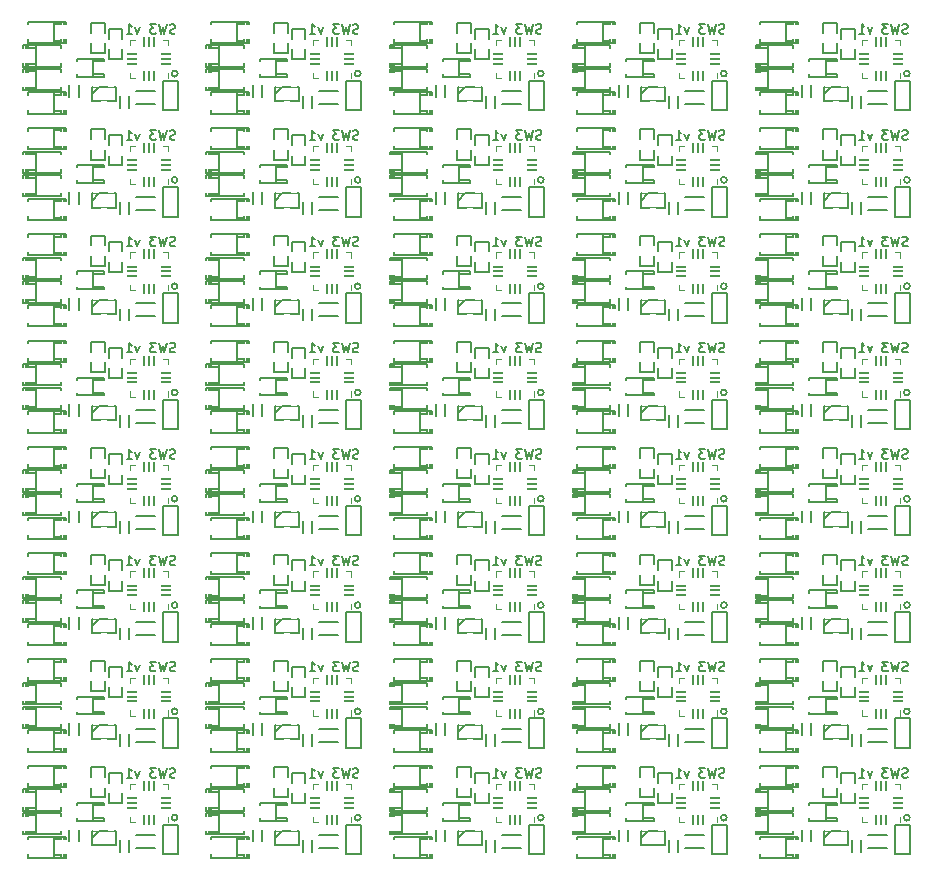
<source format=gbo>
G04 #@! TF.GenerationSoftware,KiCad,Pcbnew,(6.0.7)*
G04 #@! TF.CreationDate,2022-09-01T13:19:57+09:00*
G04 #@! TF.ProjectId,switchdecoder3,73776974-6368-4646-9563-6f646572332e,rev?*
G04 #@! TF.SameCoordinates,Original*
G04 #@! TF.FileFunction,Legend,Bot*
G04 #@! TF.FilePolarity,Positive*
%FSLAX46Y46*%
G04 Gerber Fmt 4.6, Leading zero omitted, Abs format (unit mm)*
G04 Created by KiCad (PCBNEW (6.0.7)) date 2022-09-01 13:19:57*
%MOMM*%
%LPD*%
G01*
G04 APERTURE LIST*
G04 Aperture macros list*
%AMRoundRect*
0 Rectangle with rounded corners*
0 $1 Rounding radius*
0 $2 $3 $4 $5 $6 $7 $8 $9 X,Y pos of 4 corners*
0 Add a 4 corners polygon primitive as box body*
4,1,4,$2,$3,$4,$5,$6,$7,$8,$9,$2,$3,0*
0 Add four circle primitives for the rounded corners*
1,1,$1+$1,$2,$3*
1,1,$1+$1,$4,$5*
1,1,$1+$1,$6,$7*
1,1,$1+$1,$8,$9*
0 Add four rect primitives between the rounded corners*
20,1,$1+$1,$2,$3,$4,$5,0*
20,1,$1+$1,$4,$5,$6,$7,0*
20,1,$1+$1,$6,$7,$8,$9,0*
20,1,$1+$1,$8,$9,$2,$3,0*%
%AMFreePoly0*
4,1,14,0.385355,0.085355,0.400000,0.050000,0.400000,0.000711,0.385355,-0.034644,0.334644,-0.085355,0.299289,-0.100000,-0.350000,-0.100000,-0.385355,-0.085355,-0.400000,-0.050000,-0.400000,0.050000,-0.385355,0.085355,-0.350000,0.100000,0.350000,0.100000,0.385355,0.085355,0.385355,0.085355,$1*%
%AMFreePoly1*
4,1,14,0.334644,0.085355,0.385355,0.034644,0.400000,-0.000711,0.400000,-0.050000,0.385355,-0.085355,0.350000,-0.100000,-0.350000,-0.100000,-0.385355,-0.085355,-0.400000,-0.050000,-0.400000,0.050000,-0.385355,0.085355,-0.350000,0.100000,0.299289,0.100000,0.334644,0.085355,0.334644,0.085355,$1*%
%AMFreePoly2*
4,1,14,0.085355,0.385355,0.100000,0.350000,0.100000,-0.350000,0.085355,-0.385355,0.050000,-0.400000,0.000711,-0.400000,-0.034644,-0.385355,-0.085355,-0.334644,-0.100000,-0.299289,-0.100000,0.350000,-0.085355,0.385355,-0.050000,0.400000,0.050000,0.400000,0.085355,0.385355,0.085355,0.385355,$1*%
%AMFreePoly3*
4,1,14,0.085355,0.385355,0.100000,0.350000,0.100000,-0.299289,0.085355,-0.334644,0.034644,-0.385355,-0.000711,-0.400000,-0.050000,-0.400000,-0.085355,-0.385355,-0.100000,-0.350000,-0.100000,0.350000,-0.085355,0.385355,-0.050000,0.400000,0.050000,0.400000,0.085355,0.385355,0.085355,0.385355,$1*%
%AMFreePoly4*
4,1,14,0.385355,0.085355,0.400000,0.050000,0.400000,-0.050000,0.385355,-0.085355,0.350000,-0.100000,-0.350000,-0.100000,-0.385355,-0.085355,-0.400000,-0.050000,-0.400000,-0.000711,-0.385355,0.034644,-0.334644,0.085355,-0.299289,0.100000,0.350000,0.100000,0.385355,0.085355,0.385355,0.085355,$1*%
%AMFreePoly5*
4,1,14,0.385355,0.085355,0.400000,0.050000,0.400000,-0.050000,0.385355,-0.085355,0.350000,-0.100000,-0.299289,-0.100000,-0.334644,-0.085355,-0.385355,-0.034644,-0.400000,0.000711,-0.400000,0.050000,-0.385355,0.085355,-0.350000,0.100000,0.350000,0.100000,0.385355,0.085355,0.385355,0.085355,$1*%
%AMFreePoly6*
4,1,14,0.034644,0.385355,0.085355,0.334644,0.100000,0.299289,0.100000,-0.350000,0.085355,-0.385355,0.050000,-0.400000,-0.050000,-0.400000,-0.085355,-0.385355,-0.100000,-0.350000,-0.100000,0.350000,-0.085355,0.385355,-0.050000,0.400000,-0.000711,0.400000,0.034644,0.385355,0.034644,0.385355,$1*%
%AMFreePoly7*
4,1,14,0.085355,0.385355,0.100000,0.350000,0.100000,-0.350000,0.085355,-0.385355,0.050000,-0.400000,-0.050000,-0.400000,-0.085355,-0.385355,-0.100000,-0.350000,-0.100000,0.299289,-0.085355,0.334644,-0.034644,0.385355,0.000711,0.400000,0.050000,0.400000,0.085355,0.385355,0.085355,0.385355,$1*%
G04 Aperture macros list end*
%ADD10C,0.150000*%
%ADD11C,0.140000*%
%ADD12C,0.120000*%
%ADD13C,0.180000*%
%ADD14C,0.200000*%
%ADD15C,1.400000*%
%ADD16C,2.000000*%
%ADD17FreePoly0,90.000000*%
%ADD18RoundRect,0.050000X0.050000X-0.350000X0.050000X0.350000X-0.050000X0.350000X-0.050000X-0.350000X0*%
%ADD19FreePoly1,90.000000*%
%ADD20FreePoly2,90.000000*%
%ADD21RoundRect,0.050000X0.350000X-0.050000X0.350000X0.050000X-0.350000X0.050000X-0.350000X-0.050000X0*%
%ADD22FreePoly3,90.000000*%
%ADD23FreePoly4,90.000000*%
%ADD24FreePoly5,90.000000*%
%ADD25FreePoly6,90.000000*%
%ADD26FreePoly7,90.000000*%
%ADD27R,1.700000X1.700000*%
%ADD28R,0.500000X0.550000*%
%ADD29R,0.900000X0.700000*%
%ADD30R,0.950000X0.950000*%
%ADD31R,0.800000X0.900000*%
%ADD32R,0.850000X1.200000*%
%ADD33R,0.800000X0.800000*%
%ADD34R,0.500000X0.800000*%
G04 APERTURE END LIST*
D10*
X66750000Y22000000D02*
G75*
G03*
X66750000Y22000000I-250000J0D01*
G01*
X82250000Y31000000D02*
G75*
G03*
X82250000Y31000000I-250000J0D01*
G01*
X20250000Y4000000D02*
G75*
G03*
X20250000Y4000000I-250000J0D01*
G01*
X82250000Y67000000D02*
G75*
G03*
X82250000Y67000000I-250000J0D01*
G01*
X51250000Y31000000D02*
G75*
G03*
X51250000Y31000000I-250000J0D01*
G01*
X82250000Y40000000D02*
G75*
G03*
X82250000Y40000000I-250000J0D01*
G01*
X82250000Y4000000D02*
G75*
G03*
X82250000Y4000000I-250000J0D01*
G01*
X35750000Y13000000D02*
G75*
G03*
X35750000Y13000000I-250000J0D01*
G01*
X20250000Y67000000D02*
G75*
G03*
X20250000Y67000000I-250000J0D01*
G01*
X35750000Y58000000D02*
G75*
G03*
X35750000Y58000000I-250000J0D01*
G01*
X66750000Y4000000D02*
G75*
G03*
X66750000Y4000000I-250000J0D01*
G01*
X66750000Y40000000D02*
G75*
G03*
X66750000Y40000000I-250000J0D01*
G01*
X82250000Y13000000D02*
G75*
G03*
X82250000Y13000000I-250000J0D01*
G01*
X51250000Y58000000D02*
G75*
G03*
X51250000Y58000000I-250000J0D01*
G01*
X20250000Y49000000D02*
G75*
G03*
X20250000Y49000000I-250000J0D01*
G01*
X20250000Y31000000D02*
G75*
G03*
X20250000Y31000000I-250000J0D01*
G01*
X35750000Y31000000D02*
G75*
G03*
X35750000Y31000000I-250000J0D01*
G01*
X35750000Y4000000D02*
G75*
G03*
X35750000Y4000000I-250000J0D01*
G01*
X35750000Y40000000D02*
G75*
G03*
X35750000Y40000000I-250000J0D01*
G01*
X51250000Y49000000D02*
G75*
G03*
X51250000Y49000000I-250000J0D01*
G01*
X35750000Y49000000D02*
G75*
G03*
X35750000Y49000000I-250000J0D01*
G01*
X51250000Y13000000D02*
G75*
G03*
X51250000Y13000000I-250000J0D01*
G01*
X35750000Y67000000D02*
G75*
G03*
X35750000Y67000000I-250000J0D01*
G01*
X51250000Y67000000D02*
G75*
G03*
X51250000Y67000000I-250000J0D01*
G01*
X20250000Y22000000D02*
G75*
G03*
X20250000Y22000000I-250000J0D01*
G01*
X82250000Y58000000D02*
G75*
G03*
X82250000Y58000000I-250000J0D01*
G01*
X66750000Y13000000D02*
G75*
G03*
X66750000Y13000000I-250000J0D01*
G01*
X51250000Y22000000D02*
G75*
G03*
X51250000Y22000000I-250000J0D01*
G01*
X66750000Y58000000D02*
G75*
G03*
X66750000Y58000000I-250000J0D01*
G01*
X82250000Y22000000D02*
G75*
G03*
X82250000Y22000000I-250000J0D01*
G01*
X51250000Y4000000D02*
G75*
G03*
X51250000Y4000000I-250000J0D01*
G01*
X66750000Y49000000D02*
G75*
G03*
X66750000Y49000000I-250000J0D01*
G01*
X20250000Y40000000D02*
G75*
G03*
X20250000Y40000000I-250000J0D01*
G01*
X20250000Y58000000D02*
G75*
G03*
X20250000Y58000000I-250000J0D01*
G01*
X51250000Y40000000D02*
G75*
G03*
X51250000Y40000000I-250000J0D01*
G01*
X35750000Y22000000D02*
G75*
G03*
X35750000Y22000000I-250000J0D01*
G01*
X82250000Y49000000D02*
G75*
G03*
X82250000Y49000000I-250000J0D01*
G01*
X20250000Y13000000D02*
G75*
G03*
X20250000Y13000000I-250000J0D01*
G01*
X66750000Y31000000D02*
G75*
G03*
X66750000Y31000000I-250000J0D01*
G01*
X66750000Y67000000D02*
G75*
G03*
X66750000Y67000000I-250000J0D01*
G01*
D11*
X20057142Y25426191D02*
X19942857Y25388096D01*
X19752380Y25388096D01*
X19676190Y25426191D01*
X19638095Y25464286D01*
X19600000Y25540477D01*
X19600000Y25616667D01*
X19638095Y25692858D01*
X19676190Y25730953D01*
X19752380Y25769048D01*
X19904761Y25807143D01*
X19980952Y25845239D01*
X20019047Y25883334D01*
X20057142Y25959524D01*
X20057142Y26035715D01*
X20019047Y26111905D01*
X19980952Y26150000D01*
X19904761Y26188096D01*
X19714285Y26188096D01*
X19600000Y26150000D01*
X19333333Y26188096D02*
X19142857Y25388096D01*
X18990476Y25959524D01*
X18838095Y25388096D01*
X18647619Y26188096D01*
X18419047Y26188096D02*
X17923809Y26188096D01*
X18190476Y25883334D01*
X18076190Y25883334D01*
X18000000Y25845239D01*
X17961904Y25807143D01*
X17923809Y25730953D01*
X17923809Y25540477D01*
X17961904Y25464286D01*
X18000000Y25426191D01*
X18076190Y25388096D01*
X18304761Y25388096D01*
X18380952Y25426191D01*
X18419047Y25464286D01*
X17047619Y25921429D02*
X16857142Y25388096D01*
X16666666Y25921429D01*
X15942857Y25388096D02*
X16400000Y25388096D01*
X16171428Y25388096D02*
X16171428Y26188096D01*
X16247619Y26073810D01*
X16323809Y25997620D01*
X16400000Y25959524D01*
X20057142Y70426191D02*
X19942857Y70388096D01*
X19752380Y70388096D01*
X19676190Y70426191D01*
X19638095Y70464286D01*
X19600000Y70540477D01*
X19600000Y70616667D01*
X19638095Y70692858D01*
X19676190Y70730953D01*
X19752380Y70769048D01*
X19904761Y70807143D01*
X19980952Y70845239D01*
X20019047Y70883334D01*
X20057142Y70959524D01*
X20057142Y71035715D01*
X20019047Y71111905D01*
X19980952Y71150000D01*
X19904761Y71188096D01*
X19714285Y71188096D01*
X19600000Y71150000D01*
X19333333Y71188096D02*
X19142857Y70388096D01*
X18990476Y70959524D01*
X18838095Y70388096D01*
X18647619Y71188096D01*
X18419047Y71188096D02*
X17923809Y71188096D01*
X18190476Y70883334D01*
X18076190Y70883334D01*
X18000000Y70845239D01*
X17961904Y70807143D01*
X17923809Y70730953D01*
X17923809Y70540477D01*
X17961904Y70464286D01*
X18000000Y70426191D01*
X18076190Y70388096D01*
X18304761Y70388096D01*
X18380952Y70426191D01*
X18419047Y70464286D01*
X17047619Y70921429D02*
X16857142Y70388096D01*
X16666666Y70921429D01*
X15942857Y70388096D02*
X16400000Y70388096D01*
X16171428Y70388096D02*
X16171428Y71188096D01*
X16247619Y71073810D01*
X16323809Y70997620D01*
X16400000Y70959524D01*
X82057142Y34426191D02*
X81942857Y34388096D01*
X81752380Y34388096D01*
X81676190Y34426191D01*
X81638095Y34464286D01*
X81600000Y34540477D01*
X81600000Y34616667D01*
X81638095Y34692858D01*
X81676190Y34730953D01*
X81752380Y34769048D01*
X81904761Y34807143D01*
X81980952Y34845239D01*
X82019047Y34883334D01*
X82057142Y34959524D01*
X82057142Y35035715D01*
X82019047Y35111905D01*
X81980952Y35150000D01*
X81904761Y35188096D01*
X81714285Y35188096D01*
X81600000Y35150000D01*
X81333333Y35188096D02*
X81142857Y34388096D01*
X80990476Y34959524D01*
X80838095Y34388096D01*
X80647619Y35188096D01*
X80419047Y35188096D02*
X79923809Y35188096D01*
X80190476Y34883334D01*
X80076190Y34883334D01*
X80000000Y34845239D01*
X79961904Y34807143D01*
X79923809Y34730953D01*
X79923809Y34540477D01*
X79961904Y34464286D01*
X80000000Y34426191D01*
X80076190Y34388096D01*
X80304761Y34388096D01*
X80380952Y34426191D01*
X80419047Y34464286D01*
X79047619Y34921429D02*
X78857142Y34388096D01*
X78666666Y34921429D01*
X77942857Y34388096D02*
X78400000Y34388096D01*
X78171428Y34388096D02*
X78171428Y35188096D01*
X78247619Y35073810D01*
X78323809Y34997620D01*
X78400000Y34959524D01*
X35557142Y25426191D02*
X35442857Y25388096D01*
X35252380Y25388096D01*
X35176190Y25426191D01*
X35138095Y25464286D01*
X35100000Y25540477D01*
X35100000Y25616667D01*
X35138095Y25692858D01*
X35176190Y25730953D01*
X35252380Y25769048D01*
X35404761Y25807143D01*
X35480952Y25845239D01*
X35519047Y25883334D01*
X35557142Y25959524D01*
X35557142Y26035715D01*
X35519047Y26111905D01*
X35480952Y26150000D01*
X35404761Y26188096D01*
X35214285Y26188096D01*
X35100000Y26150000D01*
X34833333Y26188096D02*
X34642857Y25388096D01*
X34490476Y25959524D01*
X34338095Y25388096D01*
X34147619Y26188096D01*
X33919047Y26188096D02*
X33423809Y26188096D01*
X33690476Y25883334D01*
X33576190Y25883334D01*
X33500000Y25845239D01*
X33461904Y25807143D01*
X33423809Y25730953D01*
X33423809Y25540477D01*
X33461904Y25464286D01*
X33500000Y25426191D01*
X33576190Y25388096D01*
X33804761Y25388096D01*
X33880952Y25426191D01*
X33919047Y25464286D01*
X32547619Y25921429D02*
X32357142Y25388096D01*
X32166666Y25921429D01*
X31442857Y25388096D02*
X31900000Y25388096D01*
X31671428Y25388096D02*
X31671428Y26188096D01*
X31747619Y26073810D01*
X31823809Y25997620D01*
X31900000Y25959524D01*
X66557142Y34426191D02*
X66442857Y34388096D01*
X66252380Y34388096D01*
X66176190Y34426191D01*
X66138095Y34464286D01*
X66100000Y34540477D01*
X66100000Y34616667D01*
X66138095Y34692858D01*
X66176190Y34730953D01*
X66252380Y34769048D01*
X66404761Y34807143D01*
X66480952Y34845239D01*
X66519047Y34883334D01*
X66557142Y34959524D01*
X66557142Y35035715D01*
X66519047Y35111905D01*
X66480952Y35150000D01*
X66404761Y35188096D01*
X66214285Y35188096D01*
X66100000Y35150000D01*
X65833333Y35188096D02*
X65642857Y34388096D01*
X65490476Y34959524D01*
X65338095Y34388096D01*
X65147619Y35188096D01*
X64919047Y35188096D02*
X64423809Y35188096D01*
X64690476Y34883334D01*
X64576190Y34883334D01*
X64500000Y34845239D01*
X64461904Y34807143D01*
X64423809Y34730953D01*
X64423809Y34540477D01*
X64461904Y34464286D01*
X64500000Y34426191D01*
X64576190Y34388096D01*
X64804761Y34388096D01*
X64880952Y34426191D01*
X64919047Y34464286D01*
X63547619Y34921429D02*
X63357142Y34388096D01*
X63166666Y34921429D01*
X62442857Y34388096D02*
X62900000Y34388096D01*
X62671428Y34388096D02*
X62671428Y35188096D01*
X62747619Y35073810D01*
X62823809Y34997620D01*
X62900000Y34959524D01*
X82057142Y61426191D02*
X81942857Y61388096D01*
X81752380Y61388096D01*
X81676190Y61426191D01*
X81638095Y61464286D01*
X81600000Y61540477D01*
X81600000Y61616667D01*
X81638095Y61692858D01*
X81676190Y61730953D01*
X81752380Y61769048D01*
X81904761Y61807143D01*
X81980952Y61845239D01*
X82019047Y61883334D01*
X82057142Y61959524D01*
X82057142Y62035715D01*
X82019047Y62111905D01*
X81980952Y62150000D01*
X81904761Y62188096D01*
X81714285Y62188096D01*
X81600000Y62150000D01*
X81333333Y62188096D02*
X81142857Y61388096D01*
X80990476Y61959524D01*
X80838095Y61388096D01*
X80647619Y62188096D01*
X80419047Y62188096D02*
X79923809Y62188096D01*
X80190476Y61883334D01*
X80076190Y61883334D01*
X80000000Y61845239D01*
X79961904Y61807143D01*
X79923809Y61730953D01*
X79923809Y61540477D01*
X79961904Y61464286D01*
X80000000Y61426191D01*
X80076190Y61388096D01*
X80304761Y61388096D01*
X80380952Y61426191D01*
X80419047Y61464286D01*
X79047619Y61921429D02*
X78857142Y61388096D01*
X78666666Y61921429D01*
X77942857Y61388096D02*
X78400000Y61388096D01*
X78171428Y61388096D02*
X78171428Y62188096D01*
X78247619Y62073810D01*
X78323809Y61997620D01*
X78400000Y61959524D01*
X35557142Y16426191D02*
X35442857Y16388096D01*
X35252380Y16388096D01*
X35176190Y16426191D01*
X35138095Y16464286D01*
X35100000Y16540477D01*
X35100000Y16616667D01*
X35138095Y16692858D01*
X35176190Y16730953D01*
X35252380Y16769048D01*
X35404761Y16807143D01*
X35480952Y16845239D01*
X35519047Y16883334D01*
X35557142Y16959524D01*
X35557142Y17035715D01*
X35519047Y17111905D01*
X35480952Y17150000D01*
X35404761Y17188096D01*
X35214285Y17188096D01*
X35100000Y17150000D01*
X34833333Y17188096D02*
X34642857Y16388096D01*
X34490476Y16959524D01*
X34338095Y16388096D01*
X34147619Y17188096D01*
X33919047Y17188096D02*
X33423809Y17188096D01*
X33690476Y16883334D01*
X33576190Y16883334D01*
X33500000Y16845239D01*
X33461904Y16807143D01*
X33423809Y16730953D01*
X33423809Y16540477D01*
X33461904Y16464286D01*
X33500000Y16426191D01*
X33576190Y16388096D01*
X33804761Y16388096D01*
X33880952Y16426191D01*
X33919047Y16464286D01*
X32547619Y16921429D02*
X32357142Y16388096D01*
X32166666Y16921429D01*
X31442857Y16388096D02*
X31900000Y16388096D01*
X31671428Y16388096D02*
X31671428Y17188096D01*
X31747619Y17073810D01*
X31823809Y16997620D01*
X31900000Y16959524D01*
X20057142Y61426191D02*
X19942857Y61388096D01*
X19752380Y61388096D01*
X19676190Y61426191D01*
X19638095Y61464286D01*
X19600000Y61540477D01*
X19600000Y61616667D01*
X19638095Y61692858D01*
X19676190Y61730953D01*
X19752380Y61769048D01*
X19904761Y61807143D01*
X19980952Y61845239D01*
X20019047Y61883334D01*
X20057142Y61959524D01*
X20057142Y62035715D01*
X20019047Y62111905D01*
X19980952Y62150000D01*
X19904761Y62188096D01*
X19714285Y62188096D01*
X19600000Y62150000D01*
X19333333Y62188096D02*
X19142857Y61388096D01*
X18990476Y61959524D01*
X18838095Y61388096D01*
X18647619Y62188096D01*
X18419047Y62188096D02*
X17923809Y62188096D01*
X18190476Y61883334D01*
X18076190Y61883334D01*
X18000000Y61845239D01*
X17961904Y61807143D01*
X17923809Y61730953D01*
X17923809Y61540477D01*
X17961904Y61464286D01*
X18000000Y61426191D01*
X18076190Y61388096D01*
X18304761Y61388096D01*
X18380952Y61426191D01*
X18419047Y61464286D01*
X17047619Y61921429D02*
X16857142Y61388096D01*
X16666666Y61921429D01*
X15942857Y61388096D02*
X16400000Y61388096D01*
X16171428Y61388096D02*
X16171428Y62188096D01*
X16247619Y62073810D01*
X16323809Y61997620D01*
X16400000Y61959524D01*
X82057142Y25426191D02*
X81942857Y25388096D01*
X81752380Y25388096D01*
X81676190Y25426191D01*
X81638095Y25464286D01*
X81600000Y25540477D01*
X81600000Y25616667D01*
X81638095Y25692858D01*
X81676190Y25730953D01*
X81752380Y25769048D01*
X81904761Y25807143D01*
X81980952Y25845239D01*
X82019047Y25883334D01*
X82057142Y25959524D01*
X82057142Y26035715D01*
X82019047Y26111905D01*
X81980952Y26150000D01*
X81904761Y26188096D01*
X81714285Y26188096D01*
X81600000Y26150000D01*
X81333333Y26188096D02*
X81142857Y25388096D01*
X80990476Y25959524D01*
X80838095Y25388096D01*
X80647619Y26188096D01*
X80419047Y26188096D02*
X79923809Y26188096D01*
X80190476Y25883334D01*
X80076190Y25883334D01*
X80000000Y25845239D01*
X79961904Y25807143D01*
X79923809Y25730953D01*
X79923809Y25540477D01*
X79961904Y25464286D01*
X80000000Y25426191D01*
X80076190Y25388096D01*
X80304761Y25388096D01*
X80380952Y25426191D01*
X80419047Y25464286D01*
X79047619Y25921429D02*
X78857142Y25388096D01*
X78666666Y25921429D01*
X77942857Y25388096D02*
X78400000Y25388096D01*
X78171428Y25388096D02*
X78171428Y26188096D01*
X78247619Y26073810D01*
X78323809Y25997620D01*
X78400000Y25959524D01*
X66557142Y25426191D02*
X66442857Y25388096D01*
X66252380Y25388096D01*
X66176190Y25426191D01*
X66138095Y25464286D01*
X66100000Y25540477D01*
X66100000Y25616667D01*
X66138095Y25692858D01*
X66176190Y25730953D01*
X66252380Y25769048D01*
X66404761Y25807143D01*
X66480952Y25845239D01*
X66519047Y25883334D01*
X66557142Y25959524D01*
X66557142Y26035715D01*
X66519047Y26111905D01*
X66480952Y26150000D01*
X66404761Y26188096D01*
X66214285Y26188096D01*
X66100000Y26150000D01*
X65833333Y26188096D02*
X65642857Y25388096D01*
X65490476Y25959524D01*
X65338095Y25388096D01*
X65147619Y26188096D01*
X64919047Y26188096D02*
X64423809Y26188096D01*
X64690476Y25883334D01*
X64576190Y25883334D01*
X64500000Y25845239D01*
X64461904Y25807143D01*
X64423809Y25730953D01*
X64423809Y25540477D01*
X64461904Y25464286D01*
X64500000Y25426191D01*
X64576190Y25388096D01*
X64804761Y25388096D01*
X64880952Y25426191D01*
X64919047Y25464286D01*
X63547619Y25921429D02*
X63357142Y25388096D01*
X63166666Y25921429D01*
X62442857Y25388096D02*
X62900000Y25388096D01*
X62671428Y25388096D02*
X62671428Y26188096D01*
X62747619Y26073810D01*
X62823809Y25997620D01*
X62900000Y25959524D01*
X35557142Y61426191D02*
X35442857Y61388096D01*
X35252380Y61388096D01*
X35176190Y61426191D01*
X35138095Y61464286D01*
X35100000Y61540477D01*
X35100000Y61616667D01*
X35138095Y61692858D01*
X35176190Y61730953D01*
X35252380Y61769048D01*
X35404761Y61807143D01*
X35480952Y61845239D01*
X35519047Y61883334D01*
X35557142Y61959524D01*
X35557142Y62035715D01*
X35519047Y62111905D01*
X35480952Y62150000D01*
X35404761Y62188096D01*
X35214285Y62188096D01*
X35100000Y62150000D01*
X34833333Y62188096D02*
X34642857Y61388096D01*
X34490476Y61959524D01*
X34338095Y61388096D01*
X34147619Y62188096D01*
X33919047Y62188096D02*
X33423809Y62188096D01*
X33690476Y61883334D01*
X33576190Y61883334D01*
X33500000Y61845239D01*
X33461904Y61807143D01*
X33423809Y61730953D01*
X33423809Y61540477D01*
X33461904Y61464286D01*
X33500000Y61426191D01*
X33576190Y61388096D01*
X33804761Y61388096D01*
X33880952Y61426191D01*
X33919047Y61464286D01*
X32547619Y61921429D02*
X32357142Y61388096D01*
X32166666Y61921429D01*
X31442857Y61388096D02*
X31900000Y61388096D01*
X31671428Y61388096D02*
X31671428Y62188096D01*
X31747619Y62073810D01*
X31823809Y61997620D01*
X31900000Y61959524D01*
X66557142Y52426191D02*
X66442857Y52388096D01*
X66252380Y52388096D01*
X66176190Y52426191D01*
X66138095Y52464286D01*
X66100000Y52540477D01*
X66100000Y52616667D01*
X66138095Y52692858D01*
X66176190Y52730953D01*
X66252380Y52769048D01*
X66404761Y52807143D01*
X66480952Y52845239D01*
X66519047Y52883334D01*
X66557142Y52959524D01*
X66557142Y53035715D01*
X66519047Y53111905D01*
X66480952Y53150000D01*
X66404761Y53188096D01*
X66214285Y53188096D01*
X66100000Y53150000D01*
X65833333Y53188096D02*
X65642857Y52388096D01*
X65490476Y52959524D01*
X65338095Y52388096D01*
X65147619Y53188096D01*
X64919047Y53188096D02*
X64423809Y53188096D01*
X64690476Y52883334D01*
X64576190Y52883334D01*
X64500000Y52845239D01*
X64461904Y52807143D01*
X64423809Y52730953D01*
X64423809Y52540477D01*
X64461904Y52464286D01*
X64500000Y52426191D01*
X64576190Y52388096D01*
X64804761Y52388096D01*
X64880952Y52426191D01*
X64919047Y52464286D01*
X63547619Y52921429D02*
X63357142Y52388096D01*
X63166666Y52921429D01*
X62442857Y52388096D02*
X62900000Y52388096D01*
X62671428Y52388096D02*
X62671428Y53188096D01*
X62747619Y53073810D01*
X62823809Y52997620D01*
X62900000Y52959524D01*
X20057142Y7426191D02*
X19942857Y7388096D01*
X19752380Y7388096D01*
X19676190Y7426191D01*
X19638095Y7464286D01*
X19600000Y7540477D01*
X19600000Y7616667D01*
X19638095Y7692858D01*
X19676190Y7730953D01*
X19752380Y7769048D01*
X19904761Y7807143D01*
X19980952Y7845239D01*
X20019047Y7883334D01*
X20057142Y7959524D01*
X20057142Y8035715D01*
X20019047Y8111905D01*
X19980952Y8150000D01*
X19904761Y8188096D01*
X19714285Y8188096D01*
X19600000Y8150000D01*
X19333333Y8188096D02*
X19142857Y7388096D01*
X18990476Y7959524D01*
X18838095Y7388096D01*
X18647619Y8188096D01*
X18419047Y8188096D02*
X17923809Y8188096D01*
X18190476Y7883334D01*
X18076190Y7883334D01*
X18000000Y7845239D01*
X17961904Y7807143D01*
X17923809Y7730953D01*
X17923809Y7540477D01*
X17961904Y7464286D01*
X18000000Y7426191D01*
X18076190Y7388096D01*
X18304761Y7388096D01*
X18380952Y7426191D01*
X18419047Y7464286D01*
X17047619Y7921429D02*
X16857142Y7388096D01*
X16666666Y7921429D01*
X15942857Y7388096D02*
X16400000Y7388096D01*
X16171428Y7388096D02*
X16171428Y8188096D01*
X16247619Y8073810D01*
X16323809Y7997620D01*
X16400000Y7959524D01*
X51057142Y16426191D02*
X50942857Y16388096D01*
X50752380Y16388096D01*
X50676190Y16426191D01*
X50638095Y16464286D01*
X50600000Y16540477D01*
X50600000Y16616667D01*
X50638095Y16692858D01*
X50676190Y16730953D01*
X50752380Y16769048D01*
X50904761Y16807143D01*
X50980952Y16845239D01*
X51019047Y16883334D01*
X51057142Y16959524D01*
X51057142Y17035715D01*
X51019047Y17111905D01*
X50980952Y17150000D01*
X50904761Y17188096D01*
X50714285Y17188096D01*
X50600000Y17150000D01*
X50333333Y17188096D02*
X50142857Y16388096D01*
X49990476Y16959524D01*
X49838095Y16388096D01*
X49647619Y17188096D01*
X49419047Y17188096D02*
X48923809Y17188096D01*
X49190476Y16883334D01*
X49076190Y16883334D01*
X49000000Y16845239D01*
X48961904Y16807143D01*
X48923809Y16730953D01*
X48923809Y16540477D01*
X48961904Y16464286D01*
X49000000Y16426191D01*
X49076190Y16388096D01*
X49304761Y16388096D01*
X49380952Y16426191D01*
X49419047Y16464286D01*
X48047619Y16921429D02*
X47857142Y16388096D01*
X47666666Y16921429D01*
X46942857Y16388096D02*
X47400000Y16388096D01*
X47171428Y16388096D02*
X47171428Y17188096D01*
X47247619Y17073810D01*
X47323809Y16997620D01*
X47400000Y16959524D01*
X35557142Y70426191D02*
X35442857Y70388096D01*
X35252380Y70388096D01*
X35176190Y70426191D01*
X35138095Y70464286D01*
X35100000Y70540477D01*
X35100000Y70616667D01*
X35138095Y70692858D01*
X35176190Y70730953D01*
X35252380Y70769048D01*
X35404761Y70807143D01*
X35480952Y70845239D01*
X35519047Y70883334D01*
X35557142Y70959524D01*
X35557142Y71035715D01*
X35519047Y71111905D01*
X35480952Y71150000D01*
X35404761Y71188096D01*
X35214285Y71188096D01*
X35100000Y71150000D01*
X34833333Y71188096D02*
X34642857Y70388096D01*
X34490476Y70959524D01*
X34338095Y70388096D01*
X34147619Y71188096D01*
X33919047Y71188096D02*
X33423809Y71188096D01*
X33690476Y70883334D01*
X33576190Y70883334D01*
X33500000Y70845239D01*
X33461904Y70807143D01*
X33423809Y70730953D01*
X33423809Y70540477D01*
X33461904Y70464286D01*
X33500000Y70426191D01*
X33576190Y70388096D01*
X33804761Y70388096D01*
X33880952Y70426191D01*
X33919047Y70464286D01*
X32547619Y70921429D02*
X32357142Y70388096D01*
X32166666Y70921429D01*
X31442857Y70388096D02*
X31900000Y70388096D01*
X31671428Y70388096D02*
X31671428Y71188096D01*
X31747619Y71073810D01*
X31823809Y70997620D01*
X31900000Y70959524D01*
X20057142Y34426191D02*
X19942857Y34388096D01*
X19752380Y34388096D01*
X19676190Y34426191D01*
X19638095Y34464286D01*
X19600000Y34540477D01*
X19600000Y34616667D01*
X19638095Y34692858D01*
X19676190Y34730953D01*
X19752380Y34769048D01*
X19904761Y34807143D01*
X19980952Y34845239D01*
X20019047Y34883334D01*
X20057142Y34959524D01*
X20057142Y35035715D01*
X20019047Y35111905D01*
X19980952Y35150000D01*
X19904761Y35188096D01*
X19714285Y35188096D01*
X19600000Y35150000D01*
X19333333Y35188096D02*
X19142857Y34388096D01*
X18990476Y34959524D01*
X18838095Y34388096D01*
X18647619Y35188096D01*
X18419047Y35188096D02*
X17923809Y35188096D01*
X18190476Y34883334D01*
X18076190Y34883334D01*
X18000000Y34845239D01*
X17961904Y34807143D01*
X17923809Y34730953D01*
X17923809Y34540477D01*
X17961904Y34464286D01*
X18000000Y34426191D01*
X18076190Y34388096D01*
X18304761Y34388096D01*
X18380952Y34426191D01*
X18419047Y34464286D01*
X17047619Y34921429D02*
X16857142Y34388096D01*
X16666666Y34921429D01*
X15942857Y34388096D02*
X16400000Y34388096D01*
X16171428Y34388096D02*
X16171428Y35188096D01*
X16247619Y35073810D01*
X16323809Y34997620D01*
X16400000Y34959524D01*
X20057142Y16426191D02*
X19942857Y16388096D01*
X19752380Y16388096D01*
X19676190Y16426191D01*
X19638095Y16464286D01*
X19600000Y16540477D01*
X19600000Y16616667D01*
X19638095Y16692858D01*
X19676190Y16730953D01*
X19752380Y16769048D01*
X19904761Y16807143D01*
X19980952Y16845239D01*
X20019047Y16883334D01*
X20057142Y16959524D01*
X20057142Y17035715D01*
X20019047Y17111905D01*
X19980952Y17150000D01*
X19904761Y17188096D01*
X19714285Y17188096D01*
X19600000Y17150000D01*
X19333333Y17188096D02*
X19142857Y16388096D01*
X18990476Y16959524D01*
X18838095Y16388096D01*
X18647619Y17188096D01*
X18419047Y17188096D02*
X17923809Y17188096D01*
X18190476Y16883334D01*
X18076190Y16883334D01*
X18000000Y16845239D01*
X17961904Y16807143D01*
X17923809Y16730953D01*
X17923809Y16540477D01*
X17961904Y16464286D01*
X18000000Y16426191D01*
X18076190Y16388096D01*
X18304761Y16388096D01*
X18380952Y16426191D01*
X18419047Y16464286D01*
X17047619Y16921429D02*
X16857142Y16388096D01*
X16666666Y16921429D01*
X15942857Y16388096D02*
X16400000Y16388096D01*
X16171428Y16388096D02*
X16171428Y17188096D01*
X16247619Y17073810D01*
X16323809Y16997620D01*
X16400000Y16959524D01*
X82057142Y7426191D02*
X81942857Y7388096D01*
X81752380Y7388096D01*
X81676190Y7426191D01*
X81638095Y7464286D01*
X81600000Y7540477D01*
X81600000Y7616667D01*
X81638095Y7692858D01*
X81676190Y7730953D01*
X81752380Y7769048D01*
X81904761Y7807143D01*
X81980952Y7845239D01*
X82019047Y7883334D01*
X82057142Y7959524D01*
X82057142Y8035715D01*
X82019047Y8111905D01*
X81980952Y8150000D01*
X81904761Y8188096D01*
X81714285Y8188096D01*
X81600000Y8150000D01*
X81333333Y8188096D02*
X81142857Y7388096D01*
X80990476Y7959524D01*
X80838095Y7388096D01*
X80647619Y8188096D01*
X80419047Y8188096D02*
X79923809Y8188096D01*
X80190476Y7883334D01*
X80076190Y7883334D01*
X80000000Y7845239D01*
X79961904Y7807143D01*
X79923809Y7730953D01*
X79923809Y7540477D01*
X79961904Y7464286D01*
X80000000Y7426191D01*
X80076190Y7388096D01*
X80304761Y7388096D01*
X80380952Y7426191D01*
X80419047Y7464286D01*
X79047619Y7921429D02*
X78857142Y7388096D01*
X78666666Y7921429D01*
X77942857Y7388096D02*
X78400000Y7388096D01*
X78171428Y7388096D02*
X78171428Y8188096D01*
X78247619Y8073810D01*
X78323809Y7997620D01*
X78400000Y7959524D01*
X35557142Y52426191D02*
X35442857Y52388096D01*
X35252380Y52388096D01*
X35176190Y52426191D01*
X35138095Y52464286D01*
X35100000Y52540477D01*
X35100000Y52616667D01*
X35138095Y52692858D01*
X35176190Y52730953D01*
X35252380Y52769048D01*
X35404761Y52807143D01*
X35480952Y52845239D01*
X35519047Y52883334D01*
X35557142Y52959524D01*
X35557142Y53035715D01*
X35519047Y53111905D01*
X35480952Y53150000D01*
X35404761Y53188096D01*
X35214285Y53188096D01*
X35100000Y53150000D01*
X34833333Y53188096D02*
X34642857Y52388096D01*
X34490476Y52959524D01*
X34338095Y52388096D01*
X34147619Y53188096D01*
X33919047Y53188096D02*
X33423809Y53188096D01*
X33690476Y52883334D01*
X33576190Y52883334D01*
X33500000Y52845239D01*
X33461904Y52807143D01*
X33423809Y52730953D01*
X33423809Y52540477D01*
X33461904Y52464286D01*
X33500000Y52426191D01*
X33576190Y52388096D01*
X33804761Y52388096D01*
X33880952Y52426191D01*
X33919047Y52464286D01*
X32547619Y52921429D02*
X32357142Y52388096D01*
X32166666Y52921429D01*
X31442857Y52388096D02*
X31900000Y52388096D01*
X31671428Y52388096D02*
X31671428Y53188096D01*
X31747619Y53073810D01*
X31823809Y52997620D01*
X31900000Y52959524D01*
X20057142Y43426191D02*
X19942857Y43388096D01*
X19752380Y43388096D01*
X19676190Y43426191D01*
X19638095Y43464286D01*
X19600000Y43540477D01*
X19600000Y43616667D01*
X19638095Y43692858D01*
X19676190Y43730953D01*
X19752380Y43769048D01*
X19904761Y43807143D01*
X19980952Y43845239D01*
X20019047Y43883334D01*
X20057142Y43959524D01*
X20057142Y44035715D01*
X20019047Y44111905D01*
X19980952Y44150000D01*
X19904761Y44188096D01*
X19714285Y44188096D01*
X19600000Y44150000D01*
X19333333Y44188096D02*
X19142857Y43388096D01*
X18990476Y43959524D01*
X18838095Y43388096D01*
X18647619Y44188096D01*
X18419047Y44188096D02*
X17923809Y44188096D01*
X18190476Y43883334D01*
X18076190Y43883334D01*
X18000000Y43845239D01*
X17961904Y43807143D01*
X17923809Y43730953D01*
X17923809Y43540477D01*
X17961904Y43464286D01*
X18000000Y43426191D01*
X18076190Y43388096D01*
X18304761Y43388096D01*
X18380952Y43426191D01*
X18419047Y43464286D01*
X17047619Y43921429D02*
X16857142Y43388096D01*
X16666666Y43921429D01*
X15942857Y43388096D02*
X16400000Y43388096D01*
X16171428Y43388096D02*
X16171428Y44188096D01*
X16247619Y44073810D01*
X16323809Y43997620D01*
X16400000Y43959524D01*
X82057142Y70426191D02*
X81942857Y70388096D01*
X81752380Y70388096D01*
X81676190Y70426191D01*
X81638095Y70464286D01*
X81600000Y70540477D01*
X81600000Y70616667D01*
X81638095Y70692858D01*
X81676190Y70730953D01*
X81752380Y70769048D01*
X81904761Y70807143D01*
X81980952Y70845239D01*
X82019047Y70883334D01*
X82057142Y70959524D01*
X82057142Y71035715D01*
X82019047Y71111905D01*
X81980952Y71150000D01*
X81904761Y71188096D01*
X81714285Y71188096D01*
X81600000Y71150000D01*
X81333333Y71188096D02*
X81142857Y70388096D01*
X80990476Y70959524D01*
X80838095Y70388096D01*
X80647619Y71188096D01*
X80419047Y71188096D02*
X79923809Y71188096D01*
X80190476Y70883334D01*
X80076190Y70883334D01*
X80000000Y70845239D01*
X79961904Y70807143D01*
X79923809Y70730953D01*
X79923809Y70540477D01*
X79961904Y70464286D01*
X80000000Y70426191D01*
X80076190Y70388096D01*
X80304761Y70388096D01*
X80380952Y70426191D01*
X80419047Y70464286D01*
X79047619Y70921429D02*
X78857142Y70388096D01*
X78666666Y70921429D01*
X77942857Y70388096D02*
X78400000Y70388096D01*
X78171428Y70388096D02*
X78171428Y71188096D01*
X78247619Y71073810D01*
X78323809Y70997620D01*
X78400000Y70959524D01*
X51057142Y25426191D02*
X50942857Y25388096D01*
X50752380Y25388096D01*
X50676190Y25426191D01*
X50638095Y25464286D01*
X50600000Y25540477D01*
X50600000Y25616667D01*
X50638095Y25692858D01*
X50676190Y25730953D01*
X50752380Y25769048D01*
X50904761Y25807143D01*
X50980952Y25845239D01*
X51019047Y25883334D01*
X51057142Y25959524D01*
X51057142Y26035715D01*
X51019047Y26111905D01*
X50980952Y26150000D01*
X50904761Y26188096D01*
X50714285Y26188096D01*
X50600000Y26150000D01*
X50333333Y26188096D02*
X50142857Y25388096D01*
X49990476Y25959524D01*
X49838095Y25388096D01*
X49647619Y26188096D01*
X49419047Y26188096D02*
X48923809Y26188096D01*
X49190476Y25883334D01*
X49076190Y25883334D01*
X49000000Y25845239D01*
X48961904Y25807143D01*
X48923809Y25730953D01*
X48923809Y25540477D01*
X48961904Y25464286D01*
X49000000Y25426191D01*
X49076190Y25388096D01*
X49304761Y25388096D01*
X49380952Y25426191D01*
X49419047Y25464286D01*
X48047619Y25921429D02*
X47857142Y25388096D01*
X47666666Y25921429D01*
X46942857Y25388096D02*
X47400000Y25388096D01*
X47171428Y25388096D02*
X47171428Y26188096D01*
X47247619Y26073810D01*
X47323809Y25997620D01*
X47400000Y25959524D01*
X66557142Y61426191D02*
X66442857Y61388096D01*
X66252380Y61388096D01*
X66176190Y61426191D01*
X66138095Y61464286D01*
X66100000Y61540477D01*
X66100000Y61616667D01*
X66138095Y61692858D01*
X66176190Y61730953D01*
X66252380Y61769048D01*
X66404761Y61807143D01*
X66480952Y61845239D01*
X66519047Y61883334D01*
X66557142Y61959524D01*
X66557142Y62035715D01*
X66519047Y62111905D01*
X66480952Y62150000D01*
X66404761Y62188096D01*
X66214285Y62188096D01*
X66100000Y62150000D01*
X65833333Y62188096D02*
X65642857Y61388096D01*
X65490476Y61959524D01*
X65338095Y61388096D01*
X65147619Y62188096D01*
X64919047Y62188096D02*
X64423809Y62188096D01*
X64690476Y61883334D01*
X64576190Y61883334D01*
X64500000Y61845239D01*
X64461904Y61807143D01*
X64423809Y61730953D01*
X64423809Y61540477D01*
X64461904Y61464286D01*
X64500000Y61426191D01*
X64576190Y61388096D01*
X64804761Y61388096D01*
X64880952Y61426191D01*
X64919047Y61464286D01*
X63547619Y61921429D02*
X63357142Y61388096D01*
X63166666Y61921429D01*
X62442857Y61388096D02*
X62900000Y61388096D01*
X62671428Y61388096D02*
X62671428Y62188096D01*
X62747619Y62073810D01*
X62823809Y61997620D01*
X62900000Y61959524D01*
X51057142Y7426191D02*
X50942857Y7388096D01*
X50752380Y7388096D01*
X50676190Y7426191D01*
X50638095Y7464286D01*
X50600000Y7540477D01*
X50600000Y7616667D01*
X50638095Y7692858D01*
X50676190Y7730953D01*
X50752380Y7769048D01*
X50904761Y7807143D01*
X50980952Y7845239D01*
X51019047Y7883334D01*
X51057142Y7959524D01*
X51057142Y8035715D01*
X51019047Y8111905D01*
X50980952Y8150000D01*
X50904761Y8188096D01*
X50714285Y8188096D01*
X50600000Y8150000D01*
X50333333Y8188096D02*
X50142857Y7388096D01*
X49990476Y7959524D01*
X49838095Y7388096D01*
X49647619Y8188096D01*
X49419047Y8188096D02*
X48923809Y8188096D01*
X49190476Y7883334D01*
X49076190Y7883334D01*
X49000000Y7845239D01*
X48961904Y7807143D01*
X48923809Y7730953D01*
X48923809Y7540477D01*
X48961904Y7464286D01*
X49000000Y7426191D01*
X49076190Y7388096D01*
X49304761Y7388096D01*
X49380952Y7426191D01*
X49419047Y7464286D01*
X48047619Y7921429D02*
X47857142Y7388096D01*
X47666666Y7921429D01*
X46942857Y7388096D02*
X47400000Y7388096D01*
X47171428Y7388096D02*
X47171428Y8188096D01*
X47247619Y8073810D01*
X47323809Y7997620D01*
X47400000Y7959524D01*
X66557142Y70426191D02*
X66442857Y70388096D01*
X66252380Y70388096D01*
X66176190Y70426191D01*
X66138095Y70464286D01*
X66100000Y70540477D01*
X66100000Y70616667D01*
X66138095Y70692858D01*
X66176190Y70730953D01*
X66252380Y70769048D01*
X66404761Y70807143D01*
X66480952Y70845239D01*
X66519047Y70883334D01*
X66557142Y70959524D01*
X66557142Y71035715D01*
X66519047Y71111905D01*
X66480952Y71150000D01*
X66404761Y71188096D01*
X66214285Y71188096D01*
X66100000Y71150000D01*
X65833333Y71188096D02*
X65642857Y70388096D01*
X65490476Y70959524D01*
X65338095Y70388096D01*
X65147619Y71188096D01*
X64919047Y71188096D02*
X64423809Y71188096D01*
X64690476Y70883334D01*
X64576190Y70883334D01*
X64500000Y70845239D01*
X64461904Y70807143D01*
X64423809Y70730953D01*
X64423809Y70540477D01*
X64461904Y70464286D01*
X64500000Y70426191D01*
X64576190Y70388096D01*
X64804761Y70388096D01*
X64880952Y70426191D01*
X64919047Y70464286D01*
X63547619Y70921429D02*
X63357142Y70388096D01*
X63166666Y70921429D01*
X62442857Y70388096D02*
X62900000Y70388096D01*
X62671428Y70388096D02*
X62671428Y71188096D01*
X62747619Y71073810D01*
X62823809Y70997620D01*
X62900000Y70959524D01*
X35557142Y43426191D02*
X35442857Y43388096D01*
X35252380Y43388096D01*
X35176190Y43426191D01*
X35138095Y43464286D01*
X35100000Y43540477D01*
X35100000Y43616667D01*
X35138095Y43692858D01*
X35176190Y43730953D01*
X35252380Y43769048D01*
X35404761Y43807143D01*
X35480952Y43845239D01*
X35519047Y43883334D01*
X35557142Y43959524D01*
X35557142Y44035715D01*
X35519047Y44111905D01*
X35480952Y44150000D01*
X35404761Y44188096D01*
X35214285Y44188096D01*
X35100000Y44150000D01*
X34833333Y44188096D02*
X34642857Y43388096D01*
X34490476Y43959524D01*
X34338095Y43388096D01*
X34147619Y44188096D01*
X33919047Y44188096D02*
X33423809Y44188096D01*
X33690476Y43883334D01*
X33576190Y43883334D01*
X33500000Y43845239D01*
X33461904Y43807143D01*
X33423809Y43730953D01*
X33423809Y43540477D01*
X33461904Y43464286D01*
X33500000Y43426191D01*
X33576190Y43388096D01*
X33804761Y43388096D01*
X33880952Y43426191D01*
X33919047Y43464286D01*
X32547619Y43921429D02*
X32357142Y43388096D01*
X32166666Y43921429D01*
X31442857Y43388096D02*
X31900000Y43388096D01*
X31671428Y43388096D02*
X31671428Y44188096D01*
X31747619Y44073810D01*
X31823809Y43997620D01*
X31900000Y43959524D01*
X66557142Y7426191D02*
X66442857Y7388096D01*
X66252380Y7388096D01*
X66176190Y7426191D01*
X66138095Y7464286D01*
X66100000Y7540477D01*
X66100000Y7616667D01*
X66138095Y7692858D01*
X66176190Y7730953D01*
X66252380Y7769048D01*
X66404761Y7807143D01*
X66480952Y7845239D01*
X66519047Y7883334D01*
X66557142Y7959524D01*
X66557142Y8035715D01*
X66519047Y8111905D01*
X66480952Y8150000D01*
X66404761Y8188096D01*
X66214285Y8188096D01*
X66100000Y8150000D01*
X65833333Y8188096D02*
X65642857Y7388096D01*
X65490476Y7959524D01*
X65338095Y7388096D01*
X65147619Y8188096D01*
X64919047Y8188096D02*
X64423809Y8188096D01*
X64690476Y7883334D01*
X64576190Y7883334D01*
X64500000Y7845239D01*
X64461904Y7807143D01*
X64423809Y7730953D01*
X64423809Y7540477D01*
X64461904Y7464286D01*
X64500000Y7426191D01*
X64576190Y7388096D01*
X64804761Y7388096D01*
X64880952Y7426191D01*
X64919047Y7464286D01*
X63547619Y7921429D02*
X63357142Y7388096D01*
X63166666Y7921429D01*
X62442857Y7388096D02*
X62900000Y7388096D01*
X62671428Y7388096D02*
X62671428Y8188096D01*
X62747619Y8073810D01*
X62823809Y7997620D01*
X62900000Y7959524D01*
X82057142Y16426191D02*
X81942857Y16388096D01*
X81752380Y16388096D01*
X81676190Y16426191D01*
X81638095Y16464286D01*
X81600000Y16540477D01*
X81600000Y16616667D01*
X81638095Y16692858D01*
X81676190Y16730953D01*
X81752380Y16769048D01*
X81904761Y16807143D01*
X81980952Y16845239D01*
X82019047Y16883334D01*
X82057142Y16959524D01*
X82057142Y17035715D01*
X82019047Y17111905D01*
X81980952Y17150000D01*
X81904761Y17188096D01*
X81714285Y17188096D01*
X81600000Y17150000D01*
X81333333Y17188096D02*
X81142857Y16388096D01*
X80990476Y16959524D01*
X80838095Y16388096D01*
X80647619Y17188096D01*
X80419047Y17188096D02*
X79923809Y17188096D01*
X80190476Y16883334D01*
X80076190Y16883334D01*
X80000000Y16845239D01*
X79961904Y16807143D01*
X79923809Y16730953D01*
X79923809Y16540477D01*
X79961904Y16464286D01*
X80000000Y16426191D01*
X80076190Y16388096D01*
X80304761Y16388096D01*
X80380952Y16426191D01*
X80419047Y16464286D01*
X79047619Y16921429D02*
X78857142Y16388096D01*
X78666666Y16921429D01*
X77942857Y16388096D02*
X78400000Y16388096D01*
X78171428Y16388096D02*
X78171428Y17188096D01*
X78247619Y17073810D01*
X78323809Y16997620D01*
X78400000Y16959524D01*
X35557142Y7426191D02*
X35442857Y7388096D01*
X35252380Y7388096D01*
X35176190Y7426191D01*
X35138095Y7464286D01*
X35100000Y7540477D01*
X35100000Y7616667D01*
X35138095Y7692858D01*
X35176190Y7730953D01*
X35252380Y7769048D01*
X35404761Y7807143D01*
X35480952Y7845239D01*
X35519047Y7883334D01*
X35557142Y7959524D01*
X35557142Y8035715D01*
X35519047Y8111905D01*
X35480952Y8150000D01*
X35404761Y8188096D01*
X35214285Y8188096D01*
X35100000Y8150000D01*
X34833333Y8188096D02*
X34642857Y7388096D01*
X34490476Y7959524D01*
X34338095Y7388096D01*
X34147619Y8188096D01*
X33919047Y8188096D02*
X33423809Y8188096D01*
X33690476Y7883334D01*
X33576190Y7883334D01*
X33500000Y7845239D01*
X33461904Y7807143D01*
X33423809Y7730953D01*
X33423809Y7540477D01*
X33461904Y7464286D01*
X33500000Y7426191D01*
X33576190Y7388096D01*
X33804761Y7388096D01*
X33880952Y7426191D01*
X33919047Y7464286D01*
X32547619Y7921429D02*
X32357142Y7388096D01*
X32166666Y7921429D01*
X31442857Y7388096D02*
X31900000Y7388096D01*
X31671428Y7388096D02*
X31671428Y8188096D01*
X31747619Y8073810D01*
X31823809Y7997620D01*
X31900000Y7959524D01*
X51057142Y61426191D02*
X50942857Y61388096D01*
X50752380Y61388096D01*
X50676190Y61426191D01*
X50638095Y61464286D01*
X50600000Y61540477D01*
X50600000Y61616667D01*
X50638095Y61692858D01*
X50676190Y61730953D01*
X50752380Y61769048D01*
X50904761Y61807143D01*
X50980952Y61845239D01*
X51019047Y61883334D01*
X51057142Y61959524D01*
X51057142Y62035715D01*
X51019047Y62111905D01*
X50980952Y62150000D01*
X50904761Y62188096D01*
X50714285Y62188096D01*
X50600000Y62150000D01*
X50333333Y62188096D02*
X50142857Y61388096D01*
X49990476Y61959524D01*
X49838095Y61388096D01*
X49647619Y62188096D01*
X49419047Y62188096D02*
X48923809Y62188096D01*
X49190476Y61883334D01*
X49076190Y61883334D01*
X49000000Y61845239D01*
X48961904Y61807143D01*
X48923809Y61730953D01*
X48923809Y61540477D01*
X48961904Y61464286D01*
X49000000Y61426191D01*
X49076190Y61388096D01*
X49304761Y61388096D01*
X49380952Y61426191D01*
X49419047Y61464286D01*
X48047619Y61921429D02*
X47857142Y61388096D01*
X47666666Y61921429D01*
X46942857Y61388096D02*
X47400000Y61388096D01*
X47171428Y61388096D02*
X47171428Y62188096D01*
X47247619Y62073810D01*
X47323809Y61997620D01*
X47400000Y61959524D01*
X51057142Y70426191D02*
X50942857Y70388096D01*
X50752380Y70388096D01*
X50676190Y70426191D01*
X50638095Y70464286D01*
X50600000Y70540477D01*
X50600000Y70616667D01*
X50638095Y70692858D01*
X50676190Y70730953D01*
X50752380Y70769048D01*
X50904761Y70807143D01*
X50980952Y70845239D01*
X51019047Y70883334D01*
X51057142Y70959524D01*
X51057142Y71035715D01*
X51019047Y71111905D01*
X50980952Y71150000D01*
X50904761Y71188096D01*
X50714285Y71188096D01*
X50600000Y71150000D01*
X50333333Y71188096D02*
X50142857Y70388096D01*
X49990476Y70959524D01*
X49838095Y70388096D01*
X49647619Y71188096D01*
X49419047Y71188096D02*
X48923809Y71188096D01*
X49190476Y70883334D01*
X49076190Y70883334D01*
X49000000Y70845239D01*
X48961904Y70807143D01*
X48923809Y70730953D01*
X48923809Y70540477D01*
X48961904Y70464286D01*
X49000000Y70426191D01*
X49076190Y70388096D01*
X49304761Y70388096D01*
X49380952Y70426191D01*
X49419047Y70464286D01*
X48047619Y70921429D02*
X47857142Y70388096D01*
X47666666Y70921429D01*
X46942857Y70388096D02*
X47400000Y70388096D01*
X47171428Y70388096D02*
X47171428Y71188096D01*
X47247619Y71073810D01*
X47323809Y70997620D01*
X47400000Y70959524D01*
X66557142Y43426191D02*
X66442857Y43388096D01*
X66252380Y43388096D01*
X66176190Y43426191D01*
X66138095Y43464286D01*
X66100000Y43540477D01*
X66100000Y43616667D01*
X66138095Y43692858D01*
X66176190Y43730953D01*
X66252380Y43769048D01*
X66404761Y43807143D01*
X66480952Y43845239D01*
X66519047Y43883334D01*
X66557142Y43959524D01*
X66557142Y44035715D01*
X66519047Y44111905D01*
X66480952Y44150000D01*
X66404761Y44188096D01*
X66214285Y44188096D01*
X66100000Y44150000D01*
X65833333Y44188096D02*
X65642857Y43388096D01*
X65490476Y43959524D01*
X65338095Y43388096D01*
X65147619Y44188096D01*
X64919047Y44188096D02*
X64423809Y44188096D01*
X64690476Y43883334D01*
X64576190Y43883334D01*
X64500000Y43845239D01*
X64461904Y43807143D01*
X64423809Y43730953D01*
X64423809Y43540477D01*
X64461904Y43464286D01*
X64500000Y43426191D01*
X64576190Y43388096D01*
X64804761Y43388096D01*
X64880952Y43426191D01*
X64919047Y43464286D01*
X63547619Y43921429D02*
X63357142Y43388096D01*
X63166666Y43921429D01*
X62442857Y43388096D02*
X62900000Y43388096D01*
X62671428Y43388096D02*
X62671428Y44188096D01*
X62747619Y44073810D01*
X62823809Y43997620D01*
X62900000Y43959524D01*
X51057142Y52426191D02*
X50942857Y52388096D01*
X50752380Y52388096D01*
X50676190Y52426191D01*
X50638095Y52464286D01*
X50600000Y52540477D01*
X50600000Y52616667D01*
X50638095Y52692858D01*
X50676190Y52730953D01*
X50752380Y52769048D01*
X50904761Y52807143D01*
X50980952Y52845239D01*
X51019047Y52883334D01*
X51057142Y52959524D01*
X51057142Y53035715D01*
X51019047Y53111905D01*
X50980952Y53150000D01*
X50904761Y53188096D01*
X50714285Y53188096D01*
X50600000Y53150000D01*
X50333333Y53188096D02*
X50142857Y52388096D01*
X49990476Y52959524D01*
X49838095Y52388096D01*
X49647619Y53188096D01*
X49419047Y53188096D02*
X48923809Y53188096D01*
X49190476Y52883334D01*
X49076190Y52883334D01*
X49000000Y52845239D01*
X48961904Y52807143D01*
X48923809Y52730953D01*
X48923809Y52540477D01*
X48961904Y52464286D01*
X49000000Y52426191D01*
X49076190Y52388096D01*
X49304761Y52388096D01*
X49380952Y52426191D01*
X49419047Y52464286D01*
X48047619Y52921429D02*
X47857142Y52388096D01*
X47666666Y52921429D01*
X46942857Y52388096D02*
X47400000Y52388096D01*
X47171428Y52388096D02*
X47171428Y53188096D01*
X47247619Y53073810D01*
X47323809Y52997620D01*
X47400000Y52959524D01*
X35557142Y34426191D02*
X35442857Y34388096D01*
X35252380Y34388096D01*
X35176190Y34426191D01*
X35138095Y34464286D01*
X35100000Y34540477D01*
X35100000Y34616667D01*
X35138095Y34692858D01*
X35176190Y34730953D01*
X35252380Y34769048D01*
X35404761Y34807143D01*
X35480952Y34845239D01*
X35519047Y34883334D01*
X35557142Y34959524D01*
X35557142Y35035715D01*
X35519047Y35111905D01*
X35480952Y35150000D01*
X35404761Y35188096D01*
X35214285Y35188096D01*
X35100000Y35150000D01*
X34833333Y35188096D02*
X34642857Y34388096D01*
X34490476Y34959524D01*
X34338095Y34388096D01*
X34147619Y35188096D01*
X33919047Y35188096D02*
X33423809Y35188096D01*
X33690476Y34883334D01*
X33576190Y34883334D01*
X33500000Y34845239D01*
X33461904Y34807143D01*
X33423809Y34730953D01*
X33423809Y34540477D01*
X33461904Y34464286D01*
X33500000Y34426191D01*
X33576190Y34388096D01*
X33804761Y34388096D01*
X33880952Y34426191D01*
X33919047Y34464286D01*
X32547619Y34921429D02*
X32357142Y34388096D01*
X32166666Y34921429D01*
X31442857Y34388096D02*
X31900000Y34388096D01*
X31671428Y34388096D02*
X31671428Y35188096D01*
X31747619Y35073810D01*
X31823809Y34997620D01*
X31900000Y34959524D01*
X82057142Y52426191D02*
X81942857Y52388096D01*
X81752380Y52388096D01*
X81676190Y52426191D01*
X81638095Y52464286D01*
X81600000Y52540477D01*
X81600000Y52616667D01*
X81638095Y52692858D01*
X81676190Y52730953D01*
X81752380Y52769048D01*
X81904761Y52807143D01*
X81980952Y52845239D01*
X82019047Y52883334D01*
X82057142Y52959524D01*
X82057142Y53035715D01*
X82019047Y53111905D01*
X81980952Y53150000D01*
X81904761Y53188096D01*
X81714285Y53188096D01*
X81600000Y53150000D01*
X81333333Y53188096D02*
X81142857Y52388096D01*
X80990476Y52959524D01*
X80838095Y52388096D01*
X80647619Y53188096D01*
X80419047Y53188096D02*
X79923809Y53188096D01*
X80190476Y52883334D01*
X80076190Y52883334D01*
X80000000Y52845239D01*
X79961904Y52807143D01*
X79923809Y52730953D01*
X79923809Y52540477D01*
X79961904Y52464286D01*
X80000000Y52426191D01*
X80076190Y52388096D01*
X80304761Y52388096D01*
X80380952Y52426191D01*
X80419047Y52464286D01*
X79047619Y52921429D02*
X78857142Y52388096D01*
X78666666Y52921429D01*
X77942857Y52388096D02*
X78400000Y52388096D01*
X78171428Y52388096D02*
X78171428Y53188096D01*
X78247619Y53073810D01*
X78323809Y52997620D01*
X78400000Y52959524D01*
X82057142Y43426191D02*
X81942857Y43388096D01*
X81752380Y43388096D01*
X81676190Y43426191D01*
X81638095Y43464286D01*
X81600000Y43540477D01*
X81600000Y43616667D01*
X81638095Y43692858D01*
X81676190Y43730953D01*
X81752380Y43769048D01*
X81904761Y43807143D01*
X81980952Y43845239D01*
X82019047Y43883334D01*
X82057142Y43959524D01*
X82057142Y44035715D01*
X82019047Y44111905D01*
X81980952Y44150000D01*
X81904761Y44188096D01*
X81714285Y44188096D01*
X81600000Y44150000D01*
X81333333Y44188096D02*
X81142857Y43388096D01*
X80990476Y43959524D01*
X80838095Y43388096D01*
X80647619Y44188096D01*
X80419047Y44188096D02*
X79923809Y44188096D01*
X80190476Y43883334D01*
X80076190Y43883334D01*
X80000000Y43845239D01*
X79961904Y43807143D01*
X79923809Y43730953D01*
X79923809Y43540477D01*
X79961904Y43464286D01*
X80000000Y43426191D01*
X80076190Y43388096D01*
X80304761Y43388096D01*
X80380952Y43426191D01*
X80419047Y43464286D01*
X79047619Y43921429D02*
X78857142Y43388096D01*
X78666666Y43921429D01*
X77942857Y43388096D02*
X78400000Y43388096D01*
X78171428Y43388096D02*
X78171428Y44188096D01*
X78247619Y44073810D01*
X78323809Y43997620D01*
X78400000Y43959524D01*
X51057142Y43426191D02*
X50942857Y43388096D01*
X50752380Y43388096D01*
X50676190Y43426191D01*
X50638095Y43464286D01*
X50600000Y43540477D01*
X50600000Y43616667D01*
X50638095Y43692858D01*
X50676190Y43730953D01*
X50752380Y43769048D01*
X50904761Y43807143D01*
X50980952Y43845239D01*
X51019047Y43883334D01*
X51057142Y43959524D01*
X51057142Y44035715D01*
X51019047Y44111905D01*
X50980952Y44150000D01*
X50904761Y44188096D01*
X50714285Y44188096D01*
X50600000Y44150000D01*
X50333333Y44188096D02*
X50142857Y43388096D01*
X49990476Y43959524D01*
X49838095Y43388096D01*
X49647619Y44188096D01*
X49419047Y44188096D02*
X48923809Y44188096D01*
X49190476Y43883334D01*
X49076190Y43883334D01*
X49000000Y43845239D01*
X48961904Y43807143D01*
X48923809Y43730953D01*
X48923809Y43540477D01*
X48961904Y43464286D01*
X49000000Y43426191D01*
X49076190Y43388096D01*
X49304761Y43388096D01*
X49380952Y43426191D01*
X49419047Y43464286D01*
X48047619Y43921429D02*
X47857142Y43388096D01*
X47666666Y43921429D01*
X46942857Y43388096D02*
X47400000Y43388096D01*
X47171428Y43388096D02*
X47171428Y44188096D01*
X47247619Y44073810D01*
X47323809Y43997620D01*
X47400000Y43959524D01*
X66557142Y16426191D02*
X66442857Y16388096D01*
X66252380Y16388096D01*
X66176190Y16426191D01*
X66138095Y16464286D01*
X66100000Y16540477D01*
X66100000Y16616667D01*
X66138095Y16692858D01*
X66176190Y16730953D01*
X66252380Y16769048D01*
X66404761Y16807143D01*
X66480952Y16845239D01*
X66519047Y16883334D01*
X66557142Y16959524D01*
X66557142Y17035715D01*
X66519047Y17111905D01*
X66480952Y17150000D01*
X66404761Y17188096D01*
X66214285Y17188096D01*
X66100000Y17150000D01*
X65833333Y17188096D02*
X65642857Y16388096D01*
X65490476Y16959524D01*
X65338095Y16388096D01*
X65147619Y17188096D01*
X64919047Y17188096D02*
X64423809Y17188096D01*
X64690476Y16883334D01*
X64576190Y16883334D01*
X64500000Y16845239D01*
X64461904Y16807143D01*
X64423809Y16730953D01*
X64423809Y16540477D01*
X64461904Y16464286D01*
X64500000Y16426191D01*
X64576190Y16388096D01*
X64804761Y16388096D01*
X64880952Y16426191D01*
X64919047Y16464286D01*
X63547619Y16921429D02*
X63357142Y16388096D01*
X63166666Y16921429D01*
X62442857Y16388096D02*
X62900000Y16388096D01*
X62671428Y16388096D02*
X62671428Y17188096D01*
X62747619Y17073810D01*
X62823809Y16997620D01*
X62900000Y16959524D01*
X20057142Y52426191D02*
X19942857Y52388096D01*
X19752380Y52388096D01*
X19676190Y52426191D01*
X19638095Y52464286D01*
X19600000Y52540477D01*
X19600000Y52616667D01*
X19638095Y52692858D01*
X19676190Y52730953D01*
X19752380Y52769048D01*
X19904761Y52807143D01*
X19980952Y52845239D01*
X20019047Y52883334D01*
X20057142Y52959524D01*
X20057142Y53035715D01*
X20019047Y53111905D01*
X19980952Y53150000D01*
X19904761Y53188096D01*
X19714285Y53188096D01*
X19600000Y53150000D01*
X19333333Y53188096D02*
X19142857Y52388096D01*
X18990476Y52959524D01*
X18838095Y52388096D01*
X18647619Y53188096D01*
X18419047Y53188096D02*
X17923809Y53188096D01*
X18190476Y52883334D01*
X18076190Y52883334D01*
X18000000Y52845239D01*
X17961904Y52807143D01*
X17923809Y52730953D01*
X17923809Y52540477D01*
X17961904Y52464286D01*
X18000000Y52426191D01*
X18076190Y52388096D01*
X18304761Y52388096D01*
X18380952Y52426191D01*
X18419047Y52464286D01*
X17047619Y52921429D02*
X16857142Y52388096D01*
X16666666Y52921429D01*
X15942857Y52388096D02*
X16400000Y52388096D01*
X16171428Y52388096D02*
X16171428Y53188096D01*
X16247619Y53073810D01*
X16323809Y52997620D01*
X16400000Y52959524D01*
X51057142Y34426191D02*
X50942857Y34388096D01*
X50752380Y34388096D01*
X50676190Y34426191D01*
X50638095Y34464286D01*
X50600000Y34540477D01*
X50600000Y34616667D01*
X50638095Y34692858D01*
X50676190Y34730953D01*
X50752380Y34769048D01*
X50904761Y34807143D01*
X50980952Y34845239D01*
X51019047Y34883334D01*
X51057142Y34959524D01*
X51057142Y35035715D01*
X51019047Y35111905D01*
X50980952Y35150000D01*
X50904761Y35188096D01*
X50714285Y35188096D01*
X50600000Y35150000D01*
X50333333Y35188096D02*
X50142857Y34388096D01*
X49990476Y34959524D01*
X49838095Y34388096D01*
X49647619Y35188096D01*
X49419047Y35188096D02*
X48923809Y35188096D01*
X49190476Y34883334D01*
X49076190Y34883334D01*
X49000000Y34845239D01*
X48961904Y34807143D01*
X48923809Y34730953D01*
X48923809Y34540477D01*
X48961904Y34464286D01*
X49000000Y34426191D01*
X49076190Y34388096D01*
X49304761Y34388096D01*
X49380952Y34426191D01*
X49419047Y34464286D01*
X48047619Y34921429D02*
X47857142Y34388096D01*
X47666666Y34921429D01*
X46942857Y34388096D02*
X47400000Y34388096D01*
X47171428Y34388096D02*
X47171428Y35188096D01*
X47247619Y35073810D01*
X47323809Y34997620D01*
X47400000Y34959524D01*
D12*
X78215000Y21640000D02*
X78665000Y21640000D01*
X81435000Y24860000D02*
X80985000Y24860000D01*
X78215000Y24410000D02*
X78215000Y24860000D01*
X78215000Y24860000D02*
X78665000Y24860000D01*
X81435000Y24410000D02*
X81435000Y24860000D01*
X81435000Y22090000D02*
X81435000Y21640000D01*
X78215000Y22090000D02*
X78215000Y21640000D01*
D13*
X11900000Y65000000D02*
X11900000Y66000000D01*
X11100000Y66000000D02*
X11100000Y65000000D01*
X77580000Y68220000D02*
X77580000Y69050000D01*
X77580000Y70780000D02*
X77580000Y69950000D01*
X76420000Y68220000D02*
X77580000Y68220000D01*
X76420000Y70780000D02*
X77580000Y70780000D01*
X76420000Y69950000D02*
X76420000Y70780000D01*
X76420000Y69050000D02*
X76420000Y68220000D01*
X65520000Y48400000D02*
X65520000Y45900000D01*
X66780000Y45900000D02*
X66780000Y48400000D01*
X65520000Y48400000D02*
X66780000Y48400000D01*
X65520000Y45900000D02*
X66780000Y45900000D01*
X43920000Y61450000D02*
X43920000Y62280000D01*
X45080000Y62280000D02*
X45080000Y61450000D01*
X43920000Y62280000D02*
X45080000Y62280000D01*
X43920000Y60550000D02*
X43920000Y59720000D01*
X43920000Y59720000D02*
X45080000Y59720000D01*
X45080000Y59720000D02*
X45080000Y60550000D01*
X42900000Y2000000D02*
X42900000Y3000000D01*
X42100000Y3000000D02*
X42100000Y2000000D01*
X19020000Y18900000D02*
X20280000Y18900000D01*
X19020000Y21400000D02*
X19020000Y18900000D01*
X19020000Y21400000D02*
X20280000Y21400000D01*
X20280000Y18900000D02*
X20280000Y21400000D01*
X35780000Y9900000D02*
X35780000Y12400000D01*
X34520000Y12400000D02*
X35780000Y12400000D01*
X34520000Y9900000D02*
X35780000Y9900000D01*
X34520000Y12400000D02*
X34520000Y9900000D01*
D14*
X42750000Y48950000D02*
X42750000Y48750000D01*
X42750000Y48750000D02*
X45050000Y48750000D01*
X44120000Y48750000D02*
X44120000Y50250000D01*
X45050000Y50250000D02*
X45050000Y50050000D01*
X45050000Y48750000D02*
X45050000Y48950000D01*
X42750000Y50050000D02*
X42750000Y50250000D01*
X44120000Y50050000D02*
X45050000Y50050000D01*
X44120000Y48950000D02*
X45050000Y48950000D01*
X42750000Y50250000D02*
X45050000Y50250000D01*
D13*
X11900000Y38000000D02*
X11900000Y39000000D01*
X11100000Y39000000D02*
X11100000Y38000000D01*
X35780000Y63900000D02*
X35780000Y66400000D01*
X34520000Y66400000D02*
X34520000Y63900000D01*
X34520000Y66400000D02*
X35780000Y66400000D01*
X34520000Y63900000D02*
X35780000Y63900000D01*
D14*
X54750000Y13200000D02*
X54100000Y13200000D01*
X56900000Y11600000D02*
X53700000Y11600000D01*
X54100000Y13400000D02*
X54100000Y11600000D01*
X56900000Y13400000D02*
X53700000Y13400000D01*
X54750000Y11800000D02*
X54100000Y11800000D01*
X53700000Y13400000D02*
X53700000Y11600000D01*
X56900000Y13400000D02*
X56900000Y11600000D01*
X53900000Y13400000D02*
X53900000Y11600000D01*
X54750000Y13400000D02*
X54750000Y11600000D01*
D13*
X15350000Y29100000D02*
X15350000Y28100000D01*
X16150000Y28100000D02*
X16150000Y29100000D01*
X16700000Y37450000D02*
X18300000Y37450000D01*
X18300000Y38550000D02*
X16700000Y38550000D01*
D14*
X54100000Y69600000D02*
X57300000Y69600000D01*
X56900000Y69600000D02*
X56900000Y71400000D01*
X57300000Y69600000D02*
X57300000Y71400000D01*
X56250000Y71200000D02*
X56900000Y71200000D01*
X56250000Y69800000D02*
X56900000Y69800000D01*
X54100000Y71400000D02*
X57300000Y71400000D01*
X54100000Y69600000D02*
X54100000Y71400000D01*
X57100000Y69600000D02*
X57100000Y71400000D01*
X56250000Y69600000D02*
X56250000Y71400000D01*
X9750000Y35200000D02*
X10400000Y35200000D01*
X10800000Y33600000D02*
X10800000Y35400000D01*
X9750000Y33600000D02*
X9750000Y35400000D01*
X10600000Y33600000D02*
X10600000Y35400000D01*
X9750000Y33800000D02*
X10400000Y33800000D01*
X7600000Y33600000D02*
X10800000Y33600000D01*
X7600000Y35400000D02*
X10800000Y35400000D01*
X10400000Y33600000D02*
X10400000Y35400000D01*
X7600000Y33600000D02*
X7600000Y35400000D01*
D12*
X62715000Y42410000D02*
X62715000Y42860000D01*
X62715000Y40090000D02*
X62715000Y39640000D01*
X62715000Y39640000D02*
X63165000Y39640000D01*
X65935000Y42860000D02*
X65485000Y42860000D01*
X62715000Y42860000D02*
X63165000Y42860000D01*
X65935000Y42410000D02*
X65935000Y42860000D01*
X65935000Y40090000D02*
X65935000Y39640000D01*
D14*
X38400000Y22400000D02*
X38400000Y20600000D01*
X39250000Y22200000D02*
X38600000Y22200000D01*
X39250000Y20800000D02*
X38600000Y20800000D01*
X41400000Y20600000D02*
X38200000Y20600000D01*
X39250000Y22400000D02*
X39250000Y20600000D01*
X38600000Y22400000D02*
X38600000Y20600000D01*
X41400000Y22400000D02*
X41400000Y20600000D01*
X41400000Y22400000D02*
X38200000Y22400000D01*
X38200000Y22400000D02*
X38200000Y20600000D01*
D13*
X45420000Y69950000D02*
X45420000Y70780000D01*
X45420000Y68220000D02*
X46580000Y68220000D01*
X46580000Y70780000D02*
X46580000Y69950000D01*
X45420000Y70780000D02*
X46580000Y70780000D01*
X45420000Y69050000D02*
X45420000Y68220000D01*
X46580000Y68220000D02*
X46580000Y69050000D01*
D12*
X19435000Y69860000D02*
X18985000Y69860000D01*
X19435000Y67090000D02*
X19435000Y66640000D01*
X16215000Y69410000D02*
X16215000Y69860000D01*
X19435000Y69410000D02*
X19435000Y69860000D01*
X16215000Y67090000D02*
X16215000Y66640000D01*
X16215000Y66640000D02*
X16665000Y66640000D01*
X16215000Y69860000D02*
X16665000Y69860000D01*
D13*
X31080000Y41220000D02*
X31080000Y42050000D01*
X31080000Y43780000D02*
X31080000Y42950000D01*
X29920000Y43780000D02*
X31080000Y43780000D01*
X29920000Y41220000D02*
X31080000Y41220000D01*
X29920000Y42950000D02*
X29920000Y43780000D01*
X29920000Y42050000D02*
X29920000Y41220000D01*
X73900000Y2000000D02*
X73900000Y3000000D01*
X73100000Y3000000D02*
X73100000Y2000000D01*
D14*
X57100000Y36600000D02*
X57100000Y38400000D01*
X56900000Y36600000D02*
X56900000Y38400000D01*
X56250000Y36800000D02*
X56900000Y36800000D01*
X54100000Y36600000D02*
X57300000Y36600000D01*
X56250000Y36600000D02*
X56250000Y38400000D01*
X54100000Y38400000D02*
X57300000Y38400000D01*
X54100000Y36600000D02*
X54100000Y38400000D01*
X56250000Y38200000D02*
X56900000Y38200000D01*
X57300000Y36600000D02*
X57300000Y38400000D01*
X40750000Y27600000D02*
X40750000Y29400000D01*
X38600000Y27600000D02*
X38600000Y29400000D01*
X40750000Y27800000D02*
X41400000Y27800000D01*
X41800000Y27600000D02*
X41800000Y29400000D01*
X41600000Y27600000D02*
X41600000Y29400000D01*
X38600000Y27600000D02*
X41800000Y27600000D01*
X38600000Y29400000D02*
X41800000Y29400000D01*
X41400000Y27600000D02*
X41400000Y29400000D01*
X40750000Y29200000D02*
X41400000Y29200000D01*
X23100000Y31400000D02*
X23100000Y29600000D01*
X22700000Y31400000D02*
X22700000Y29600000D01*
X23750000Y29800000D02*
X23100000Y29800000D01*
X22900000Y31400000D02*
X22900000Y29600000D01*
X25900000Y29600000D02*
X22700000Y29600000D01*
X23750000Y31200000D02*
X23100000Y31200000D01*
X25900000Y31400000D02*
X25900000Y29600000D01*
X25900000Y31400000D02*
X22700000Y31400000D01*
X23750000Y31400000D02*
X23750000Y29600000D01*
D13*
X47150000Y19100000D02*
X47150000Y20100000D01*
X46350000Y20100000D02*
X46350000Y19100000D01*
D14*
X10400000Y42400000D02*
X7200000Y42400000D01*
X10400000Y42400000D02*
X10400000Y40600000D01*
X7400000Y42400000D02*
X7400000Y40600000D01*
X8250000Y42400000D02*
X8250000Y40600000D01*
X10400000Y40600000D02*
X7200000Y40600000D01*
X8250000Y42200000D02*
X7600000Y42200000D01*
X8250000Y40800000D02*
X7600000Y40800000D01*
X7200000Y42400000D02*
X7200000Y40600000D01*
X7600000Y42400000D02*
X7600000Y40600000D01*
X73750000Y5050000D02*
X73750000Y5250000D01*
X76050000Y3750000D02*
X76050000Y3950000D01*
X75120000Y3950000D02*
X76050000Y3950000D01*
X73750000Y3950000D02*
X73750000Y3750000D01*
X75120000Y5050000D02*
X76050000Y5050000D01*
X73750000Y5250000D02*
X76050000Y5250000D01*
X75120000Y3750000D02*
X75120000Y5250000D01*
X73750000Y3750000D02*
X76050000Y3750000D01*
X76050000Y5250000D02*
X76050000Y5050000D01*
X13000000Y56850000D02*
X15000000Y56850000D01*
X15000000Y55650000D02*
X15000000Y56850000D01*
X15000000Y55650000D02*
X13000000Y55650000D01*
X13000000Y56250000D02*
X13600000Y56850000D01*
X13000000Y55650000D02*
X13000000Y56850000D01*
D12*
X50435000Y42410000D02*
X50435000Y42860000D01*
X47215000Y39640000D02*
X47665000Y39640000D01*
X47215000Y40090000D02*
X47215000Y39640000D01*
X50435000Y42860000D02*
X49985000Y42860000D01*
X47215000Y42410000D02*
X47215000Y42860000D01*
X47215000Y42860000D02*
X47665000Y42860000D01*
X50435000Y40090000D02*
X50435000Y39640000D01*
D14*
X75000000Y11250000D02*
X75600000Y11850000D01*
X77000000Y10650000D02*
X77000000Y11850000D01*
X77000000Y10650000D02*
X75000000Y10650000D01*
X75000000Y11850000D02*
X77000000Y11850000D01*
X75000000Y10650000D02*
X75000000Y11850000D01*
D13*
X62650000Y19100000D02*
X62650000Y20100000D01*
X61850000Y20100000D02*
X61850000Y19100000D01*
X18300000Y11550000D02*
X16700000Y11550000D01*
X16700000Y10450000D02*
X18300000Y10450000D01*
D14*
X70250000Y31400000D02*
X70250000Y29600000D01*
X72400000Y31400000D02*
X69200000Y31400000D01*
X72400000Y31400000D02*
X72400000Y29600000D01*
X72400000Y29600000D02*
X69200000Y29600000D01*
X70250000Y29800000D02*
X69600000Y29800000D01*
X69600000Y31400000D02*
X69600000Y29600000D01*
X70250000Y31200000D02*
X69600000Y31200000D01*
X69200000Y31400000D02*
X69200000Y29600000D01*
X69400000Y31400000D02*
X69400000Y29600000D01*
D13*
X78150000Y19100000D02*
X78150000Y20100000D01*
X77350000Y20100000D02*
X77350000Y19100000D01*
X57600000Y21000000D02*
X57600000Y20000000D01*
X58400000Y20000000D02*
X58400000Y21000000D01*
X33800000Y38550000D02*
X32200000Y38550000D01*
X32200000Y37450000D02*
X33800000Y37450000D01*
X77580000Y59220000D02*
X77580000Y60050000D01*
X76420000Y60950000D02*
X76420000Y61780000D01*
X76420000Y60050000D02*
X76420000Y59220000D01*
X77580000Y61780000D02*
X77580000Y60950000D01*
X76420000Y59220000D02*
X77580000Y59220000D01*
X76420000Y61780000D02*
X77580000Y61780000D01*
D14*
X71750000Y800000D02*
X72400000Y800000D01*
X69600000Y600000D02*
X69600000Y2400000D01*
X71750000Y600000D02*
X71750000Y2400000D01*
X69600000Y2400000D02*
X72800000Y2400000D01*
X72400000Y600000D02*
X72400000Y2400000D01*
X69600000Y600000D02*
X72800000Y600000D01*
X72800000Y600000D02*
X72800000Y2400000D01*
X72600000Y600000D02*
X72600000Y2400000D01*
X71750000Y2200000D02*
X72400000Y2200000D01*
D13*
X34520000Y54900000D02*
X35780000Y54900000D01*
X34520000Y57400000D02*
X35780000Y57400000D01*
X35780000Y54900000D02*
X35780000Y57400000D01*
X34520000Y57400000D02*
X34520000Y54900000D01*
D14*
X25250000Y2200000D02*
X25900000Y2200000D01*
X25250000Y600000D02*
X25250000Y2400000D01*
X23100000Y2400000D02*
X26300000Y2400000D01*
X23100000Y600000D02*
X23100000Y2400000D01*
X25900000Y600000D02*
X25900000Y2400000D01*
X23100000Y600000D02*
X26300000Y600000D01*
X25250000Y800000D02*
X25900000Y800000D01*
X26100000Y600000D02*
X26100000Y2400000D01*
X26300000Y600000D02*
X26300000Y2400000D01*
D12*
X16215000Y33860000D02*
X16665000Y33860000D01*
X19435000Y31090000D02*
X19435000Y30640000D01*
X16215000Y31090000D02*
X16215000Y30640000D01*
X19435000Y33410000D02*
X19435000Y33860000D01*
X19435000Y33860000D02*
X18985000Y33860000D01*
X16215000Y30640000D02*
X16665000Y30640000D01*
X16215000Y33410000D02*
X16215000Y33860000D01*
D14*
X56250000Y60800000D02*
X56900000Y60800000D01*
X56250000Y62200000D02*
X56900000Y62200000D01*
X56900000Y60600000D02*
X56900000Y62400000D01*
X54100000Y62400000D02*
X57300000Y62400000D01*
X54100000Y60600000D02*
X57300000Y60600000D01*
X57300000Y60600000D02*
X57300000Y62400000D01*
X54100000Y60600000D02*
X54100000Y62400000D01*
X57100000Y60600000D02*
X57100000Y62400000D01*
X56250000Y60600000D02*
X56250000Y62400000D01*
X58250000Y39950000D02*
X58250000Y39750000D01*
X59620000Y39950000D02*
X60550000Y39950000D01*
X59620000Y41050000D02*
X60550000Y41050000D01*
X58250000Y41250000D02*
X60550000Y41250000D01*
X58250000Y39750000D02*
X60550000Y39750000D01*
X60550000Y41250000D02*
X60550000Y41050000D01*
X58250000Y41050000D02*
X58250000Y41250000D01*
X60550000Y39750000D02*
X60550000Y39950000D01*
X59620000Y39750000D02*
X59620000Y41250000D01*
X38400000Y67400000D02*
X38400000Y65600000D01*
X39250000Y65800000D02*
X38600000Y65800000D01*
X41400000Y67400000D02*
X38200000Y67400000D01*
X38600000Y67400000D02*
X38600000Y65600000D01*
X39250000Y67200000D02*
X38600000Y67200000D01*
X38200000Y67400000D02*
X38200000Y65600000D01*
X41400000Y65600000D02*
X38200000Y65600000D01*
X41400000Y67400000D02*
X41400000Y65600000D01*
X39250000Y67400000D02*
X39250000Y65600000D01*
D13*
X45080000Y23720000D02*
X45080000Y24550000D01*
X43920000Y24550000D02*
X43920000Y23720000D01*
X43920000Y23720000D02*
X45080000Y23720000D01*
X45080000Y26280000D02*
X45080000Y25450000D01*
X43920000Y25450000D02*
X43920000Y26280000D01*
X43920000Y26280000D02*
X45080000Y26280000D01*
D14*
X70250000Y67400000D02*
X70250000Y65600000D01*
X72400000Y67400000D02*
X69200000Y67400000D01*
X69400000Y67400000D02*
X69400000Y65600000D01*
X70250000Y67200000D02*
X69600000Y67200000D01*
X69200000Y67400000D02*
X69200000Y65600000D01*
X72400000Y67400000D02*
X72400000Y65600000D01*
X70250000Y65800000D02*
X69600000Y65800000D01*
X72400000Y65600000D02*
X69200000Y65600000D01*
X69600000Y67400000D02*
X69600000Y65600000D01*
D13*
X15580000Y59220000D02*
X15580000Y60050000D01*
X14420000Y60050000D02*
X14420000Y59220000D01*
X15580000Y61780000D02*
X15580000Y60950000D01*
X14420000Y61780000D02*
X15580000Y61780000D01*
X14420000Y60950000D02*
X14420000Y61780000D01*
X14420000Y59220000D02*
X15580000Y59220000D01*
X32200000Y19450000D02*
X33800000Y19450000D01*
X33800000Y20550000D02*
X32200000Y20550000D01*
X15350000Y2100000D02*
X15350000Y1100000D01*
X16150000Y1100000D02*
X16150000Y2100000D01*
X63200000Y1450000D02*
X64800000Y1450000D01*
X64800000Y2550000D02*
X63200000Y2550000D01*
D14*
X26300000Y60600000D02*
X26300000Y62400000D01*
X23100000Y62400000D02*
X26300000Y62400000D01*
X23100000Y60600000D02*
X26300000Y60600000D01*
X25250000Y62200000D02*
X25900000Y62200000D01*
X26100000Y60600000D02*
X26100000Y62400000D01*
X25250000Y60800000D02*
X25900000Y60800000D01*
X25250000Y60600000D02*
X25250000Y62400000D01*
X25900000Y60600000D02*
X25900000Y62400000D01*
X23100000Y60600000D02*
X23100000Y62400000D01*
X39250000Y13200000D02*
X38600000Y13200000D01*
X38200000Y13400000D02*
X38200000Y11600000D01*
X39250000Y13400000D02*
X39250000Y11600000D01*
X41400000Y11600000D02*
X38200000Y11600000D01*
X41400000Y13400000D02*
X38200000Y13400000D01*
X38600000Y13400000D02*
X38600000Y11600000D01*
X38400000Y13400000D02*
X38400000Y11600000D01*
X41400000Y13400000D02*
X41400000Y11600000D01*
X39250000Y11800000D02*
X38600000Y11800000D01*
D13*
X47700000Y10450000D02*
X49300000Y10450000D01*
X49300000Y11550000D02*
X47700000Y11550000D01*
X11900000Y2000000D02*
X11900000Y3000000D01*
X11100000Y3000000D02*
X11100000Y2000000D01*
X47700000Y37450000D02*
X49300000Y37450000D01*
X49300000Y38550000D02*
X47700000Y38550000D01*
D14*
X28620000Y12750000D02*
X28620000Y14250000D01*
X29550000Y12750000D02*
X29550000Y12950000D01*
X27250000Y14050000D02*
X27250000Y14250000D01*
X27250000Y12950000D02*
X27250000Y12750000D01*
X27250000Y14250000D02*
X29550000Y14250000D01*
X27250000Y12750000D02*
X29550000Y12750000D01*
X28620000Y12950000D02*
X29550000Y12950000D01*
X29550000Y14250000D02*
X29550000Y14050000D01*
X28620000Y14050000D02*
X29550000Y14050000D01*
D13*
X47150000Y28100000D02*
X47150000Y29100000D01*
X46350000Y29100000D02*
X46350000Y28100000D01*
D14*
X23100000Y11400000D02*
X26300000Y11400000D01*
X23100000Y9600000D02*
X26300000Y9600000D01*
X25250000Y11200000D02*
X25900000Y11200000D01*
X26300000Y9600000D02*
X26300000Y11400000D01*
X23100000Y9600000D02*
X23100000Y11400000D01*
X25250000Y9600000D02*
X25250000Y11400000D01*
X25900000Y9600000D02*
X25900000Y11400000D01*
X25250000Y9800000D02*
X25900000Y9800000D01*
X26100000Y9600000D02*
X26100000Y11400000D01*
D13*
X12920000Y7450000D02*
X12920000Y8280000D01*
X12920000Y8280000D02*
X14080000Y8280000D01*
X12920000Y6550000D02*
X12920000Y5720000D01*
X14080000Y5720000D02*
X14080000Y6550000D01*
X12920000Y5720000D02*
X14080000Y5720000D01*
X14080000Y8280000D02*
X14080000Y7450000D01*
X29920000Y51050000D02*
X29920000Y50220000D01*
X31080000Y50220000D02*
X31080000Y51050000D01*
X29920000Y50220000D02*
X31080000Y50220000D01*
X31080000Y52780000D02*
X31080000Y51950000D01*
X29920000Y52780000D02*
X31080000Y52780000D01*
X29920000Y51950000D02*
X29920000Y52780000D01*
X57600000Y30000000D02*
X57600000Y29000000D01*
X58400000Y29000000D02*
X58400000Y30000000D01*
X30850000Y47100000D02*
X30850000Y46100000D01*
X31650000Y46100000D02*
X31650000Y47100000D01*
D14*
X45050000Y66750000D02*
X45050000Y66950000D01*
X42750000Y66750000D02*
X45050000Y66750000D01*
X42750000Y66950000D02*
X42750000Y66750000D01*
X45050000Y68250000D02*
X45050000Y68050000D01*
X42750000Y68250000D02*
X45050000Y68250000D01*
X42750000Y68050000D02*
X42750000Y68250000D01*
X44120000Y68050000D02*
X45050000Y68050000D01*
X44120000Y66750000D02*
X44120000Y68250000D01*
X44120000Y66950000D02*
X45050000Y66950000D01*
D13*
X45420000Y6950000D02*
X45420000Y7780000D01*
X46580000Y5220000D02*
X46580000Y6050000D01*
X45420000Y6050000D02*
X45420000Y5220000D01*
X45420000Y7780000D02*
X46580000Y7780000D01*
X45420000Y5220000D02*
X46580000Y5220000D01*
X46580000Y7780000D02*
X46580000Y6950000D01*
X51280000Y900000D02*
X51280000Y3400000D01*
X50020000Y3400000D02*
X51280000Y3400000D01*
X50020000Y900000D02*
X51280000Y900000D01*
X50020000Y3400000D02*
X50020000Y900000D01*
X14080000Y59720000D02*
X14080000Y60550000D01*
X14080000Y62280000D02*
X14080000Y61450000D01*
X12920000Y61450000D02*
X12920000Y62280000D01*
X12920000Y59720000D02*
X14080000Y59720000D01*
X12920000Y62280000D02*
X14080000Y62280000D01*
X12920000Y60550000D02*
X12920000Y59720000D01*
D12*
X78215000Y42410000D02*
X78215000Y42860000D01*
X78215000Y39640000D02*
X78665000Y39640000D01*
X78215000Y42860000D02*
X78665000Y42860000D01*
X81435000Y42860000D02*
X80985000Y42860000D01*
X81435000Y40090000D02*
X81435000Y39640000D01*
X81435000Y42410000D02*
X81435000Y42860000D01*
X78215000Y40090000D02*
X78215000Y39640000D01*
X81435000Y51860000D02*
X80985000Y51860000D01*
X78215000Y51860000D02*
X78665000Y51860000D01*
X81435000Y49090000D02*
X81435000Y48640000D01*
X81435000Y51410000D02*
X81435000Y51860000D01*
X78215000Y48640000D02*
X78665000Y48640000D01*
X78215000Y49090000D02*
X78215000Y48640000D01*
X78215000Y51410000D02*
X78215000Y51860000D01*
D13*
X19020000Y27900000D02*
X20280000Y27900000D01*
X20280000Y27900000D02*
X20280000Y30400000D01*
X19020000Y30400000D02*
X19020000Y27900000D01*
X19020000Y30400000D02*
X20280000Y30400000D01*
X60580000Y8280000D02*
X60580000Y7450000D01*
X59420000Y5720000D02*
X60580000Y5720000D01*
X59420000Y8280000D02*
X60580000Y8280000D01*
X59420000Y7450000D02*
X59420000Y8280000D01*
X60580000Y5720000D02*
X60580000Y6550000D01*
X59420000Y6550000D02*
X59420000Y5720000D01*
X47150000Y37100000D02*
X47150000Y38100000D01*
X46350000Y38100000D02*
X46350000Y37100000D01*
D14*
X57100000Y600000D02*
X57100000Y2400000D01*
X54100000Y600000D02*
X54100000Y2400000D01*
X56900000Y600000D02*
X56900000Y2400000D01*
X56250000Y600000D02*
X56250000Y2400000D01*
X56250000Y800000D02*
X56900000Y800000D01*
X54100000Y2400000D02*
X57300000Y2400000D01*
X57300000Y600000D02*
X57300000Y2400000D01*
X56250000Y2200000D02*
X56900000Y2200000D01*
X54100000Y600000D02*
X57300000Y600000D01*
D13*
X74920000Y24550000D02*
X74920000Y23720000D01*
X74920000Y26280000D02*
X76080000Y26280000D01*
X74920000Y25450000D02*
X74920000Y26280000D01*
X74920000Y23720000D02*
X76080000Y23720000D01*
X76080000Y23720000D02*
X76080000Y24550000D01*
X76080000Y26280000D02*
X76080000Y25450000D01*
X28420000Y7450000D02*
X28420000Y8280000D01*
X28420000Y8280000D02*
X29580000Y8280000D01*
X28420000Y5720000D02*
X29580000Y5720000D01*
X28420000Y6550000D02*
X28420000Y5720000D01*
X29580000Y5720000D02*
X29580000Y6550000D01*
X29580000Y8280000D02*
X29580000Y7450000D01*
D14*
X59620000Y66750000D02*
X59620000Y68250000D01*
X58250000Y66750000D02*
X60550000Y66750000D01*
X60550000Y66750000D02*
X60550000Y66950000D01*
X60550000Y68250000D02*
X60550000Y68050000D01*
X58250000Y68250000D02*
X60550000Y68250000D01*
X59620000Y68050000D02*
X60550000Y68050000D01*
X58250000Y68050000D02*
X58250000Y68250000D01*
X58250000Y66950000D02*
X58250000Y66750000D01*
X59620000Y66950000D02*
X60550000Y66950000D01*
X25250000Y63600000D02*
X25250000Y65400000D01*
X23100000Y65400000D02*
X26300000Y65400000D01*
X23100000Y63600000D02*
X26300000Y63600000D01*
X25900000Y63600000D02*
X25900000Y65400000D01*
X25250000Y63800000D02*
X25900000Y63800000D01*
X25250000Y65200000D02*
X25900000Y65200000D01*
X26300000Y63600000D02*
X26300000Y65400000D01*
X23100000Y63600000D02*
X23100000Y65400000D01*
X26100000Y63600000D02*
X26100000Y65400000D01*
X40750000Y9600000D02*
X40750000Y11400000D01*
X38600000Y9600000D02*
X38600000Y11400000D01*
X41600000Y9600000D02*
X41600000Y11400000D01*
X38600000Y11400000D02*
X41800000Y11400000D01*
X41400000Y9600000D02*
X41400000Y11400000D01*
X41800000Y9600000D02*
X41800000Y11400000D01*
X40750000Y9800000D02*
X41400000Y9800000D01*
X40750000Y11200000D02*
X41400000Y11200000D01*
X38600000Y9600000D02*
X41800000Y9600000D01*
X27250000Y39950000D02*
X27250000Y39750000D01*
X29550000Y41250000D02*
X29550000Y41050000D01*
X27250000Y41250000D02*
X29550000Y41250000D01*
X28620000Y41050000D02*
X29550000Y41050000D01*
X27250000Y41050000D02*
X27250000Y41250000D01*
X28620000Y39950000D02*
X29550000Y39950000D01*
X28620000Y39750000D02*
X28620000Y41250000D01*
X29550000Y39750000D02*
X29550000Y39950000D01*
X27250000Y39750000D02*
X29550000Y39750000D01*
X77000000Y19650000D02*
X77000000Y20850000D01*
X75000000Y20250000D02*
X75600000Y20850000D01*
X75000000Y20850000D02*
X77000000Y20850000D01*
X77000000Y19650000D02*
X75000000Y19650000D01*
X75000000Y19650000D02*
X75000000Y20850000D01*
D12*
X78215000Y33410000D02*
X78215000Y33860000D01*
X81435000Y33410000D02*
X81435000Y33860000D01*
X81435000Y33860000D02*
X80985000Y33860000D01*
X78215000Y30640000D02*
X78665000Y30640000D01*
X78215000Y33860000D02*
X78665000Y33860000D01*
X78215000Y31090000D02*
X78215000Y30640000D01*
X81435000Y31090000D02*
X81435000Y30640000D01*
D13*
X32200000Y64450000D02*
X33800000Y64450000D01*
X33800000Y65550000D02*
X32200000Y65550000D01*
X11900000Y29000000D02*
X11900000Y30000000D01*
X11100000Y30000000D02*
X11100000Y29000000D01*
X51280000Y18900000D02*
X51280000Y21400000D01*
X50020000Y18900000D02*
X51280000Y18900000D01*
X50020000Y21400000D02*
X50020000Y18900000D01*
X50020000Y21400000D02*
X51280000Y21400000D01*
D14*
X25900000Y31600000D02*
X22700000Y31600000D01*
X25900000Y33400000D02*
X22700000Y33400000D01*
X23750000Y33400000D02*
X23750000Y31600000D01*
X22700000Y33400000D02*
X22700000Y31600000D01*
X23750000Y33200000D02*
X23100000Y33200000D01*
X25900000Y33400000D02*
X25900000Y31600000D01*
X22900000Y33400000D02*
X22900000Y31600000D01*
X23100000Y33400000D02*
X23100000Y31600000D01*
X23750000Y31800000D02*
X23100000Y31800000D01*
D13*
X78700000Y55450000D02*
X80300000Y55450000D01*
X80300000Y56550000D02*
X78700000Y56550000D01*
X65520000Y27900000D02*
X66780000Y27900000D01*
X65520000Y30400000D02*
X65520000Y27900000D01*
X65520000Y30400000D02*
X66780000Y30400000D01*
X66780000Y27900000D02*
X66780000Y30400000D01*
D14*
X58250000Y21950000D02*
X58250000Y21750000D01*
X58250000Y23050000D02*
X58250000Y23250000D01*
X59620000Y21950000D02*
X60550000Y21950000D01*
X58250000Y21750000D02*
X60550000Y21750000D01*
X59620000Y23050000D02*
X60550000Y23050000D01*
X60550000Y23250000D02*
X60550000Y23050000D01*
X59620000Y21750000D02*
X59620000Y23250000D01*
X58250000Y23250000D02*
X60550000Y23250000D01*
X60550000Y21750000D02*
X60550000Y21950000D01*
X44120000Y57750000D02*
X44120000Y59250000D01*
X42750000Y57950000D02*
X42750000Y57750000D01*
X45050000Y57750000D02*
X45050000Y57950000D01*
X42750000Y59050000D02*
X42750000Y59250000D01*
X44120000Y57950000D02*
X45050000Y57950000D01*
X44120000Y59050000D02*
X45050000Y59050000D01*
X45050000Y59250000D02*
X45050000Y59050000D01*
X42750000Y57750000D02*
X45050000Y57750000D01*
X42750000Y59250000D02*
X45050000Y59250000D01*
D12*
X34935000Y49090000D02*
X34935000Y48640000D01*
X31715000Y49090000D02*
X31715000Y48640000D01*
X34935000Y51410000D02*
X34935000Y51860000D01*
X31715000Y48640000D02*
X32165000Y48640000D01*
X34935000Y51860000D02*
X34485000Y51860000D01*
X31715000Y51410000D02*
X31715000Y51860000D01*
X31715000Y51860000D02*
X32165000Y51860000D01*
D13*
X35780000Y27900000D02*
X35780000Y30400000D01*
X34520000Y30400000D02*
X35780000Y30400000D01*
X34520000Y30400000D02*
X34520000Y27900000D01*
X34520000Y27900000D02*
X35780000Y27900000D01*
D14*
X7600000Y27600000D02*
X10800000Y27600000D01*
X10400000Y27600000D02*
X10400000Y29400000D01*
X9750000Y27800000D02*
X10400000Y27800000D01*
X9750000Y27600000D02*
X9750000Y29400000D01*
X9750000Y29200000D02*
X10400000Y29200000D01*
X7600000Y29400000D02*
X10800000Y29400000D01*
X10600000Y27600000D02*
X10600000Y29400000D01*
X7600000Y27600000D02*
X7600000Y29400000D01*
X10800000Y27600000D02*
X10800000Y29400000D01*
D13*
X60920000Y43780000D02*
X62080000Y43780000D01*
X60920000Y42050000D02*
X60920000Y41220000D01*
X60920000Y42950000D02*
X60920000Y43780000D01*
X62080000Y43780000D02*
X62080000Y42950000D01*
X60920000Y41220000D02*
X62080000Y41220000D01*
X62080000Y41220000D02*
X62080000Y42050000D01*
D14*
X23750000Y6200000D02*
X23100000Y6200000D01*
X25900000Y4600000D02*
X22700000Y4600000D01*
X25900000Y6400000D02*
X22700000Y6400000D01*
X25900000Y6400000D02*
X25900000Y4600000D01*
X23750000Y6400000D02*
X23750000Y4600000D01*
X22900000Y6400000D02*
X22900000Y4600000D01*
X23100000Y6400000D02*
X23100000Y4600000D01*
X22700000Y6400000D02*
X22700000Y4600000D01*
X23750000Y4800000D02*
X23100000Y4800000D01*
X69600000Y35400000D02*
X72800000Y35400000D01*
X72400000Y33600000D02*
X72400000Y35400000D01*
X72800000Y33600000D02*
X72800000Y35400000D01*
X69600000Y33600000D02*
X69600000Y35400000D01*
X69600000Y33600000D02*
X72800000Y33600000D01*
X71750000Y35200000D02*
X72400000Y35200000D01*
X72600000Y33600000D02*
X72600000Y35400000D01*
X71750000Y33600000D02*
X71750000Y35400000D01*
X71750000Y33800000D02*
X72400000Y33800000D01*
X72400000Y13400000D02*
X72400000Y11600000D01*
X69400000Y13400000D02*
X69400000Y11600000D01*
X72400000Y11600000D02*
X69200000Y11600000D01*
X70250000Y13400000D02*
X70250000Y11600000D01*
X70250000Y11800000D02*
X69600000Y11800000D01*
X72400000Y13400000D02*
X69200000Y13400000D01*
X70250000Y13200000D02*
X69600000Y13200000D01*
X69200000Y13400000D02*
X69200000Y11600000D01*
X69600000Y13400000D02*
X69600000Y11600000D01*
X72800000Y9600000D02*
X72800000Y11400000D01*
X69600000Y11400000D02*
X72800000Y11400000D01*
X72600000Y9600000D02*
X72600000Y11400000D01*
X69600000Y9600000D02*
X72800000Y9600000D01*
X72400000Y9600000D02*
X72400000Y11400000D01*
X71750000Y11200000D02*
X72400000Y11200000D01*
X69600000Y9600000D02*
X69600000Y11400000D01*
X71750000Y9600000D02*
X71750000Y11400000D01*
X71750000Y9800000D02*
X72400000Y9800000D01*
D13*
X34520000Y3400000D02*
X34520000Y900000D01*
X35780000Y900000D02*
X35780000Y3400000D01*
X34520000Y900000D02*
X35780000Y900000D01*
X34520000Y3400000D02*
X35780000Y3400000D01*
D14*
X10400000Y29600000D02*
X7200000Y29600000D01*
X7200000Y31400000D02*
X7200000Y29600000D01*
X8250000Y31400000D02*
X8250000Y29600000D01*
X10400000Y31400000D02*
X10400000Y29600000D01*
X7400000Y31400000D02*
X7400000Y29600000D01*
X8250000Y31200000D02*
X7600000Y31200000D01*
X10400000Y31400000D02*
X7200000Y31400000D01*
X8250000Y29800000D02*
X7600000Y29800000D01*
X7600000Y31400000D02*
X7600000Y29600000D01*
D13*
X65520000Y36900000D02*
X66780000Y36900000D01*
X65520000Y39400000D02*
X65520000Y36900000D01*
X66780000Y36900000D02*
X66780000Y39400000D01*
X65520000Y39400000D02*
X66780000Y39400000D01*
D14*
X58250000Y12950000D02*
X58250000Y12750000D01*
X60550000Y12750000D02*
X60550000Y12950000D01*
X58250000Y12750000D02*
X60550000Y12750000D01*
X58250000Y14050000D02*
X58250000Y14250000D01*
X59620000Y14050000D02*
X60550000Y14050000D01*
X60550000Y14250000D02*
X60550000Y14050000D01*
X58250000Y14250000D02*
X60550000Y14250000D01*
X59620000Y12750000D02*
X59620000Y14250000D01*
X59620000Y12950000D02*
X60550000Y12950000D01*
D13*
X19020000Y12400000D02*
X20280000Y12400000D01*
X19020000Y12400000D02*
X19020000Y9900000D01*
X19020000Y9900000D02*
X20280000Y9900000D01*
X20280000Y9900000D02*
X20280000Y12400000D01*
D14*
X8250000Y65800000D02*
X7600000Y65800000D01*
X7600000Y67400000D02*
X7600000Y65600000D01*
X7400000Y67400000D02*
X7400000Y65600000D01*
X10400000Y67400000D02*
X7200000Y67400000D01*
X10400000Y65600000D02*
X7200000Y65600000D01*
X10400000Y67400000D02*
X10400000Y65600000D01*
X8250000Y67400000D02*
X8250000Y65600000D01*
X8250000Y67200000D02*
X7600000Y67200000D01*
X7200000Y67400000D02*
X7200000Y65600000D01*
D13*
X78700000Y64450000D02*
X80300000Y64450000D01*
X80300000Y65550000D02*
X78700000Y65550000D01*
D14*
X28500000Y46650000D02*
X28500000Y47850000D01*
X30500000Y46650000D02*
X28500000Y46650000D01*
X28500000Y47850000D02*
X30500000Y47850000D01*
X30500000Y46650000D02*
X30500000Y47850000D01*
X28500000Y47250000D02*
X29100000Y47850000D01*
X45050000Y30750000D02*
X45050000Y30950000D01*
X44120000Y30950000D02*
X45050000Y30950000D01*
X42750000Y30750000D02*
X45050000Y30750000D01*
X42750000Y32250000D02*
X45050000Y32250000D01*
X44120000Y30750000D02*
X44120000Y32250000D01*
X44120000Y32050000D02*
X45050000Y32050000D01*
X45050000Y32250000D02*
X45050000Y32050000D01*
X42750000Y30950000D02*
X42750000Y30750000D01*
X42750000Y32050000D02*
X42750000Y32250000D01*
X7200000Y15400000D02*
X7200000Y13600000D01*
X10400000Y13600000D02*
X7200000Y13600000D01*
X10400000Y15400000D02*
X10400000Y13600000D01*
X7600000Y15400000D02*
X7600000Y13600000D01*
X8250000Y15400000D02*
X8250000Y13600000D01*
X10400000Y15400000D02*
X7200000Y15400000D01*
X8250000Y15200000D02*
X7600000Y15200000D01*
X8250000Y13800000D02*
X7600000Y13800000D01*
X7400000Y15400000D02*
X7400000Y13600000D01*
D13*
X28420000Y61450000D02*
X28420000Y62280000D01*
X28420000Y60550000D02*
X28420000Y59720000D01*
X28420000Y59720000D02*
X29580000Y59720000D01*
X29580000Y62280000D02*
X29580000Y61450000D01*
X29580000Y59720000D02*
X29580000Y60550000D01*
X28420000Y62280000D02*
X29580000Y62280000D01*
X74920000Y43450000D02*
X74920000Y44280000D01*
X74920000Y44280000D02*
X76080000Y44280000D01*
X76080000Y41720000D02*
X76080000Y42550000D01*
X74920000Y42550000D02*
X74920000Y41720000D01*
X74920000Y41720000D02*
X76080000Y41720000D01*
X76080000Y44280000D02*
X76080000Y43450000D01*
D14*
X59500000Y2250000D02*
X60100000Y2850000D01*
X61500000Y1650000D02*
X61500000Y2850000D01*
X59500000Y1650000D02*
X59500000Y2850000D01*
X59500000Y2850000D02*
X61500000Y2850000D01*
X61500000Y1650000D02*
X59500000Y1650000D01*
X7600000Y63600000D02*
X10800000Y63600000D01*
X10600000Y63600000D02*
X10600000Y65400000D01*
X7600000Y63600000D02*
X7600000Y65400000D01*
X9750000Y63600000D02*
X9750000Y65400000D01*
X9750000Y63800000D02*
X10400000Y63800000D01*
X10400000Y63600000D02*
X10400000Y65400000D01*
X10800000Y63600000D02*
X10800000Y65400000D01*
X7600000Y65400000D02*
X10800000Y65400000D01*
X9750000Y65200000D02*
X10400000Y65200000D01*
D13*
X50020000Y39400000D02*
X51280000Y39400000D01*
X50020000Y39400000D02*
X50020000Y36900000D01*
X51280000Y36900000D02*
X51280000Y39400000D01*
X50020000Y36900000D02*
X51280000Y36900000D01*
X76080000Y62280000D02*
X76080000Y61450000D01*
X74920000Y59720000D02*
X76080000Y59720000D01*
X74920000Y62280000D02*
X76080000Y62280000D01*
X74920000Y60550000D02*
X74920000Y59720000D01*
X74920000Y61450000D02*
X74920000Y62280000D01*
X76080000Y59720000D02*
X76080000Y60550000D01*
X28420000Y23720000D02*
X29580000Y23720000D01*
X28420000Y26280000D02*
X29580000Y26280000D01*
X29580000Y23720000D02*
X29580000Y24550000D01*
X28420000Y25450000D02*
X28420000Y26280000D01*
X29580000Y26280000D02*
X29580000Y25450000D01*
X28420000Y24550000D02*
X28420000Y23720000D01*
D14*
X7400000Y22400000D02*
X7400000Y20600000D01*
X10400000Y22400000D02*
X7200000Y22400000D01*
X8250000Y22200000D02*
X7600000Y22200000D01*
X7600000Y22400000D02*
X7600000Y20600000D01*
X8250000Y20800000D02*
X7600000Y20800000D01*
X10400000Y20600000D02*
X7200000Y20600000D01*
X8250000Y22400000D02*
X8250000Y20600000D01*
X10400000Y22400000D02*
X10400000Y20600000D01*
X7200000Y22400000D02*
X7200000Y20600000D01*
D13*
X63200000Y64450000D02*
X64800000Y64450000D01*
X64800000Y65550000D02*
X63200000Y65550000D01*
D12*
X62715000Y31090000D02*
X62715000Y30640000D01*
X62715000Y33410000D02*
X62715000Y33860000D01*
X62715000Y33860000D02*
X63165000Y33860000D01*
X65935000Y31090000D02*
X65935000Y30640000D01*
X65935000Y33410000D02*
X65935000Y33860000D01*
X65935000Y33860000D02*
X65485000Y33860000D01*
X62715000Y30640000D02*
X63165000Y30640000D01*
D14*
X23100000Y20400000D02*
X26300000Y20400000D01*
X25250000Y20200000D02*
X25900000Y20200000D01*
X26100000Y18600000D02*
X26100000Y20400000D01*
X23100000Y18600000D02*
X23100000Y20400000D01*
X26300000Y18600000D02*
X26300000Y20400000D01*
X25900000Y18600000D02*
X25900000Y20400000D01*
X25250000Y18600000D02*
X25250000Y20400000D01*
X23100000Y18600000D02*
X26300000Y18600000D01*
X25250000Y18800000D02*
X25900000Y18800000D01*
D12*
X50435000Y6410000D02*
X50435000Y6860000D01*
X47215000Y4090000D02*
X47215000Y3640000D01*
X47215000Y6860000D02*
X47665000Y6860000D01*
X47215000Y6410000D02*
X47215000Y6860000D01*
X50435000Y6860000D02*
X49985000Y6860000D01*
X47215000Y3640000D02*
X47665000Y3640000D01*
X50435000Y4090000D02*
X50435000Y3640000D01*
D13*
X29920000Y6950000D02*
X29920000Y7780000D01*
X31080000Y7780000D02*
X31080000Y6950000D01*
X29920000Y6050000D02*
X29920000Y5220000D01*
X29920000Y7780000D02*
X31080000Y7780000D01*
X31080000Y5220000D02*
X31080000Y6050000D01*
X29920000Y5220000D02*
X31080000Y5220000D01*
D14*
X10600000Y51600000D02*
X10600000Y53400000D01*
X9750000Y51600000D02*
X9750000Y53400000D01*
X7600000Y53400000D02*
X10800000Y53400000D01*
X7600000Y51600000D02*
X10800000Y51600000D01*
X9750000Y51800000D02*
X10400000Y51800000D01*
X10400000Y51600000D02*
X10400000Y53400000D01*
X9750000Y53200000D02*
X10400000Y53200000D01*
X10800000Y51600000D02*
X10800000Y53400000D01*
X7600000Y51600000D02*
X7600000Y53400000D01*
D12*
X31715000Y13090000D02*
X31715000Y12640000D01*
X31715000Y15410000D02*
X31715000Y15860000D01*
X31715000Y15860000D02*
X32165000Y15860000D01*
X34935000Y15410000D02*
X34935000Y15860000D01*
X34935000Y13090000D02*
X34935000Y12640000D01*
X34935000Y15860000D02*
X34485000Y15860000D01*
X31715000Y12640000D02*
X32165000Y12640000D01*
D13*
X74920000Y15550000D02*
X74920000Y14720000D01*
X74920000Y14720000D02*
X76080000Y14720000D01*
X74920000Y17280000D02*
X76080000Y17280000D01*
X76080000Y17280000D02*
X76080000Y16450000D01*
X76080000Y14720000D02*
X76080000Y15550000D01*
X74920000Y16450000D02*
X74920000Y17280000D01*
D14*
X46000000Y46650000D02*
X44000000Y46650000D01*
X46000000Y46650000D02*
X46000000Y47850000D01*
X44000000Y47250000D02*
X44600000Y47850000D01*
X44000000Y47850000D02*
X46000000Y47850000D01*
X44000000Y46650000D02*
X44000000Y47850000D01*
D13*
X27400000Y29000000D02*
X27400000Y30000000D01*
X26600000Y30000000D02*
X26600000Y29000000D01*
X19020000Y48400000D02*
X20280000Y48400000D01*
X20280000Y45900000D02*
X20280000Y48400000D01*
X19020000Y48400000D02*
X19020000Y45900000D01*
X19020000Y45900000D02*
X20280000Y45900000D01*
D12*
X16215000Y3640000D02*
X16665000Y3640000D01*
X16215000Y6410000D02*
X16215000Y6860000D01*
X19435000Y4090000D02*
X19435000Y3640000D01*
X16215000Y6860000D02*
X16665000Y6860000D01*
X19435000Y6410000D02*
X19435000Y6860000D01*
X16215000Y4090000D02*
X16215000Y3640000D01*
X19435000Y6860000D02*
X18985000Y6860000D01*
D13*
X60920000Y25780000D02*
X62080000Y25780000D01*
X62080000Y23220000D02*
X62080000Y24050000D01*
X62080000Y25780000D02*
X62080000Y24950000D01*
X60920000Y24950000D02*
X60920000Y25780000D01*
X60920000Y24050000D02*
X60920000Y23220000D01*
X60920000Y23220000D02*
X62080000Y23220000D01*
D14*
X15000000Y10650000D02*
X13000000Y10650000D01*
X13000000Y11850000D02*
X15000000Y11850000D01*
X13000000Y11250000D02*
X13600000Y11850000D01*
X15000000Y10650000D02*
X15000000Y11850000D01*
X13000000Y10650000D02*
X13000000Y11850000D01*
D12*
X19435000Y42410000D02*
X19435000Y42860000D01*
X16215000Y40090000D02*
X16215000Y39640000D01*
X16215000Y39640000D02*
X16665000Y39640000D01*
X19435000Y40090000D02*
X19435000Y39640000D01*
X16215000Y42860000D02*
X16665000Y42860000D01*
X16215000Y42410000D02*
X16215000Y42860000D01*
X19435000Y42860000D02*
X18985000Y42860000D01*
D14*
X28620000Y59050000D02*
X29550000Y59050000D01*
X27250000Y59250000D02*
X29550000Y59250000D01*
X28620000Y57750000D02*
X28620000Y59250000D01*
X27250000Y57950000D02*
X27250000Y57750000D01*
X28620000Y57950000D02*
X29550000Y57950000D01*
X29550000Y57750000D02*
X29550000Y57950000D01*
X27250000Y57750000D02*
X29550000Y57750000D01*
X27250000Y59050000D02*
X27250000Y59250000D01*
X29550000Y59250000D02*
X29550000Y59050000D01*
X22700000Y15400000D02*
X22700000Y13600000D01*
X23100000Y15400000D02*
X23100000Y13600000D01*
X25900000Y13600000D02*
X22700000Y13600000D01*
X23750000Y15400000D02*
X23750000Y13600000D01*
X22900000Y15400000D02*
X22900000Y13600000D01*
X23750000Y13800000D02*
X23100000Y13800000D01*
X23750000Y15200000D02*
X23100000Y15200000D01*
X25900000Y15400000D02*
X22700000Y15400000D01*
X25900000Y15400000D02*
X25900000Y13600000D01*
D13*
X49300000Y29550000D02*
X47700000Y29550000D01*
X47700000Y28450000D02*
X49300000Y28450000D01*
X12920000Y25450000D02*
X12920000Y26280000D01*
X12920000Y26280000D02*
X14080000Y26280000D01*
X12920000Y24550000D02*
X12920000Y23720000D01*
X14080000Y26280000D02*
X14080000Y25450000D01*
X14080000Y23720000D02*
X14080000Y24550000D01*
X12920000Y23720000D02*
X14080000Y23720000D01*
X59420000Y23720000D02*
X60580000Y23720000D01*
X60580000Y23720000D02*
X60580000Y24550000D01*
X60580000Y26280000D02*
X60580000Y25450000D01*
X59420000Y26280000D02*
X60580000Y26280000D01*
X59420000Y24550000D02*
X59420000Y23720000D01*
X59420000Y25450000D02*
X59420000Y26280000D01*
D14*
X71750000Y42800000D02*
X72400000Y42800000D01*
X72600000Y42600000D02*
X72600000Y44400000D01*
X69600000Y44400000D02*
X72800000Y44400000D01*
X72400000Y42600000D02*
X72400000Y44400000D01*
X69600000Y42600000D02*
X69600000Y44400000D01*
X69600000Y42600000D02*
X72800000Y42600000D01*
X72800000Y42600000D02*
X72800000Y44400000D01*
X71750000Y42600000D02*
X71750000Y44400000D01*
X71750000Y44200000D02*
X72400000Y44200000D01*
D13*
X60920000Y69050000D02*
X60920000Y68220000D01*
X60920000Y69950000D02*
X60920000Y70780000D01*
X60920000Y70780000D02*
X62080000Y70780000D01*
X62080000Y68220000D02*
X62080000Y69050000D01*
X62080000Y70780000D02*
X62080000Y69950000D01*
X60920000Y68220000D02*
X62080000Y68220000D01*
X18300000Y20550000D02*
X16700000Y20550000D01*
X16700000Y19450000D02*
X18300000Y19450000D01*
X12920000Y17280000D02*
X14080000Y17280000D01*
X12920000Y14720000D02*
X14080000Y14720000D01*
X14080000Y17280000D02*
X14080000Y16450000D01*
X14080000Y14720000D02*
X14080000Y15550000D01*
X12920000Y16450000D02*
X12920000Y17280000D01*
X12920000Y15550000D02*
X12920000Y14720000D01*
D14*
X56900000Y4400000D02*
X53700000Y4400000D01*
X53900000Y4400000D02*
X53900000Y2600000D01*
X54100000Y4400000D02*
X54100000Y2600000D01*
X54750000Y2800000D02*
X54100000Y2800000D01*
X54750000Y4200000D02*
X54100000Y4200000D01*
X54750000Y4400000D02*
X54750000Y2600000D01*
X56900000Y4400000D02*
X56900000Y2600000D01*
X56900000Y2600000D02*
X53700000Y2600000D01*
X53700000Y4400000D02*
X53700000Y2600000D01*
X14050000Y32250000D02*
X14050000Y32050000D01*
X11750000Y30950000D02*
X11750000Y30750000D01*
X14050000Y30750000D02*
X14050000Y30950000D01*
X11750000Y32050000D02*
X11750000Y32250000D01*
X13120000Y32050000D02*
X14050000Y32050000D01*
X11750000Y30750000D02*
X14050000Y30750000D01*
X13120000Y30950000D02*
X14050000Y30950000D01*
X11750000Y32250000D02*
X14050000Y32250000D01*
X13120000Y30750000D02*
X13120000Y32250000D01*
D13*
X15580000Y7780000D02*
X15580000Y6950000D01*
X14420000Y5220000D02*
X15580000Y5220000D01*
X14420000Y7780000D02*
X15580000Y7780000D01*
X15580000Y5220000D02*
X15580000Y6050000D01*
X14420000Y6950000D02*
X14420000Y7780000D01*
X14420000Y6050000D02*
X14420000Y5220000D01*
X28420000Y42550000D02*
X28420000Y41720000D01*
X29580000Y44280000D02*
X29580000Y43450000D01*
X29580000Y41720000D02*
X29580000Y42550000D01*
X28420000Y44280000D02*
X29580000Y44280000D01*
X28420000Y41720000D02*
X29580000Y41720000D01*
X28420000Y43450000D02*
X28420000Y44280000D01*
X29580000Y32720000D02*
X29580000Y33550000D01*
X28420000Y32720000D02*
X29580000Y32720000D01*
X28420000Y34450000D02*
X28420000Y35280000D01*
X29580000Y35280000D02*
X29580000Y34450000D01*
X28420000Y33550000D02*
X28420000Y32720000D01*
X28420000Y35280000D02*
X29580000Y35280000D01*
X12920000Y43450000D02*
X12920000Y44280000D01*
X12920000Y42550000D02*
X12920000Y41720000D01*
X12920000Y44280000D02*
X14080000Y44280000D01*
X14080000Y44280000D02*
X14080000Y43450000D01*
X14080000Y41720000D02*
X14080000Y42550000D01*
X12920000Y41720000D02*
X14080000Y41720000D01*
X28420000Y53280000D02*
X29580000Y53280000D01*
X29580000Y53280000D02*
X29580000Y52450000D01*
X28420000Y52450000D02*
X28420000Y53280000D01*
X28420000Y50720000D02*
X29580000Y50720000D01*
X29580000Y50720000D02*
X29580000Y51550000D01*
X28420000Y51550000D02*
X28420000Y50720000D01*
D14*
X22900000Y42400000D02*
X22900000Y40600000D01*
X23750000Y42400000D02*
X23750000Y40600000D01*
X23750000Y40800000D02*
X23100000Y40800000D01*
X23100000Y42400000D02*
X23100000Y40600000D01*
X25900000Y42400000D02*
X25900000Y40600000D01*
X22700000Y42400000D02*
X22700000Y40600000D01*
X23750000Y42200000D02*
X23100000Y42200000D01*
X25900000Y42400000D02*
X22700000Y42400000D01*
X25900000Y40600000D02*
X22700000Y40600000D01*
X54100000Y18600000D02*
X57300000Y18600000D01*
X56900000Y18600000D02*
X56900000Y20400000D01*
X57300000Y18600000D02*
X57300000Y20400000D01*
X56250000Y18600000D02*
X56250000Y20400000D01*
X56250000Y18800000D02*
X56900000Y18800000D01*
X57100000Y18600000D02*
X57100000Y20400000D01*
X56250000Y20200000D02*
X56900000Y20200000D01*
X54100000Y18600000D02*
X54100000Y20400000D01*
X54100000Y20400000D02*
X57300000Y20400000D01*
D13*
X81020000Y900000D02*
X82280000Y900000D01*
X81020000Y3400000D02*
X81020000Y900000D01*
X81020000Y3400000D02*
X82280000Y3400000D01*
X82280000Y900000D02*
X82280000Y3400000D01*
X63200000Y19450000D02*
X64800000Y19450000D01*
X64800000Y20550000D02*
X63200000Y20550000D01*
D14*
X39250000Y51200000D02*
X38600000Y51200000D01*
X39250000Y49800000D02*
X38600000Y49800000D01*
X41400000Y49600000D02*
X38200000Y49600000D01*
X38400000Y51400000D02*
X38400000Y49600000D01*
X38200000Y51400000D02*
X38200000Y49600000D01*
X38600000Y51400000D02*
X38600000Y49600000D01*
X41400000Y51400000D02*
X41400000Y49600000D01*
X41400000Y51400000D02*
X38200000Y51400000D01*
X39250000Y51400000D02*
X39250000Y49600000D01*
D13*
X16700000Y1450000D02*
X18300000Y1450000D01*
X18300000Y2550000D02*
X16700000Y2550000D01*
D14*
X71750000Y38200000D02*
X72400000Y38200000D01*
X69600000Y38400000D02*
X72800000Y38400000D01*
X69600000Y36600000D02*
X72800000Y36600000D01*
X71750000Y36600000D02*
X71750000Y38400000D01*
X69600000Y36600000D02*
X69600000Y38400000D01*
X72800000Y36600000D02*
X72800000Y38400000D01*
X72600000Y36600000D02*
X72600000Y38400000D01*
X71750000Y36800000D02*
X72400000Y36800000D01*
X72400000Y36600000D02*
X72400000Y38400000D01*
X11750000Y48950000D02*
X11750000Y48750000D01*
X13120000Y50050000D02*
X14050000Y50050000D01*
X11750000Y50050000D02*
X11750000Y50250000D01*
X13120000Y48750000D02*
X13120000Y50250000D01*
X11750000Y48750000D02*
X14050000Y48750000D01*
X14050000Y50250000D02*
X14050000Y50050000D01*
X14050000Y48750000D02*
X14050000Y48950000D01*
X11750000Y50250000D02*
X14050000Y50250000D01*
X13120000Y48950000D02*
X14050000Y48950000D01*
D13*
X81020000Y12400000D02*
X81020000Y9900000D01*
X81020000Y12400000D02*
X82280000Y12400000D01*
X82280000Y9900000D02*
X82280000Y12400000D01*
X81020000Y9900000D02*
X82280000Y9900000D01*
X77580000Y25780000D02*
X77580000Y24950000D01*
X76420000Y24950000D02*
X76420000Y25780000D01*
X76420000Y25780000D02*
X77580000Y25780000D01*
X76420000Y24050000D02*
X76420000Y23220000D01*
X77580000Y23220000D02*
X77580000Y24050000D01*
X76420000Y23220000D02*
X77580000Y23220000D01*
D14*
X22900000Y69400000D02*
X22900000Y67600000D01*
X25900000Y69400000D02*
X25900000Y67600000D01*
X25900000Y69400000D02*
X22700000Y69400000D01*
X23750000Y67800000D02*
X23100000Y67800000D01*
X25900000Y67600000D02*
X22700000Y67600000D01*
X23100000Y69400000D02*
X23100000Y67600000D01*
X22700000Y69400000D02*
X22700000Y67600000D01*
X23750000Y69400000D02*
X23750000Y67600000D01*
X23750000Y69200000D02*
X23100000Y69200000D01*
X13000000Y64650000D02*
X13000000Y65850000D01*
X15000000Y64650000D02*
X13000000Y64650000D01*
X13000000Y65250000D02*
X13600000Y65850000D01*
X15000000Y64650000D02*
X15000000Y65850000D01*
X13000000Y65850000D02*
X15000000Y65850000D01*
D13*
X42900000Y11000000D02*
X42900000Y12000000D01*
X42100000Y12000000D02*
X42100000Y11000000D01*
D12*
X65935000Y24410000D02*
X65935000Y24860000D01*
X65935000Y22090000D02*
X65935000Y21640000D01*
X62715000Y24410000D02*
X62715000Y24860000D01*
X62715000Y22090000D02*
X62715000Y21640000D01*
X62715000Y24860000D02*
X63165000Y24860000D01*
X62715000Y21640000D02*
X63165000Y21640000D01*
X65935000Y24860000D02*
X65485000Y24860000D01*
D14*
X7600000Y40400000D02*
X7600000Y38600000D01*
X7200000Y40400000D02*
X7200000Y38600000D01*
X8250000Y38800000D02*
X7600000Y38800000D01*
X10400000Y40400000D02*
X10400000Y38600000D01*
X10400000Y40400000D02*
X7200000Y40400000D01*
X8250000Y40200000D02*
X7600000Y40200000D01*
X10400000Y38600000D02*
X7200000Y38600000D01*
X7400000Y40400000D02*
X7400000Y38600000D01*
X8250000Y40400000D02*
X8250000Y38600000D01*
D13*
X11100000Y12000000D02*
X11100000Y11000000D01*
X11900000Y11000000D02*
X11900000Y12000000D01*
D14*
X70250000Y69200000D02*
X69600000Y69200000D01*
X70250000Y69400000D02*
X70250000Y67600000D01*
X69600000Y69400000D02*
X69600000Y67600000D01*
X69400000Y69400000D02*
X69400000Y67600000D01*
X72400000Y69400000D02*
X72400000Y67600000D01*
X69200000Y69400000D02*
X69200000Y67600000D01*
X70250000Y67800000D02*
X69600000Y67800000D01*
X72400000Y67600000D02*
X69200000Y67600000D01*
X72400000Y69400000D02*
X69200000Y69400000D01*
X28500000Y64650000D02*
X28500000Y65850000D01*
X28500000Y65250000D02*
X29100000Y65850000D01*
X30500000Y64650000D02*
X28500000Y64650000D01*
X28500000Y65850000D02*
X30500000Y65850000D01*
X30500000Y64650000D02*
X30500000Y65850000D01*
D13*
X65520000Y9900000D02*
X66780000Y9900000D01*
X65520000Y12400000D02*
X66780000Y12400000D01*
X65520000Y12400000D02*
X65520000Y9900000D01*
X66780000Y9900000D02*
X66780000Y12400000D01*
X81020000Y54900000D02*
X82280000Y54900000D01*
X81020000Y57400000D02*
X82280000Y57400000D01*
X82280000Y54900000D02*
X82280000Y57400000D01*
X81020000Y57400000D02*
X81020000Y54900000D01*
X43920000Y44280000D02*
X45080000Y44280000D01*
X43920000Y42550000D02*
X43920000Y41720000D01*
X43920000Y41720000D02*
X45080000Y41720000D01*
X43920000Y43450000D02*
X43920000Y44280000D01*
X45080000Y41720000D02*
X45080000Y42550000D01*
X45080000Y44280000D02*
X45080000Y43450000D01*
D14*
X38600000Y31400000D02*
X38600000Y29600000D01*
X39250000Y31200000D02*
X38600000Y31200000D01*
X41400000Y31400000D02*
X38200000Y31400000D01*
X38400000Y31400000D02*
X38400000Y29600000D01*
X38200000Y31400000D02*
X38200000Y29600000D01*
X41400000Y29600000D02*
X38200000Y29600000D01*
X39250000Y29800000D02*
X38600000Y29800000D01*
X41400000Y31400000D02*
X41400000Y29600000D01*
X39250000Y31400000D02*
X39250000Y29600000D01*
X56250000Y65200000D02*
X56900000Y65200000D01*
X54100000Y63600000D02*
X54100000Y65400000D01*
X54100000Y63600000D02*
X57300000Y63600000D01*
X56900000Y63600000D02*
X56900000Y65400000D01*
X57300000Y63600000D02*
X57300000Y65400000D01*
X57100000Y63600000D02*
X57100000Y65400000D01*
X56250000Y63800000D02*
X56900000Y63800000D01*
X56250000Y63600000D02*
X56250000Y65400000D01*
X54100000Y65400000D02*
X57300000Y65400000D01*
X25250000Y51600000D02*
X25250000Y53400000D01*
X26300000Y51600000D02*
X26300000Y53400000D01*
X23100000Y51600000D02*
X26300000Y51600000D01*
X23100000Y51600000D02*
X23100000Y53400000D01*
X26100000Y51600000D02*
X26100000Y53400000D01*
X25250000Y53200000D02*
X25900000Y53200000D01*
X25900000Y51600000D02*
X25900000Y53400000D01*
X25250000Y51800000D02*
X25900000Y51800000D01*
X23100000Y53400000D02*
X26300000Y53400000D01*
X23100000Y24400000D02*
X23100000Y22600000D01*
X25900000Y24400000D02*
X25900000Y22600000D01*
X25900000Y22600000D02*
X22700000Y22600000D01*
X25900000Y24400000D02*
X22700000Y24400000D01*
X23750000Y24400000D02*
X23750000Y22600000D01*
X23750000Y22800000D02*
X23100000Y22800000D01*
X22900000Y24400000D02*
X22900000Y22600000D01*
X23750000Y24200000D02*
X23100000Y24200000D01*
X22700000Y24400000D02*
X22700000Y22600000D01*
D13*
X16150000Y19100000D02*
X16150000Y20100000D01*
X15350000Y20100000D02*
X15350000Y19100000D01*
X58400000Y11000000D02*
X58400000Y12000000D01*
X57600000Y12000000D02*
X57600000Y11000000D01*
D14*
X53900000Y60400000D02*
X53900000Y58600000D01*
X56900000Y60400000D02*
X53700000Y60400000D01*
X54750000Y60200000D02*
X54100000Y60200000D01*
X56900000Y58600000D02*
X53700000Y58600000D01*
X54100000Y60400000D02*
X54100000Y58600000D01*
X53700000Y60400000D02*
X53700000Y58600000D01*
X56900000Y60400000D02*
X56900000Y58600000D01*
X54750000Y58800000D02*
X54100000Y58800000D01*
X54750000Y60400000D02*
X54750000Y58600000D01*
X54750000Y67200000D02*
X54100000Y67200000D01*
X54750000Y65800000D02*
X54100000Y65800000D01*
X53900000Y67400000D02*
X53900000Y65600000D01*
X56900000Y67400000D02*
X53700000Y67400000D01*
X53700000Y67400000D02*
X53700000Y65600000D01*
X54750000Y67400000D02*
X54750000Y65600000D01*
X56900000Y67400000D02*
X56900000Y65600000D01*
X54100000Y67400000D02*
X54100000Y65600000D01*
X56900000Y65600000D02*
X53700000Y65600000D01*
X26100000Y6600000D02*
X26100000Y8400000D01*
X26300000Y6600000D02*
X26300000Y8400000D01*
X23100000Y6600000D02*
X23100000Y8400000D01*
X23100000Y8400000D02*
X26300000Y8400000D01*
X25900000Y6600000D02*
X25900000Y8400000D01*
X25250000Y6800000D02*
X25900000Y6800000D01*
X25250000Y6600000D02*
X25250000Y8400000D01*
X23100000Y6600000D02*
X26300000Y6600000D01*
X25250000Y8200000D02*
X25900000Y8200000D01*
D13*
X14420000Y32220000D02*
X15580000Y32220000D01*
X15580000Y34780000D02*
X15580000Y33950000D01*
X14420000Y34780000D02*
X15580000Y34780000D01*
X14420000Y33950000D02*
X14420000Y34780000D01*
X14420000Y33050000D02*
X14420000Y32220000D01*
X15580000Y32220000D02*
X15580000Y33050000D01*
X76420000Y33050000D02*
X76420000Y32220000D01*
X76420000Y32220000D02*
X77580000Y32220000D01*
X77580000Y34780000D02*
X77580000Y33950000D01*
X77580000Y32220000D02*
X77580000Y33050000D01*
X76420000Y34780000D02*
X77580000Y34780000D01*
X76420000Y33950000D02*
X76420000Y34780000D01*
D14*
X10400000Y11600000D02*
X7200000Y11600000D01*
X7200000Y13400000D02*
X7200000Y11600000D01*
X8250000Y13400000D02*
X8250000Y11600000D01*
X8250000Y13200000D02*
X7600000Y13200000D01*
X7600000Y13400000D02*
X7600000Y11600000D01*
X10400000Y13400000D02*
X7200000Y13400000D01*
X8250000Y11800000D02*
X7600000Y11800000D01*
X10400000Y13400000D02*
X10400000Y11600000D01*
X7400000Y13400000D02*
X7400000Y11600000D01*
X58250000Y57750000D02*
X60550000Y57750000D01*
X60550000Y57750000D02*
X60550000Y57950000D01*
X59620000Y57950000D02*
X60550000Y57950000D01*
X59620000Y57750000D02*
X59620000Y59250000D01*
X58250000Y59250000D02*
X60550000Y59250000D01*
X60550000Y59250000D02*
X60550000Y59050000D01*
X58250000Y59050000D02*
X58250000Y59250000D01*
X59620000Y59050000D02*
X60550000Y59050000D01*
X58250000Y57950000D02*
X58250000Y57750000D01*
D13*
X49300000Y56550000D02*
X47700000Y56550000D01*
X47700000Y55450000D02*
X49300000Y55450000D01*
D14*
X72400000Y22400000D02*
X72400000Y20600000D01*
X70250000Y20800000D02*
X69600000Y20800000D01*
X72400000Y22400000D02*
X69200000Y22400000D01*
X70250000Y22200000D02*
X69600000Y22200000D01*
X69400000Y22400000D02*
X69400000Y20600000D01*
X69200000Y22400000D02*
X69200000Y20600000D01*
X70250000Y22400000D02*
X70250000Y20600000D01*
X69600000Y22400000D02*
X69600000Y20600000D01*
X72400000Y20600000D02*
X69200000Y20600000D01*
X69600000Y62400000D02*
X72800000Y62400000D01*
X71750000Y60600000D02*
X71750000Y62400000D01*
X71750000Y60800000D02*
X72400000Y60800000D01*
X72600000Y60600000D02*
X72600000Y62400000D01*
X69600000Y60600000D02*
X72800000Y60600000D01*
X72800000Y60600000D02*
X72800000Y62400000D01*
X71750000Y62200000D02*
X72400000Y62200000D01*
X72400000Y60600000D02*
X72400000Y62400000D01*
X69600000Y60600000D02*
X69600000Y62400000D01*
X40750000Y63600000D02*
X40750000Y65400000D01*
X38600000Y65400000D02*
X41800000Y65400000D01*
X40750000Y65200000D02*
X41400000Y65200000D01*
X38600000Y63600000D02*
X41800000Y63600000D01*
X38600000Y63600000D02*
X38600000Y65400000D01*
X40750000Y63800000D02*
X41400000Y63800000D01*
X41800000Y63600000D02*
X41800000Y65400000D01*
X41600000Y63600000D02*
X41600000Y65400000D01*
X41400000Y63600000D02*
X41400000Y65400000D01*
D13*
X46350000Y65100000D02*
X46350000Y64100000D01*
X47150000Y64100000D02*
X47150000Y65100000D01*
X60580000Y17280000D02*
X60580000Y16450000D01*
X59420000Y17280000D02*
X60580000Y17280000D01*
X60580000Y14720000D02*
X60580000Y15550000D01*
X59420000Y16450000D02*
X59420000Y17280000D01*
X59420000Y15550000D02*
X59420000Y14720000D01*
X59420000Y14720000D02*
X60580000Y14720000D01*
D14*
X44000000Y20850000D02*
X46000000Y20850000D01*
X46000000Y19650000D02*
X46000000Y20850000D01*
X44000000Y20250000D02*
X44600000Y20850000D01*
X44000000Y19650000D02*
X44000000Y20850000D01*
X46000000Y19650000D02*
X44000000Y19650000D01*
X77000000Y37650000D02*
X75000000Y37650000D01*
X75000000Y37650000D02*
X75000000Y38850000D01*
X75000000Y38850000D02*
X77000000Y38850000D01*
X77000000Y37650000D02*
X77000000Y38850000D01*
X75000000Y38250000D02*
X75600000Y38850000D01*
D13*
X14080000Y53280000D02*
X14080000Y52450000D01*
X12920000Y51550000D02*
X12920000Y50720000D01*
X12920000Y53280000D02*
X14080000Y53280000D01*
X12920000Y50720000D02*
X14080000Y50720000D01*
X12920000Y52450000D02*
X12920000Y53280000D01*
X14080000Y50720000D02*
X14080000Y51550000D01*
X31650000Y64100000D02*
X31650000Y65100000D01*
X30850000Y65100000D02*
X30850000Y64100000D01*
D12*
X47215000Y21640000D02*
X47665000Y21640000D01*
X50435000Y22090000D02*
X50435000Y21640000D01*
X47215000Y24860000D02*
X47665000Y24860000D01*
X50435000Y24860000D02*
X49985000Y24860000D01*
X47215000Y22090000D02*
X47215000Y21640000D01*
X47215000Y24410000D02*
X47215000Y24860000D01*
X50435000Y24410000D02*
X50435000Y24860000D01*
D13*
X74920000Y35280000D02*
X76080000Y35280000D01*
X74920000Y33550000D02*
X74920000Y32720000D01*
X74920000Y34450000D02*
X74920000Y35280000D01*
X76080000Y35280000D02*
X76080000Y34450000D01*
X76080000Y32720000D02*
X76080000Y33550000D01*
X74920000Y32720000D02*
X76080000Y32720000D01*
D14*
X8250000Y4400000D02*
X8250000Y2600000D01*
X7400000Y4400000D02*
X7400000Y2600000D01*
X8250000Y2800000D02*
X7600000Y2800000D01*
X10400000Y2600000D02*
X7200000Y2600000D01*
X7600000Y4400000D02*
X7600000Y2600000D01*
X8250000Y4200000D02*
X7600000Y4200000D01*
X10400000Y4400000D02*
X7200000Y4400000D01*
X10400000Y4400000D02*
X10400000Y2600000D01*
X7200000Y4400000D02*
X7200000Y2600000D01*
X59500000Y10650000D02*
X59500000Y11850000D01*
X61500000Y10650000D02*
X59500000Y10650000D01*
X59500000Y11250000D02*
X60100000Y11850000D01*
X61500000Y10650000D02*
X61500000Y11850000D01*
X59500000Y11850000D02*
X61500000Y11850000D01*
D13*
X47150000Y55100000D02*
X47150000Y56100000D01*
X46350000Y56100000D02*
X46350000Y55100000D01*
X58400000Y47000000D02*
X58400000Y48000000D01*
X57600000Y48000000D02*
X57600000Y47000000D01*
X42900000Y56000000D02*
X42900000Y57000000D01*
X42100000Y57000000D02*
X42100000Y56000000D01*
D14*
X71750000Y45600000D02*
X71750000Y47400000D01*
X72400000Y45600000D02*
X72400000Y47400000D01*
X69600000Y47400000D02*
X72800000Y47400000D01*
X69600000Y45600000D02*
X72800000Y45600000D01*
X69600000Y45600000D02*
X69600000Y47400000D01*
X72600000Y45600000D02*
X72600000Y47400000D01*
X71750000Y47200000D02*
X72400000Y47200000D01*
X72800000Y45600000D02*
X72800000Y47400000D01*
X71750000Y45800000D02*
X72400000Y45800000D01*
X59620000Y3950000D02*
X60550000Y3950000D01*
X58250000Y3950000D02*
X58250000Y3750000D01*
X59620000Y5050000D02*
X60550000Y5050000D01*
X58250000Y5050000D02*
X58250000Y5250000D01*
X58250000Y5250000D02*
X60550000Y5250000D01*
X60550000Y5250000D02*
X60550000Y5050000D01*
X59620000Y3750000D02*
X59620000Y5250000D01*
X60550000Y3750000D02*
X60550000Y3950000D01*
X58250000Y3750000D02*
X60550000Y3750000D01*
D13*
X78150000Y46100000D02*
X78150000Y47100000D01*
X77350000Y47100000D02*
X77350000Y46100000D01*
X46350000Y2100000D02*
X46350000Y1100000D01*
X47150000Y1100000D02*
X47150000Y2100000D01*
X63200000Y55450000D02*
X64800000Y55450000D01*
X64800000Y56550000D02*
X63200000Y56550000D01*
D14*
X75000000Y65250000D02*
X75600000Y65850000D01*
X77000000Y64650000D02*
X75000000Y64650000D01*
X75000000Y65850000D02*
X77000000Y65850000D01*
X77000000Y64650000D02*
X77000000Y65850000D01*
X75000000Y64650000D02*
X75000000Y65850000D01*
X75000000Y1650000D02*
X75000000Y2850000D01*
X75000000Y2250000D02*
X75600000Y2850000D01*
X75000000Y2850000D02*
X77000000Y2850000D01*
X77000000Y1650000D02*
X77000000Y2850000D01*
X77000000Y1650000D02*
X75000000Y1650000D01*
D13*
X26600000Y57000000D02*
X26600000Y56000000D01*
X27400000Y56000000D02*
X27400000Y57000000D01*
X76080000Y68720000D02*
X76080000Y69550000D01*
X74920000Y68720000D02*
X76080000Y68720000D01*
X74920000Y69550000D02*
X74920000Y68720000D01*
X76080000Y71280000D02*
X76080000Y70450000D01*
X74920000Y71280000D02*
X76080000Y71280000D01*
X74920000Y70450000D02*
X74920000Y71280000D01*
X64800000Y29550000D02*
X63200000Y29550000D01*
X63200000Y28450000D02*
X64800000Y28450000D01*
D12*
X81435000Y60410000D02*
X81435000Y60860000D01*
X81435000Y60860000D02*
X80985000Y60860000D01*
X78215000Y60860000D02*
X78665000Y60860000D01*
X78215000Y60410000D02*
X78215000Y60860000D01*
X78215000Y57640000D02*
X78665000Y57640000D01*
X81435000Y58090000D02*
X81435000Y57640000D01*
X78215000Y58090000D02*
X78215000Y57640000D01*
D14*
X23750000Y67400000D02*
X23750000Y65600000D01*
X22900000Y67400000D02*
X22900000Y65600000D01*
X23100000Y67400000D02*
X23100000Y65600000D01*
X23750000Y67200000D02*
X23100000Y67200000D01*
X25900000Y65600000D02*
X22700000Y65600000D01*
X25900000Y67400000D02*
X25900000Y65600000D01*
X25900000Y67400000D02*
X22700000Y67400000D01*
X23750000Y65800000D02*
X23100000Y65800000D01*
X22700000Y67400000D02*
X22700000Y65600000D01*
X73750000Y59050000D02*
X73750000Y59250000D01*
X73750000Y59250000D02*
X76050000Y59250000D01*
X75120000Y57950000D02*
X76050000Y57950000D01*
X76050000Y59250000D02*
X76050000Y59050000D01*
X73750000Y57750000D02*
X76050000Y57750000D01*
X75120000Y57750000D02*
X75120000Y59250000D01*
X75120000Y59050000D02*
X76050000Y59050000D01*
X73750000Y57950000D02*
X73750000Y57750000D01*
X76050000Y57750000D02*
X76050000Y57950000D01*
D13*
X66780000Y54900000D02*
X66780000Y57400000D01*
X65520000Y57400000D02*
X65520000Y54900000D01*
X65520000Y57400000D02*
X66780000Y57400000D01*
X65520000Y54900000D02*
X66780000Y54900000D01*
D12*
X47215000Y12640000D02*
X47665000Y12640000D01*
X47215000Y15860000D02*
X47665000Y15860000D01*
X50435000Y15860000D02*
X49985000Y15860000D01*
X50435000Y13090000D02*
X50435000Y12640000D01*
X50435000Y15410000D02*
X50435000Y15860000D01*
X47215000Y13090000D02*
X47215000Y12640000D01*
X47215000Y15410000D02*
X47215000Y15860000D01*
D14*
X56900000Y9600000D02*
X56900000Y11400000D01*
X54100000Y9600000D02*
X54100000Y11400000D01*
X57300000Y9600000D02*
X57300000Y11400000D01*
X54100000Y9600000D02*
X57300000Y9600000D01*
X54100000Y11400000D02*
X57300000Y11400000D01*
X56250000Y9600000D02*
X56250000Y11400000D01*
X56250000Y11200000D02*
X56900000Y11200000D01*
X57100000Y9600000D02*
X57100000Y11400000D01*
X56250000Y9800000D02*
X56900000Y9800000D01*
D13*
X19020000Y36900000D02*
X20280000Y36900000D01*
X19020000Y39400000D02*
X19020000Y36900000D01*
X20280000Y36900000D02*
X20280000Y39400000D01*
X19020000Y39400000D02*
X20280000Y39400000D01*
D14*
X41400000Y60400000D02*
X38200000Y60400000D01*
X38400000Y60400000D02*
X38400000Y58600000D01*
X41400000Y58600000D02*
X38200000Y58600000D01*
X39250000Y60400000D02*
X39250000Y58600000D01*
X41400000Y60400000D02*
X41400000Y58600000D01*
X39250000Y60200000D02*
X38600000Y60200000D01*
X39250000Y58800000D02*
X38600000Y58800000D01*
X38200000Y60400000D02*
X38200000Y58600000D01*
X38600000Y60400000D02*
X38600000Y58600000D01*
D13*
X61850000Y65100000D02*
X61850000Y64100000D01*
X62650000Y64100000D02*
X62650000Y65100000D01*
X29920000Y24950000D02*
X29920000Y25780000D01*
X29920000Y24050000D02*
X29920000Y23220000D01*
X31080000Y23220000D02*
X31080000Y24050000D01*
X29920000Y23220000D02*
X31080000Y23220000D01*
X31080000Y25780000D02*
X31080000Y24950000D01*
X29920000Y25780000D02*
X31080000Y25780000D01*
D14*
X15000000Y28650000D02*
X15000000Y29850000D01*
X13000000Y29250000D02*
X13600000Y29850000D01*
X13000000Y28650000D02*
X13000000Y29850000D01*
X13000000Y29850000D02*
X15000000Y29850000D01*
X15000000Y28650000D02*
X13000000Y28650000D01*
X10400000Y22600000D02*
X7200000Y22600000D01*
X7600000Y24400000D02*
X7600000Y22600000D01*
X7200000Y24400000D02*
X7200000Y22600000D01*
X10400000Y24400000D02*
X7200000Y24400000D01*
X8250000Y22800000D02*
X7600000Y22800000D01*
X8250000Y24400000D02*
X8250000Y22600000D01*
X8250000Y24200000D02*
X7600000Y24200000D01*
X7400000Y24400000D02*
X7400000Y22600000D01*
X10400000Y24400000D02*
X10400000Y22600000D01*
X54100000Y6600000D02*
X54100000Y8400000D01*
X54100000Y6600000D02*
X57300000Y6600000D01*
X56250000Y8200000D02*
X56900000Y8200000D01*
X57100000Y6600000D02*
X57100000Y8400000D01*
X56900000Y6600000D02*
X56900000Y8400000D01*
X54100000Y8400000D02*
X57300000Y8400000D01*
X57300000Y6600000D02*
X57300000Y8400000D01*
X56250000Y6800000D02*
X56900000Y6800000D01*
X56250000Y6600000D02*
X56250000Y8400000D01*
X41400000Y24600000D02*
X41400000Y26400000D01*
X38600000Y24600000D02*
X38600000Y26400000D01*
X40750000Y24600000D02*
X40750000Y26400000D01*
X38600000Y24600000D02*
X41800000Y24600000D01*
X38600000Y26400000D02*
X41800000Y26400000D01*
X40750000Y26200000D02*
X41400000Y26200000D01*
X41800000Y24600000D02*
X41800000Y26400000D01*
X41600000Y24600000D02*
X41600000Y26400000D01*
X40750000Y24800000D02*
X41400000Y24800000D01*
X70250000Y60200000D02*
X69600000Y60200000D01*
X72400000Y58600000D02*
X69200000Y58600000D01*
X69600000Y60400000D02*
X69600000Y58600000D01*
X72400000Y60400000D02*
X72400000Y58600000D01*
X72400000Y60400000D02*
X69200000Y60400000D01*
X70250000Y58800000D02*
X69600000Y58800000D01*
X70250000Y60400000D02*
X70250000Y58600000D01*
X69400000Y60400000D02*
X69400000Y58600000D01*
X69200000Y60400000D02*
X69200000Y58600000D01*
X56900000Y6400000D02*
X53700000Y6400000D01*
X54750000Y6400000D02*
X54750000Y4600000D01*
X53700000Y6400000D02*
X53700000Y4600000D01*
X56900000Y4600000D02*
X53700000Y4600000D01*
X54750000Y4800000D02*
X54100000Y4800000D01*
X53900000Y6400000D02*
X53900000Y4600000D01*
X54100000Y6400000D02*
X54100000Y4600000D01*
X54750000Y6200000D02*
X54100000Y6200000D01*
X56900000Y6400000D02*
X56900000Y4600000D01*
D13*
X33800000Y56550000D02*
X32200000Y56550000D01*
X32200000Y55450000D02*
X33800000Y55450000D01*
D14*
X70250000Y42200000D02*
X69600000Y42200000D01*
X69400000Y42400000D02*
X69400000Y40600000D01*
X72400000Y42400000D02*
X69200000Y42400000D01*
X69200000Y42400000D02*
X69200000Y40600000D01*
X70250000Y40800000D02*
X69600000Y40800000D01*
X70250000Y42400000D02*
X70250000Y40600000D01*
X69600000Y42400000D02*
X69600000Y40600000D01*
X72400000Y42400000D02*
X72400000Y40600000D01*
X72400000Y40600000D02*
X69200000Y40600000D01*
X53900000Y40400000D02*
X53900000Y38600000D01*
X56900000Y40400000D02*
X56900000Y38600000D01*
X54750000Y40200000D02*
X54100000Y40200000D01*
X54750000Y40400000D02*
X54750000Y38600000D01*
X56900000Y38600000D02*
X53700000Y38600000D01*
X54750000Y38800000D02*
X54100000Y38800000D01*
X53700000Y40400000D02*
X53700000Y38600000D01*
X54100000Y40400000D02*
X54100000Y38600000D01*
X56900000Y40400000D02*
X53700000Y40400000D01*
X72600000Y51600000D02*
X72600000Y53400000D01*
X71750000Y51800000D02*
X72400000Y51800000D01*
X71750000Y53200000D02*
X72400000Y53200000D01*
X69600000Y53400000D02*
X72800000Y53400000D01*
X69600000Y51600000D02*
X72800000Y51600000D01*
X72800000Y51600000D02*
X72800000Y53400000D01*
X72400000Y51600000D02*
X72400000Y53400000D01*
X69600000Y51600000D02*
X69600000Y53400000D01*
X71750000Y51600000D02*
X71750000Y53400000D01*
D13*
X66780000Y18900000D02*
X66780000Y21400000D01*
X65520000Y21400000D02*
X65520000Y18900000D01*
X65520000Y21400000D02*
X66780000Y21400000D01*
X65520000Y18900000D02*
X66780000Y18900000D01*
X60580000Y62280000D02*
X60580000Y61450000D01*
X60580000Y59720000D02*
X60580000Y60550000D01*
X59420000Y60550000D02*
X59420000Y59720000D01*
X59420000Y59720000D02*
X60580000Y59720000D01*
X59420000Y61450000D02*
X59420000Y62280000D01*
X59420000Y62280000D02*
X60580000Y62280000D01*
D14*
X25250000Y42800000D02*
X25900000Y42800000D01*
X23100000Y44400000D02*
X26300000Y44400000D01*
X23100000Y42600000D02*
X23100000Y44400000D01*
X26100000Y42600000D02*
X26100000Y44400000D01*
X26300000Y42600000D02*
X26300000Y44400000D01*
X25900000Y42600000D02*
X25900000Y44400000D01*
X25250000Y42600000D02*
X25250000Y44400000D01*
X23100000Y42600000D02*
X26300000Y42600000D01*
X25250000Y44200000D02*
X25900000Y44200000D01*
X10600000Y54600000D02*
X10600000Y56400000D01*
X7600000Y54600000D02*
X10800000Y54600000D01*
X7600000Y54600000D02*
X7600000Y56400000D01*
X9750000Y54800000D02*
X10400000Y54800000D01*
X10800000Y54600000D02*
X10800000Y56400000D01*
X9750000Y56200000D02*
X10400000Y56200000D01*
X7600000Y56400000D02*
X10800000Y56400000D01*
X9750000Y54600000D02*
X9750000Y56400000D01*
X10400000Y54600000D02*
X10400000Y56400000D01*
X22700000Y13400000D02*
X22700000Y11600000D01*
X23750000Y13400000D02*
X23750000Y11600000D01*
X23100000Y13400000D02*
X23100000Y11600000D01*
X25900000Y11600000D02*
X22700000Y11600000D01*
X25900000Y13400000D02*
X22700000Y13400000D01*
X25900000Y13400000D02*
X25900000Y11600000D01*
X23750000Y11800000D02*
X23100000Y11800000D01*
X23750000Y13200000D02*
X23100000Y13200000D01*
X22900000Y13400000D02*
X22900000Y11600000D01*
X38600000Y44400000D02*
X41800000Y44400000D01*
X41600000Y42600000D02*
X41600000Y44400000D01*
X40750000Y42600000D02*
X40750000Y44400000D01*
X38600000Y42600000D02*
X41800000Y42600000D01*
X40750000Y44200000D02*
X41400000Y44200000D01*
X41400000Y42600000D02*
X41400000Y44400000D01*
X40750000Y42800000D02*
X41400000Y42800000D01*
X41800000Y42600000D02*
X41800000Y44400000D01*
X38600000Y42600000D02*
X38600000Y44400000D01*
D13*
X73900000Y65000000D02*
X73900000Y66000000D01*
X73100000Y66000000D02*
X73100000Y65000000D01*
X14420000Y24950000D02*
X14420000Y25780000D01*
X14420000Y24050000D02*
X14420000Y23220000D01*
X15580000Y25780000D02*
X15580000Y24950000D01*
X15580000Y23220000D02*
X15580000Y24050000D01*
X14420000Y25780000D02*
X15580000Y25780000D01*
X14420000Y23220000D02*
X15580000Y23220000D01*
X58400000Y65000000D02*
X58400000Y66000000D01*
X57600000Y66000000D02*
X57600000Y65000000D01*
D14*
X27250000Y50250000D02*
X29550000Y50250000D01*
X28620000Y48950000D02*
X29550000Y48950000D01*
X28620000Y48750000D02*
X28620000Y50250000D01*
X29550000Y48750000D02*
X29550000Y48950000D01*
X28620000Y50050000D02*
X29550000Y50050000D01*
X27250000Y48750000D02*
X29550000Y48750000D01*
X27250000Y50050000D02*
X27250000Y50250000D01*
X29550000Y50250000D02*
X29550000Y50050000D01*
X27250000Y48950000D02*
X27250000Y48750000D01*
D13*
X31650000Y55100000D02*
X31650000Y56100000D01*
X30850000Y56100000D02*
X30850000Y55100000D01*
X58400000Y38000000D02*
X58400000Y39000000D01*
X57600000Y39000000D02*
X57600000Y38000000D01*
X82280000Y36900000D02*
X82280000Y39400000D01*
X81020000Y39400000D02*
X82280000Y39400000D01*
X81020000Y36900000D02*
X82280000Y36900000D01*
X81020000Y39400000D02*
X81020000Y36900000D01*
D12*
X31715000Y3640000D02*
X32165000Y3640000D01*
X31715000Y6860000D02*
X32165000Y6860000D01*
X31715000Y4090000D02*
X31715000Y3640000D01*
X31715000Y6410000D02*
X31715000Y6860000D01*
X34935000Y6410000D02*
X34935000Y6860000D01*
X34935000Y4090000D02*
X34935000Y3640000D01*
X34935000Y6860000D02*
X34485000Y6860000D01*
D14*
X27250000Y23250000D02*
X29550000Y23250000D01*
X27250000Y21950000D02*
X27250000Y21750000D01*
X27250000Y21750000D02*
X29550000Y21750000D01*
X29550000Y23250000D02*
X29550000Y23050000D01*
X28620000Y21950000D02*
X29550000Y21950000D01*
X28620000Y21750000D02*
X28620000Y23250000D01*
X29550000Y21750000D02*
X29550000Y21950000D01*
X27250000Y23050000D02*
X27250000Y23250000D01*
X28620000Y23050000D02*
X29550000Y23050000D01*
D13*
X31080000Y16780000D02*
X31080000Y15950000D01*
X29920000Y16780000D02*
X31080000Y16780000D01*
X31080000Y14220000D02*
X31080000Y15050000D01*
X29920000Y15950000D02*
X29920000Y16780000D01*
X29920000Y14220000D02*
X31080000Y14220000D01*
X29920000Y15050000D02*
X29920000Y14220000D01*
D14*
X71750000Y69600000D02*
X71750000Y71400000D01*
X69600000Y69600000D02*
X69600000Y71400000D01*
X69600000Y71400000D02*
X72800000Y71400000D01*
X72600000Y69600000D02*
X72600000Y71400000D01*
X72400000Y69600000D02*
X72400000Y71400000D01*
X71750000Y69800000D02*
X72400000Y69800000D01*
X69600000Y69600000D02*
X72800000Y69600000D01*
X71750000Y71200000D02*
X72400000Y71200000D01*
X72800000Y69600000D02*
X72800000Y71400000D01*
X56900000Y54600000D02*
X56900000Y56400000D01*
X57100000Y54600000D02*
X57100000Y56400000D01*
X54100000Y54600000D02*
X57300000Y54600000D01*
X54100000Y54600000D02*
X54100000Y56400000D01*
X56250000Y56200000D02*
X56900000Y56200000D01*
X56250000Y54600000D02*
X56250000Y56400000D01*
X57300000Y54600000D02*
X57300000Y56400000D01*
X54100000Y56400000D02*
X57300000Y56400000D01*
X56250000Y54800000D02*
X56900000Y54800000D01*
X11750000Y14050000D02*
X11750000Y14250000D01*
X14050000Y12750000D02*
X14050000Y12950000D01*
X11750000Y12750000D02*
X14050000Y12750000D01*
X11750000Y12950000D02*
X11750000Y12750000D01*
X14050000Y14250000D02*
X14050000Y14050000D01*
X13120000Y14050000D02*
X14050000Y14050000D01*
X13120000Y12750000D02*
X13120000Y14250000D01*
X11750000Y14250000D02*
X14050000Y14250000D01*
X13120000Y12950000D02*
X14050000Y12950000D01*
X7600000Y45600000D02*
X7600000Y47400000D01*
X10400000Y45600000D02*
X10400000Y47400000D01*
X10800000Y45600000D02*
X10800000Y47400000D01*
X7600000Y47400000D02*
X10800000Y47400000D01*
X9750000Y45800000D02*
X10400000Y45800000D01*
X9750000Y45600000D02*
X9750000Y47400000D01*
X10600000Y45600000D02*
X10600000Y47400000D01*
X7600000Y45600000D02*
X10800000Y45600000D01*
X9750000Y47200000D02*
X10400000Y47200000D01*
X61500000Y46650000D02*
X59500000Y46650000D01*
X59500000Y47850000D02*
X61500000Y47850000D01*
X59500000Y47250000D02*
X60100000Y47850000D01*
X61500000Y46650000D02*
X61500000Y47850000D01*
X59500000Y46650000D02*
X59500000Y47850000D01*
D13*
X76420000Y41220000D02*
X77580000Y41220000D01*
X76420000Y42950000D02*
X76420000Y43780000D01*
X77580000Y43780000D02*
X77580000Y42950000D01*
X76420000Y43780000D02*
X77580000Y43780000D01*
X77580000Y41220000D02*
X77580000Y42050000D01*
X76420000Y42050000D02*
X76420000Y41220000D01*
D14*
X69400000Y15400000D02*
X69400000Y13600000D01*
X70250000Y15200000D02*
X69600000Y15200000D01*
X72400000Y15400000D02*
X72400000Y13600000D01*
X72400000Y15400000D02*
X69200000Y15400000D01*
X69600000Y15400000D02*
X69600000Y13600000D01*
X70250000Y13800000D02*
X69600000Y13800000D01*
X72400000Y13600000D02*
X69200000Y13600000D01*
X70250000Y15400000D02*
X70250000Y13600000D01*
X69200000Y15400000D02*
X69200000Y13600000D01*
D13*
X29920000Y33950000D02*
X29920000Y34780000D01*
X31080000Y32220000D02*
X31080000Y33050000D01*
X31080000Y34780000D02*
X31080000Y33950000D01*
X29920000Y32220000D02*
X31080000Y32220000D01*
X29920000Y33050000D02*
X29920000Y32220000D01*
X29920000Y34780000D02*
X31080000Y34780000D01*
D14*
X30500000Y1650000D02*
X28500000Y1650000D01*
X28500000Y2850000D02*
X30500000Y2850000D01*
X28500000Y2250000D02*
X29100000Y2850000D01*
X30500000Y1650000D02*
X30500000Y2850000D01*
X28500000Y1650000D02*
X28500000Y2850000D01*
D13*
X26600000Y12000000D02*
X26600000Y11000000D01*
X27400000Y11000000D02*
X27400000Y12000000D01*
D14*
X54100000Y53400000D02*
X57300000Y53400000D01*
X54100000Y51600000D02*
X54100000Y53400000D01*
X57100000Y51600000D02*
X57100000Y53400000D01*
X56250000Y51800000D02*
X56900000Y51800000D01*
X57300000Y51600000D02*
X57300000Y53400000D01*
X56900000Y51600000D02*
X56900000Y53400000D01*
X56250000Y51600000D02*
X56250000Y53400000D01*
X56250000Y53200000D02*
X56900000Y53200000D01*
X54100000Y51600000D02*
X57300000Y51600000D01*
D12*
X62715000Y6860000D02*
X63165000Y6860000D01*
X65935000Y4090000D02*
X65935000Y3640000D01*
X62715000Y6410000D02*
X62715000Y6860000D01*
X65935000Y6410000D02*
X65935000Y6860000D01*
X62715000Y3640000D02*
X63165000Y3640000D01*
X65935000Y6860000D02*
X65485000Y6860000D01*
X62715000Y4090000D02*
X62715000Y3640000D01*
D14*
X70250000Y56800000D02*
X69600000Y56800000D01*
X72400000Y56600000D02*
X69200000Y56600000D01*
X72400000Y58400000D02*
X69200000Y58400000D01*
X72400000Y58400000D02*
X72400000Y56600000D01*
X69200000Y58400000D02*
X69200000Y56600000D01*
X69600000Y58400000D02*
X69600000Y56600000D01*
X70250000Y58400000D02*
X70250000Y56600000D01*
X70250000Y58200000D02*
X69600000Y58200000D01*
X69400000Y58400000D02*
X69400000Y56600000D01*
X70250000Y2800000D02*
X69600000Y2800000D01*
X70250000Y4200000D02*
X69600000Y4200000D01*
X69200000Y4400000D02*
X69200000Y2600000D01*
X69400000Y4400000D02*
X69400000Y2600000D01*
X72400000Y4400000D02*
X72400000Y2600000D01*
X72400000Y4400000D02*
X69200000Y4400000D01*
X69600000Y4400000D02*
X69600000Y2600000D01*
X72400000Y2600000D02*
X69200000Y2600000D01*
X70250000Y4400000D02*
X70250000Y2600000D01*
D13*
X63200000Y46450000D02*
X64800000Y46450000D01*
X64800000Y47550000D02*
X63200000Y47550000D01*
D14*
X61500000Y19650000D02*
X61500000Y20850000D01*
X59500000Y20250000D02*
X60100000Y20850000D01*
X61500000Y19650000D02*
X59500000Y19650000D01*
X59500000Y20850000D02*
X61500000Y20850000D01*
X59500000Y19650000D02*
X59500000Y20850000D01*
D13*
X62650000Y1100000D02*
X62650000Y2100000D01*
X61850000Y2100000D02*
X61850000Y1100000D01*
D14*
X11750000Y39750000D02*
X14050000Y39750000D01*
X11750000Y41050000D02*
X11750000Y41250000D01*
X13120000Y39950000D02*
X14050000Y39950000D01*
X13120000Y39750000D02*
X13120000Y41250000D01*
X14050000Y39750000D02*
X14050000Y39950000D01*
X11750000Y39950000D02*
X11750000Y39750000D01*
X14050000Y41250000D02*
X14050000Y41050000D01*
X13120000Y41050000D02*
X14050000Y41050000D01*
X11750000Y41250000D02*
X14050000Y41250000D01*
X70250000Y47800000D02*
X69600000Y47800000D01*
X70250000Y49400000D02*
X70250000Y47600000D01*
X69400000Y49400000D02*
X69400000Y47600000D01*
X72400000Y49400000D02*
X72400000Y47600000D01*
X69600000Y49400000D02*
X69600000Y47600000D01*
X69200000Y49400000D02*
X69200000Y47600000D01*
X70250000Y49200000D02*
X69600000Y49200000D01*
X72400000Y49400000D02*
X69200000Y49400000D01*
X72400000Y47600000D02*
X69200000Y47600000D01*
D13*
X45080000Y35280000D02*
X45080000Y34450000D01*
X45080000Y32720000D02*
X45080000Y33550000D01*
X43920000Y32720000D02*
X45080000Y32720000D01*
X43920000Y35280000D02*
X45080000Y35280000D01*
X43920000Y34450000D02*
X43920000Y35280000D01*
X43920000Y33550000D02*
X43920000Y32720000D01*
X34520000Y18900000D02*
X35780000Y18900000D01*
X35780000Y18900000D02*
X35780000Y21400000D01*
X34520000Y21400000D02*
X35780000Y21400000D01*
X34520000Y21400000D02*
X34520000Y18900000D01*
X65520000Y3400000D02*
X66780000Y3400000D01*
X65520000Y900000D02*
X66780000Y900000D01*
X65520000Y3400000D02*
X65520000Y900000D01*
X66780000Y900000D02*
X66780000Y3400000D01*
D14*
X41800000Y33600000D02*
X41800000Y35400000D01*
X38600000Y33600000D02*
X41800000Y33600000D01*
X38600000Y35400000D02*
X41800000Y35400000D01*
X41600000Y33600000D02*
X41600000Y35400000D01*
X41400000Y33600000D02*
X41400000Y35400000D01*
X40750000Y35200000D02*
X41400000Y35200000D01*
X40750000Y33600000D02*
X40750000Y35400000D01*
X38600000Y33600000D02*
X38600000Y35400000D01*
X40750000Y33800000D02*
X41400000Y33800000D01*
D13*
X62650000Y28100000D02*
X62650000Y29100000D01*
X61850000Y29100000D02*
X61850000Y28100000D01*
X46580000Y32220000D02*
X46580000Y33050000D01*
X45420000Y32220000D02*
X46580000Y32220000D01*
X45420000Y34780000D02*
X46580000Y34780000D01*
X45420000Y33950000D02*
X45420000Y34780000D01*
X45420000Y33050000D02*
X45420000Y32220000D01*
X46580000Y34780000D02*
X46580000Y33950000D01*
X43920000Y14720000D02*
X45080000Y14720000D01*
X45080000Y17280000D02*
X45080000Y16450000D01*
X43920000Y16450000D02*
X43920000Y17280000D01*
X43920000Y15550000D02*
X43920000Y14720000D01*
X43920000Y17280000D02*
X45080000Y17280000D01*
X45080000Y14720000D02*
X45080000Y15550000D01*
D14*
X11750000Y59250000D02*
X14050000Y59250000D01*
X13120000Y57950000D02*
X14050000Y57950000D01*
X11750000Y59050000D02*
X11750000Y59250000D01*
X11750000Y57750000D02*
X14050000Y57750000D01*
X14050000Y59250000D02*
X14050000Y59050000D01*
X14050000Y57750000D02*
X14050000Y57950000D01*
X11750000Y57950000D02*
X11750000Y57750000D01*
X13120000Y57750000D02*
X13120000Y59250000D01*
X13120000Y59050000D02*
X14050000Y59050000D01*
X41400000Y4400000D02*
X38200000Y4400000D01*
X41400000Y4400000D02*
X41400000Y2600000D01*
X39250000Y4200000D02*
X38600000Y4200000D01*
X38600000Y4400000D02*
X38600000Y2600000D01*
X39250000Y2800000D02*
X38600000Y2800000D01*
X38200000Y4400000D02*
X38200000Y2600000D01*
X38400000Y4400000D02*
X38400000Y2600000D01*
X39250000Y4400000D02*
X39250000Y2600000D01*
X41400000Y2600000D02*
X38200000Y2600000D01*
D13*
X45420000Y41220000D02*
X46580000Y41220000D01*
X45420000Y42950000D02*
X45420000Y43780000D01*
X45420000Y42050000D02*
X45420000Y41220000D01*
X45420000Y43780000D02*
X46580000Y43780000D01*
X46580000Y43780000D02*
X46580000Y42950000D01*
X46580000Y41220000D02*
X46580000Y42050000D01*
X45420000Y61780000D02*
X46580000Y61780000D01*
X46580000Y59220000D02*
X46580000Y60050000D01*
X46580000Y61780000D02*
X46580000Y60950000D01*
X45420000Y60950000D02*
X45420000Y61780000D01*
X45420000Y59220000D02*
X46580000Y59220000D01*
X45420000Y60050000D02*
X45420000Y59220000D01*
D12*
X16215000Y51410000D02*
X16215000Y51860000D01*
X16215000Y51860000D02*
X16665000Y51860000D01*
X19435000Y51410000D02*
X19435000Y51860000D01*
X16215000Y49090000D02*
X16215000Y48640000D01*
X16215000Y48640000D02*
X16665000Y48640000D01*
X19435000Y49090000D02*
X19435000Y48640000D01*
X19435000Y51860000D02*
X18985000Y51860000D01*
D14*
X59500000Y37650000D02*
X59500000Y38850000D01*
X61500000Y37650000D02*
X59500000Y37650000D01*
X61500000Y37650000D02*
X61500000Y38850000D01*
X59500000Y38850000D02*
X61500000Y38850000D01*
X59500000Y38250000D02*
X60100000Y38850000D01*
X39250000Y24400000D02*
X39250000Y22600000D01*
X41400000Y24400000D02*
X41400000Y22600000D01*
X41400000Y22600000D02*
X38200000Y22600000D01*
X39250000Y22800000D02*
X38600000Y22800000D01*
X41400000Y24400000D02*
X38200000Y24400000D01*
X38600000Y24400000D02*
X38600000Y22600000D01*
X38200000Y24400000D02*
X38200000Y22600000D01*
X38400000Y24400000D02*
X38400000Y22600000D01*
X39250000Y24200000D02*
X38600000Y24200000D01*
X7600000Y42600000D02*
X10800000Y42600000D01*
X9750000Y42600000D02*
X9750000Y44400000D01*
X9750000Y44200000D02*
X10400000Y44200000D01*
X7600000Y44400000D02*
X10800000Y44400000D01*
X9750000Y42800000D02*
X10400000Y42800000D01*
X7600000Y42600000D02*
X7600000Y44400000D01*
X10400000Y42600000D02*
X10400000Y44400000D01*
X10600000Y42600000D02*
X10600000Y44400000D01*
X10800000Y42600000D02*
X10800000Y44400000D01*
X13120000Y68050000D02*
X14050000Y68050000D01*
X13120000Y66950000D02*
X14050000Y66950000D01*
X14050000Y66750000D02*
X14050000Y66950000D01*
X11750000Y68050000D02*
X11750000Y68250000D01*
X11750000Y66950000D02*
X11750000Y66750000D01*
X14050000Y68250000D02*
X14050000Y68050000D01*
X11750000Y66750000D02*
X14050000Y66750000D01*
X13120000Y66750000D02*
X13120000Y68250000D01*
X11750000Y68250000D02*
X14050000Y68250000D01*
X44000000Y65250000D02*
X44600000Y65850000D01*
X46000000Y64650000D02*
X46000000Y65850000D01*
X46000000Y64650000D02*
X44000000Y64650000D01*
X44000000Y64650000D02*
X44000000Y65850000D01*
X44000000Y65850000D02*
X46000000Y65850000D01*
D12*
X47215000Y69860000D02*
X47665000Y69860000D01*
X47215000Y66640000D02*
X47665000Y66640000D01*
X50435000Y69860000D02*
X49985000Y69860000D01*
X47215000Y67090000D02*
X47215000Y66640000D01*
X50435000Y67090000D02*
X50435000Y66640000D01*
X47215000Y69410000D02*
X47215000Y69860000D01*
X50435000Y69410000D02*
X50435000Y69860000D01*
D13*
X47150000Y10100000D02*
X47150000Y11100000D01*
X46350000Y11100000D02*
X46350000Y10100000D01*
D14*
X77000000Y55650000D02*
X75000000Y55650000D01*
X77000000Y55650000D02*
X77000000Y56850000D01*
X75000000Y55650000D02*
X75000000Y56850000D01*
X75000000Y56850000D02*
X77000000Y56850000D01*
X75000000Y56250000D02*
X75600000Y56850000D01*
D13*
X60920000Y7780000D02*
X62080000Y7780000D01*
X62080000Y5220000D02*
X62080000Y6050000D01*
X60920000Y5220000D02*
X62080000Y5220000D01*
X60920000Y6050000D02*
X60920000Y5220000D01*
X62080000Y7780000D02*
X62080000Y6950000D01*
X60920000Y6950000D02*
X60920000Y7780000D01*
D14*
X44120000Y12750000D02*
X44120000Y14250000D01*
X45050000Y12750000D02*
X45050000Y12950000D01*
X42750000Y12750000D02*
X45050000Y12750000D01*
X45050000Y14250000D02*
X45050000Y14050000D01*
X42750000Y14250000D02*
X45050000Y14250000D01*
X44120000Y12950000D02*
X45050000Y12950000D01*
X42750000Y12950000D02*
X42750000Y12750000D01*
X42750000Y14050000D02*
X42750000Y14250000D01*
X44120000Y14050000D02*
X45050000Y14050000D01*
X39250000Y42200000D02*
X38600000Y42200000D01*
X41400000Y40600000D02*
X38200000Y40600000D01*
X39250000Y42400000D02*
X39250000Y40600000D01*
X38400000Y42400000D02*
X38400000Y40600000D01*
X39250000Y40800000D02*
X38600000Y40800000D01*
X38600000Y42400000D02*
X38600000Y40600000D01*
X38200000Y42400000D02*
X38200000Y40600000D01*
X41400000Y42400000D02*
X41400000Y40600000D01*
X41400000Y42400000D02*
X38200000Y42400000D01*
D13*
X46580000Y16780000D02*
X46580000Y15950000D01*
X45420000Y15050000D02*
X45420000Y14220000D01*
X45420000Y16780000D02*
X46580000Y16780000D01*
X46580000Y14220000D02*
X46580000Y15050000D01*
X45420000Y14220000D02*
X46580000Y14220000D01*
X45420000Y15950000D02*
X45420000Y16780000D01*
D14*
X30500000Y37650000D02*
X28500000Y37650000D01*
X30500000Y37650000D02*
X30500000Y38850000D01*
X28500000Y37650000D02*
X28500000Y38850000D01*
X28500000Y38250000D02*
X29100000Y38850000D01*
X28500000Y38850000D02*
X30500000Y38850000D01*
X72800000Y18600000D02*
X72800000Y20400000D01*
X69600000Y18600000D02*
X72800000Y18600000D01*
X71750000Y18600000D02*
X71750000Y20400000D01*
X72600000Y18600000D02*
X72600000Y20400000D01*
X72400000Y18600000D02*
X72400000Y20400000D01*
X69600000Y18600000D02*
X69600000Y20400000D01*
X69600000Y20400000D02*
X72800000Y20400000D01*
X71750000Y18800000D02*
X72400000Y18800000D01*
X71750000Y20200000D02*
X72400000Y20200000D01*
D13*
X51280000Y63900000D02*
X51280000Y66400000D01*
X50020000Y66400000D02*
X50020000Y63900000D01*
X50020000Y66400000D02*
X51280000Y66400000D01*
X50020000Y63900000D02*
X51280000Y63900000D01*
D12*
X47215000Y60410000D02*
X47215000Y60860000D01*
X50435000Y60860000D02*
X49985000Y60860000D01*
X47215000Y60860000D02*
X47665000Y60860000D01*
X47215000Y57640000D02*
X47665000Y57640000D01*
X47215000Y58090000D02*
X47215000Y57640000D01*
X50435000Y60410000D02*
X50435000Y60860000D01*
X50435000Y58090000D02*
X50435000Y57640000D01*
D13*
X26600000Y3000000D02*
X26600000Y2000000D01*
X27400000Y2000000D02*
X27400000Y3000000D01*
X30850000Y20100000D02*
X30850000Y19100000D01*
X31650000Y19100000D02*
X31650000Y20100000D01*
X28420000Y15550000D02*
X28420000Y14720000D01*
X29580000Y14720000D02*
X29580000Y15550000D01*
X28420000Y14720000D02*
X29580000Y14720000D01*
X28420000Y17280000D02*
X29580000Y17280000D01*
X29580000Y17280000D02*
X29580000Y16450000D01*
X28420000Y16450000D02*
X28420000Y17280000D01*
X12920000Y69550000D02*
X12920000Y68720000D01*
X14080000Y71280000D02*
X14080000Y70450000D01*
X12920000Y70450000D02*
X12920000Y71280000D01*
X12920000Y68720000D02*
X14080000Y68720000D01*
X12920000Y71280000D02*
X14080000Y71280000D01*
X14080000Y68720000D02*
X14080000Y69550000D01*
X16150000Y46100000D02*
X16150000Y47100000D01*
X15350000Y47100000D02*
X15350000Y46100000D01*
D14*
X69600000Y63600000D02*
X69600000Y65400000D01*
X72400000Y63600000D02*
X72400000Y65400000D01*
X71750000Y63600000D02*
X71750000Y65400000D01*
X69600000Y65400000D02*
X72800000Y65400000D01*
X72800000Y63600000D02*
X72800000Y65400000D01*
X72600000Y63600000D02*
X72600000Y65400000D01*
X69600000Y63600000D02*
X72800000Y63600000D01*
X71750000Y65200000D02*
X72400000Y65200000D01*
X71750000Y63800000D02*
X72400000Y63800000D01*
D12*
X16215000Y24410000D02*
X16215000Y24860000D01*
X16215000Y24860000D02*
X16665000Y24860000D01*
X19435000Y24860000D02*
X18985000Y24860000D01*
X16215000Y21640000D02*
X16665000Y21640000D01*
X19435000Y24410000D02*
X19435000Y24860000D01*
X16215000Y22090000D02*
X16215000Y21640000D01*
X19435000Y22090000D02*
X19435000Y21640000D01*
D13*
X77350000Y56100000D02*
X77350000Y55100000D01*
X78150000Y55100000D02*
X78150000Y56100000D01*
D14*
X10600000Y600000D02*
X10600000Y2400000D01*
X9750000Y800000D02*
X10400000Y800000D01*
X10800000Y600000D02*
X10800000Y2400000D01*
X7600000Y600000D02*
X7600000Y2400000D01*
X7600000Y600000D02*
X10800000Y600000D01*
X7600000Y2400000D02*
X10800000Y2400000D01*
X9750000Y600000D02*
X9750000Y2400000D01*
X9750000Y2200000D02*
X10400000Y2200000D01*
X10400000Y600000D02*
X10400000Y2400000D01*
D13*
X26600000Y21000000D02*
X26600000Y20000000D01*
X27400000Y20000000D02*
X27400000Y21000000D01*
D14*
X25250000Y17200000D02*
X25900000Y17200000D01*
X23100000Y17400000D02*
X26300000Y17400000D01*
X25250000Y15600000D02*
X25250000Y17400000D01*
X25250000Y15800000D02*
X25900000Y15800000D01*
X23100000Y15600000D02*
X23100000Y17400000D01*
X26100000Y15600000D02*
X26100000Y17400000D01*
X25900000Y15600000D02*
X25900000Y17400000D01*
X23100000Y15600000D02*
X26300000Y15600000D01*
X26300000Y15600000D02*
X26300000Y17400000D01*
X13000000Y47850000D02*
X15000000Y47850000D01*
X15000000Y46650000D02*
X13000000Y46650000D01*
X13000000Y46650000D02*
X13000000Y47850000D01*
X13000000Y47250000D02*
X13600000Y47850000D01*
X15000000Y46650000D02*
X15000000Y47850000D01*
D13*
X77350000Y65100000D02*
X77350000Y64100000D01*
X78150000Y64100000D02*
X78150000Y65100000D01*
X14420000Y14220000D02*
X15580000Y14220000D01*
X15580000Y16780000D02*
X15580000Y15950000D01*
X14420000Y15950000D02*
X14420000Y16780000D01*
X15580000Y14220000D02*
X15580000Y15050000D01*
X14420000Y15050000D02*
X14420000Y14220000D01*
X14420000Y16780000D02*
X15580000Y16780000D01*
X43920000Y68720000D02*
X45080000Y68720000D01*
X45080000Y71280000D02*
X45080000Y70450000D01*
X43920000Y69550000D02*
X43920000Y68720000D01*
X43920000Y71280000D02*
X45080000Y71280000D01*
X43920000Y70450000D02*
X43920000Y71280000D01*
X45080000Y68720000D02*
X45080000Y69550000D01*
D14*
X13000000Y2850000D02*
X15000000Y2850000D01*
X13000000Y1650000D02*
X13000000Y2850000D01*
X13000000Y2250000D02*
X13600000Y2850000D01*
X15000000Y1650000D02*
X15000000Y2850000D01*
X15000000Y1650000D02*
X13000000Y1650000D01*
X69600000Y54600000D02*
X72800000Y54600000D01*
X69600000Y56400000D02*
X72800000Y56400000D01*
X71750000Y56200000D02*
X72400000Y56200000D01*
X69600000Y54600000D02*
X69600000Y56400000D01*
X71750000Y54800000D02*
X72400000Y54800000D01*
X72600000Y54600000D02*
X72600000Y56400000D01*
X72800000Y54600000D02*
X72800000Y56400000D01*
X71750000Y54600000D02*
X71750000Y56400000D01*
X72400000Y54600000D02*
X72400000Y56400000D01*
D12*
X34935000Y69860000D02*
X34485000Y69860000D01*
X31715000Y69410000D02*
X31715000Y69860000D01*
X34935000Y67090000D02*
X34935000Y66640000D01*
X31715000Y67090000D02*
X31715000Y66640000D01*
X31715000Y69860000D02*
X32165000Y69860000D01*
X31715000Y66640000D02*
X32165000Y66640000D01*
X34935000Y69410000D02*
X34935000Y69860000D01*
D14*
X42750000Y41050000D02*
X42750000Y41250000D01*
X44120000Y39750000D02*
X44120000Y41250000D01*
X44120000Y39950000D02*
X45050000Y39950000D01*
X45050000Y39750000D02*
X45050000Y39950000D01*
X44120000Y41050000D02*
X45050000Y41050000D01*
X42750000Y39950000D02*
X42750000Y39750000D01*
X42750000Y41250000D02*
X45050000Y41250000D01*
X45050000Y41250000D02*
X45050000Y41050000D01*
X42750000Y39750000D02*
X45050000Y39750000D01*
D13*
X62650000Y37100000D02*
X62650000Y38100000D01*
X61850000Y38100000D02*
X61850000Y37100000D01*
X73900000Y56000000D02*
X73900000Y57000000D01*
X73100000Y57000000D02*
X73100000Y56000000D01*
X15580000Y43780000D02*
X15580000Y42950000D01*
X14420000Y42950000D02*
X14420000Y43780000D01*
X14420000Y43780000D02*
X15580000Y43780000D01*
X14420000Y41220000D02*
X15580000Y41220000D01*
X15580000Y41220000D02*
X15580000Y42050000D01*
X14420000Y42050000D02*
X14420000Y41220000D01*
D14*
X41400000Y67600000D02*
X38200000Y67600000D01*
X38600000Y69400000D02*
X38600000Y67600000D01*
X41400000Y69400000D02*
X41400000Y67600000D01*
X39250000Y67800000D02*
X38600000Y67800000D01*
X38200000Y69400000D02*
X38200000Y67600000D01*
X41400000Y69400000D02*
X38200000Y69400000D01*
X39250000Y69400000D02*
X39250000Y67600000D01*
X38400000Y69400000D02*
X38400000Y67600000D01*
X39250000Y69200000D02*
X38600000Y69200000D01*
D13*
X62650000Y55100000D02*
X62650000Y56100000D01*
X61850000Y56100000D02*
X61850000Y55100000D01*
X76420000Y14220000D02*
X77580000Y14220000D01*
X76420000Y15950000D02*
X76420000Y16780000D01*
X77580000Y16780000D02*
X77580000Y15950000D01*
X76420000Y15050000D02*
X76420000Y14220000D01*
X76420000Y16780000D02*
X77580000Y16780000D01*
X77580000Y14220000D02*
X77580000Y15050000D01*
D14*
X41800000Y6600000D02*
X41800000Y8400000D01*
X41600000Y6600000D02*
X41600000Y8400000D01*
X40750000Y8200000D02*
X41400000Y8200000D01*
X38600000Y6600000D02*
X38600000Y8400000D01*
X40750000Y6800000D02*
X41400000Y6800000D01*
X41400000Y6600000D02*
X41400000Y8400000D01*
X38600000Y8400000D02*
X41800000Y8400000D01*
X38600000Y6600000D02*
X41800000Y6600000D01*
X40750000Y6600000D02*
X40750000Y8400000D01*
X13000000Y19650000D02*
X13000000Y20850000D01*
X15000000Y19650000D02*
X13000000Y19650000D01*
X13000000Y20250000D02*
X13600000Y20850000D01*
X15000000Y19650000D02*
X15000000Y20850000D01*
X13000000Y20850000D02*
X15000000Y20850000D01*
X23100000Y49400000D02*
X23100000Y47600000D01*
X25900000Y47600000D02*
X22700000Y47600000D01*
X25900000Y49400000D02*
X25900000Y47600000D01*
X23750000Y49400000D02*
X23750000Y47600000D01*
X22700000Y49400000D02*
X22700000Y47600000D01*
X23750000Y49200000D02*
X23100000Y49200000D01*
X23750000Y47800000D02*
X23100000Y47800000D01*
X22900000Y49400000D02*
X22900000Y47600000D01*
X25900000Y49400000D02*
X22700000Y49400000D01*
X59500000Y65250000D02*
X60100000Y65850000D01*
X61500000Y64650000D02*
X59500000Y64650000D01*
X59500000Y65850000D02*
X61500000Y65850000D01*
X59500000Y64650000D02*
X59500000Y65850000D01*
X61500000Y64650000D02*
X61500000Y65850000D01*
D12*
X65935000Y60860000D02*
X65485000Y60860000D01*
X65935000Y60410000D02*
X65935000Y60860000D01*
X62715000Y57640000D02*
X63165000Y57640000D01*
X62715000Y60410000D02*
X62715000Y60860000D01*
X65935000Y58090000D02*
X65935000Y57640000D01*
X62715000Y58090000D02*
X62715000Y57640000D01*
X62715000Y60860000D02*
X63165000Y60860000D01*
D14*
X39250000Y4800000D02*
X38600000Y4800000D01*
X41400000Y4600000D02*
X38200000Y4600000D01*
X38200000Y6400000D02*
X38200000Y4600000D01*
X38600000Y6400000D02*
X38600000Y4600000D01*
X41400000Y6400000D02*
X41400000Y4600000D01*
X39250000Y6400000D02*
X39250000Y4600000D01*
X41400000Y6400000D02*
X38200000Y6400000D01*
X38400000Y6400000D02*
X38400000Y4600000D01*
X39250000Y6200000D02*
X38600000Y6200000D01*
D13*
X62080000Y52780000D02*
X62080000Y51950000D01*
X60920000Y52780000D02*
X62080000Y52780000D01*
X60920000Y51050000D02*
X60920000Y50220000D01*
X62080000Y50220000D02*
X62080000Y51050000D01*
X60920000Y50220000D02*
X62080000Y50220000D01*
X60920000Y51950000D02*
X60920000Y52780000D01*
D14*
X54100000Y24600000D02*
X57300000Y24600000D01*
X56900000Y24600000D02*
X56900000Y26400000D01*
X54100000Y26400000D02*
X57300000Y26400000D01*
X56250000Y24600000D02*
X56250000Y26400000D01*
X56250000Y26200000D02*
X56900000Y26200000D01*
X57100000Y24600000D02*
X57100000Y26400000D01*
X57300000Y24600000D02*
X57300000Y26400000D01*
X56250000Y24800000D02*
X56900000Y24800000D01*
X54100000Y24600000D02*
X54100000Y26400000D01*
X54100000Y44400000D02*
X57300000Y44400000D01*
X56250000Y44200000D02*
X56900000Y44200000D01*
X54100000Y42600000D02*
X54100000Y44400000D01*
X56250000Y42800000D02*
X56900000Y42800000D01*
X54100000Y42600000D02*
X57300000Y42600000D01*
X56250000Y42600000D02*
X56250000Y44400000D01*
X56900000Y42600000D02*
X56900000Y44400000D01*
X57300000Y42600000D02*
X57300000Y44400000D01*
X57100000Y42600000D02*
X57100000Y44400000D01*
X7600000Y26400000D02*
X10800000Y26400000D01*
X10800000Y24600000D02*
X10800000Y26400000D01*
X7600000Y24600000D02*
X10800000Y24600000D01*
X9750000Y24600000D02*
X9750000Y26400000D01*
X7600000Y24600000D02*
X7600000Y26400000D01*
X9750000Y24800000D02*
X10400000Y24800000D01*
X10600000Y24600000D02*
X10600000Y26400000D01*
X10400000Y24600000D02*
X10400000Y26400000D01*
X9750000Y26200000D02*
X10400000Y26200000D01*
D13*
X73900000Y29000000D02*
X73900000Y30000000D01*
X73100000Y30000000D02*
X73100000Y29000000D01*
D14*
X54750000Y31200000D02*
X54100000Y31200000D01*
X56900000Y31400000D02*
X53700000Y31400000D01*
X54750000Y29800000D02*
X54100000Y29800000D01*
X56900000Y31400000D02*
X56900000Y29600000D01*
X54100000Y31400000D02*
X54100000Y29600000D01*
X53700000Y31400000D02*
X53700000Y29600000D01*
X53900000Y31400000D02*
X53900000Y29600000D01*
X54750000Y31400000D02*
X54750000Y29600000D01*
X56900000Y29600000D02*
X53700000Y29600000D01*
X23100000Y4400000D02*
X23100000Y2600000D01*
X25900000Y2600000D02*
X22700000Y2600000D01*
X25900000Y4400000D02*
X22700000Y4400000D01*
X23750000Y2800000D02*
X23100000Y2800000D01*
X23750000Y4200000D02*
X23100000Y4200000D01*
X22700000Y4400000D02*
X22700000Y2600000D01*
X23750000Y4400000D02*
X23750000Y2600000D01*
X25900000Y4400000D02*
X25900000Y2600000D01*
X22900000Y4400000D02*
X22900000Y2600000D01*
D13*
X27400000Y38000000D02*
X27400000Y39000000D01*
X26600000Y39000000D02*
X26600000Y38000000D01*
X31650000Y37100000D02*
X31650000Y38100000D01*
X30850000Y38100000D02*
X30850000Y37100000D01*
X28420000Y70450000D02*
X28420000Y71280000D01*
X28420000Y68720000D02*
X29580000Y68720000D01*
X28420000Y69550000D02*
X28420000Y68720000D01*
X28420000Y71280000D02*
X29580000Y71280000D01*
X29580000Y68720000D02*
X29580000Y69550000D01*
X29580000Y71280000D02*
X29580000Y70450000D01*
D14*
X61500000Y55650000D02*
X59500000Y55650000D01*
X59500000Y56250000D02*
X60100000Y56850000D01*
X59500000Y55650000D02*
X59500000Y56850000D01*
X61500000Y55650000D02*
X61500000Y56850000D01*
X59500000Y56850000D02*
X61500000Y56850000D01*
X44000000Y38250000D02*
X44600000Y38850000D01*
X46000000Y37650000D02*
X44000000Y37650000D01*
X46000000Y37650000D02*
X46000000Y38850000D01*
X44000000Y37650000D02*
X44000000Y38850000D01*
X44000000Y38850000D02*
X46000000Y38850000D01*
D13*
X80300000Y38550000D02*
X78700000Y38550000D01*
X78700000Y37450000D02*
X80300000Y37450000D01*
D14*
X69600000Y15600000D02*
X72800000Y15600000D01*
X72400000Y15600000D02*
X72400000Y17400000D01*
X71750000Y15600000D02*
X71750000Y17400000D01*
X69600000Y15600000D02*
X69600000Y17400000D01*
X72800000Y15600000D02*
X72800000Y17400000D01*
X71750000Y15800000D02*
X72400000Y15800000D01*
X71750000Y17200000D02*
X72400000Y17200000D01*
X69600000Y17400000D02*
X72800000Y17400000D01*
X72600000Y15600000D02*
X72600000Y17400000D01*
D13*
X62650000Y46100000D02*
X62650000Y47100000D01*
X61850000Y47100000D02*
X61850000Y46100000D01*
D14*
X27250000Y5050000D02*
X27250000Y5250000D01*
X27250000Y3950000D02*
X27250000Y3750000D01*
X29550000Y3750000D02*
X29550000Y3950000D01*
X29550000Y5250000D02*
X29550000Y5050000D01*
X28620000Y5050000D02*
X29550000Y5050000D01*
X28620000Y3750000D02*
X28620000Y5250000D01*
X27250000Y3750000D02*
X29550000Y3750000D01*
X27250000Y5250000D02*
X29550000Y5250000D01*
X28620000Y3950000D02*
X29550000Y3950000D01*
D13*
X16700000Y55450000D02*
X18300000Y55450000D01*
X18300000Y56550000D02*
X16700000Y56550000D01*
D14*
X40750000Y15600000D02*
X40750000Y17400000D01*
X38600000Y15600000D02*
X41800000Y15600000D01*
X38600000Y15600000D02*
X38600000Y17400000D01*
X38600000Y17400000D02*
X41800000Y17400000D01*
X40750000Y17200000D02*
X41400000Y17200000D01*
X41800000Y15600000D02*
X41800000Y17400000D01*
X40750000Y15800000D02*
X41400000Y15800000D01*
X41600000Y15600000D02*
X41600000Y17400000D01*
X41400000Y15600000D02*
X41400000Y17400000D01*
X75000000Y46650000D02*
X75000000Y47850000D01*
X75000000Y47850000D02*
X77000000Y47850000D01*
X77000000Y46650000D02*
X77000000Y47850000D01*
X77000000Y46650000D02*
X75000000Y46650000D01*
X75000000Y47250000D02*
X75600000Y47850000D01*
X72800000Y27600000D02*
X72800000Y29400000D01*
X72400000Y27600000D02*
X72400000Y29400000D01*
X69600000Y27600000D02*
X69600000Y29400000D01*
X71750000Y27600000D02*
X71750000Y29400000D01*
X72600000Y27600000D02*
X72600000Y29400000D01*
X71750000Y27800000D02*
X72400000Y27800000D01*
X69600000Y29400000D02*
X72800000Y29400000D01*
X71750000Y29200000D02*
X72400000Y29200000D01*
X69600000Y27600000D02*
X72800000Y27600000D01*
D12*
X50435000Y33410000D02*
X50435000Y33860000D01*
X47215000Y33860000D02*
X47665000Y33860000D01*
X47215000Y30640000D02*
X47665000Y30640000D01*
X50435000Y31090000D02*
X50435000Y30640000D01*
X47215000Y31090000D02*
X47215000Y30640000D01*
X47215000Y33410000D02*
X47215000Y33860000D01*
X50435000Y33860000D02*
X49985000Y33860000D01*
D13*
X42100000Y30000000D02*
X42100000Y29000000D01*
X42900000Y29000000D02*
X42900000Y30000000D01*
X29920000Y70780000D02*
X31080000Y70780000D01*
X31080000Y68220000D02*
X31080000Y69050000D01*
X29920000Y69050000D02*
X29920000Y68220000D01*
X29920000Y69950000D02*
X29920000Y70780000D01*
X29920000Y68220000D02*
X31080000Y68220000D01*
X31080000Y70780000D02*
X31080000Y69950000D01*
D12*
X81435000Y6410000D02*
X81435000Y6860000D01*
X81435000Y6860000D02*
X80985000Y6860000D01*
X78215000Y4090000D02*
X78215000Y3640000D01*
X81435000Y4090000D02*
X81435000Y3640000D01*
X78215000Y6410000D02*
X78215000Y6860000D01*
X78215000Y6860000D02*
X78665000Y6860000D01*
X78215000Y3640000D02*
X78665000Y3640000D01*
D13*
X81020000Y18900000D02*
X82280000Y18900000D01*
X81020000Y21400000D02*
X81020000Y18900000D01*
X82280000Y18900000D02*
X82280000Y21400000D01*
X81020000Y21400000D02*
X82280000Y21400000D01*
X76080000Y8280000D02*
X76080000Y7450000D01*
X74920000Y8280000D02*
X76080000Y8280000D01*
X74920000Y5720000D02*
X76080000Y5720000D01*
X76080000Y5720000D02*
X76080000Y6550000D01*
X74920000Y7450000D02*
X74920000Y8280000D01*
X74920000Y6550000D02*
X74920000Y5720000D01*
X46580000Y52780000D02*
X46580000Y51950000D01*
X45420000Y51050000D02*
X45420000Y50220000D01*
X45420000Y52780000D02*
X46580000Y52780000D01*
X45420000Y50220000D02*
X46580000Y50220000D01*
X45420000Y51950000D02*
X45420000Y52780000D01*
X46580000Y50220000D02*
X46580000Y51050000D01*
D14*
X44000000Y10650000D02*
X44000000Y11850000D01*
X46000000Y10650000D02*
X46000000Y11850000D01*
X44000000Y11850000D02*
X46000000Y11850000D01*
X46000000Y10650000D02*
X44000000Y10650000D01*
X44000000Y11250000D02*
X44600000Y11850000D01*
X11750000Y5250000D02*
X14050000Y5250000D01*
X11750000Y3950000D02*
X11750000Y3750000D01*
X14050000Y5250000D02*
X14050000Y5050000D01*
X14050000Y3750000D02*
X14050000Y3950000D01*
X13120000Y5050000D02*
X14050000Y5050000D01*
X11750000Y5050000D02*
X11750000Y5250000D01*
X11750000Y3750000D02*
X14050000Y3750000D01*
X13120000Y3950000D02*
X14050000Y3950000D01*
X13120000Y3750000D02*
X13120000Y5250000D01*
X10400000Y49600000D02*
X7200000Y49600000D01*
X7600000Y51400000D02*
X7600000Y49600000D01*
X7200000Y51400000D02*
X7200000Y49600000D01*
X8250000Y51400000D02*
X8250000Y49600000D01*
X10400000Y51400000D02*
X7200000Y51400000D01*
X10400000Y51400000D02*
X10400000Y49600000D01*
X7400000Y51400000D02*
X7400000Y49600000D01*
X8250000Y49800000D02*
X7600000Y49800000D01*
X8250000Y51200000D02*
X7600000Y51200000D01*
X22700000Y58400000D02*
X22700000Y56600000D01*
X23100000Y58400000D02*
X23100000Y56600000D01*
X23750000Y58200000D02*
X23100000Y58200000D01*
X23750000Y58400000D02*
X23750000Y56600000D01*
X25900000Y58400000D02*
X25900000Y56600000D01*
X25900000Y56600000D02*
X22700000Y56600000D01*
X25900000Y58400000D02*
X22700000Y58400000D01*
X23750000Y56800000D02*
X23100000Y56800000D01*
X22900000Y58400000D02*
X22900000Y56600000D01*
D13*
X11100000Y21000000D02*
X11100000Y20000000D01*
X11900000Y20000000D02*
X11900000Y21000000D01*
X59420000Y53280000D02*
X60580000Y53280000D01*
X60580000Y50720000D02*
X60580000Y51550000D01*
X59420000Y50720000D02*
X60580000Y50720000D01*
X60580000Y53280000D02*
X60580000Y52450000D01*
X59420000Y52450000D02*
X59420000Y53280000D01*
X59420000Y51550000D02*
X59420000Y50720000D01*
D14*
X9750000Y60800000D02*
X10400000Y60800000D01*
X9750000Y62200000D02*
X10400000Y62200000D01*
X7600000Y60600000D02*
X10800000Y60600000D01*
X10800000Y60600000D02*
X10800000Y62400000D01*
X9750000Y60600000D02*
X9750000Y62400000D01*
X7600000Y62400000D02*
X10800000Y62400000D01*
X10600000Y60600000D02*
X10600000Y62400000D01*
X7600000Y60600000D02*
X7600000Y62400000D01*
X10400000Y60600000D02*
X10400000Y62400000D01*
D13*
X42900000Y38000000D02*
X42900000Y39000000D01*
X42100000Y39000000D02*
X42100000Y38000000D01*
D14*
X56900000Y22400000D02*
X53700000Y22400000D01*
X54750000Y22200000D02*
X54100000Y22200000D01*
X54750000Y20800000D02*
X54100000Y20800000D01*
X53700000Y22400000D02*
X53700000Y20600000D01*
X56900000Y22400000D02*
X56900000Y20600000D01*
X54750000Y22400000D02*
X54750000Y20600000D01*
X54100000Y22400000D02*
X54100000Y20600000D01*
X56900000Y20600000D02*
X53700000Y20600000D01*
X53900000Y22400000D02*
X53900000Y20600000D01*
D13*
X42900000Y65000000D02*
X42900000Y66000000D01*
X42100000Y66000000D02*
X42100000Y65000000D01*
X16150000Y64100000D02*
X16150000Y65100000D01*
X15350000Y65100000D02*
X15350000Y64100000D01*
D14*
X73750000Y21750000D02*
X76050000Y21750000D01*
X73750000Y23050000D02*
X73750000Y23250000D01*
X75120000Y21950000D02*
X76050000Y21950000D01*
X73750000Y21950000D02*
X73750000Y21750000D01*
X73750000Y23250000D02*
X76050000Y23250000D01*
X76050000Y23250000D02*
X76050000Y23050000D01*
X76050000Y21750000D02*
X76050000Y21950000D01*
X75120000Y23050000D02*
X76050000Y23050000D01*
X75120000Y21750000D02*
X75120000Y23250000D01*
D13*
X77350000Y2100000D02*
X77350000Y1100000D01*
X78150000Y1100000D02*
X78150000Y2100000D01*
X50020000Y48400000D02*
X50020000Y45900000D01*
X50020000Y48400000D02*
X51280000Y48400000D01*
X50020000Y45900000D02*
X51280000Y45900000D01*
X51280000Y45900000D02*
X51280000Y48400000D01*
D14*
X39250000Y33400000D02*
X39250000Y31600000D01*
X38400000Y33400000D02*
X38400000Y31600000D01*
X39250000Y33200000D02*
X38600000Y33200000D01*
X38600000Y33400000D02*
X38600000Y31600000D01*
X41400000Y33400000D02*
X41400000Y31600000D01*
X39250000Y31800000D02*
X38600000Y31800000D01*
X41400000Y33400000D02*
X38200000Y33400000D01*
X38200000Y33400000D02*
X38200000Y31600000D01*
X41400000Y31600000D02*
X38200000Y31600000D01*
X23100000Y71400000D02*
X26300000Y71400000D01*
X25250000Y71200000D02*
X25900000Y71200000D01*
X23100000Y69600000D02*
X23100000Y71400000D01*
X23100000Y69600000D02*
X26300000Y69600000D01*
X26100000Y69600000D02*
X26100000Y71400000D01*
X26300000Y69600000D02*
X26300000Y71400000D01*
X25900000Y69600000D02*
X25900000Y71400000D01*
X25250000Y69800000D02*
X25900000Y69800000D01*
X25250000Y69600000D02*
X25250000Y71400000D01*
D13*
X78700000Y1450000D02*
X80300000Y1450000D01*
X80300000Y2550000D02*
X78700000Y2550000D01*
X50020000Y57400000D02*
X51280000Y57400000D01*
X50020000Y54900000D02*
X51280000Y54900000D01*
X50020000Y57400000D02*
X50020000Y54900000D01*
X51280000Y54900000D02*
X51280000Y57400000D01*
D12*
X62715000Y51860000D02*
X63165000Y51860000D01*
X62715000Y49090000D02*
X62715000Y48640000D01*
X62715000Y51410000D02*
X62715000Y51860000D01*
X62715000Y48640000D02*
X63165000Y48640000D01*
X65935000Y51410000D02*
X65935000Y51860000D01*
X65935000Y51860000D02*
X65485000Y51860000D01*
X65935000Y49090000D02*
X65935000Y48640000D01*
D13*
X15350000Y38100000D02*
X15350000Y37100000D01*
X16150000Y37100000D02*
X16150000Y38100000D01*
D14*
X28500000Y19650000D02*
X28500000Y20850000D01*
X30500000Y19650000D02*
X28500000Y19650000D01*
X30500000Y19650000D02*
X30500000Y20850000D01*
X28500000Y20250000D02*
X29100000Y20850000D01*
X28500000Y20850000D02*
X30500000Y20850000D01*
D13*
X47150000Y46100000D02*
X47150000Y47100000D01*
X46350000Y47100000D02*
X46350000Y46100000D01*
X31650000Y28100000D02*
X31650000Y29100000D01*
X30850000Y29100000D02*
X30850000Y28100000D01*
D14*
X44120000Y21750000D02*
X44120000Y23250000D01*
X44120000Y21950000D02*
X45050000Y21950000D01*
X45050000Y23250000D02*
X45050000Y23050000D01*
X42750000Y21750000D02*
X45050000Y21750000D01*
X45050000Y21750000D02*
X45050000Y21950000D01*
X42750000Y23250000D02*
X45050000Y23250000D01*
X42750000Y21950000D02*
X42750000Y21750000D01*
X42750000Y23050000D02*
X42750000Y23250000D01*
X44120000Y23050000D02*
X45050000Y23050000D01*
D13*
X73900000Y38000000D02*
X73900000Y39000000D01*
X73100000Y39000000D02*
X73100000Y38000000D01*
X31080000Y61780000D02*
X31080000Y60950000D01*
X29920000Y61780000D02*
X31080000Y61780000D01*
X29920000Y60050000D02*
X29920000Y59220000D01*
X29920000Y60950000D02*
X29920000Y61780000D01*
X31080000Y59220000D02*
X31080000Y60050000D01*
X29920000Y59220000D02*
X31080000Y59220000D01*
X62650000Y10100000D02*
X62650000Y11100000D01*
X61850000Y11100000D02*
X61850000Y10100000D01*
D14*
X29550000Y30750000D02*
X29550000Y30950000D01*
X27250000Y32250000D02*
X29550000Y32250000D01*
X29550000Y32250000D02*
X29550000Y32050000D01*
X28620000Y30750000D02*
X28620000Y32250000D01*
X27250000Y30950000D02*
X27250000Y30750000D01*
X27250000Y30750000D02*
X29550000Y30750000D01*
X28620000Y30950000D02*
X29550000Y30950000D01*
X28620000Y32050000D02*
X29550000Y32050000D01*
X27250000Y32050000D02*
X27250000Y32250000D01*
X7600000Y6600000D02*
X10800000Y6600000D01*
X9750000Y6800000D02*
X10400000Y6800000D01*
X10400000Y6600000D02*
X10400000Y8400000D01*
X9750000Y8200000D02*
X10400000Y8200000D01*
X10800000Y6600000D02*
X10800000Y8400000D01*
X9750000Y6600000D02*
X9750000Y8400000D01*
X7600000Y8400000D02*
X10800000Y8400000D01*
X7600000Y6600000D02*
X7600000Y8400000D01*
X10600000Y6600000D02*
X10600000Y8400000D01*
D12*
X19435000Y13090000D02*
X19435000Y12640000D01*
X19435000Y15410000D02*
X19435000Y15860000D01*
X16215000Y13090000D02*
X16215000Y12640000D01*
X16215000Y15860000D02*
X16665000Y15860000D01*
X16215000Y12640000D02*
X16665000Y12640000D01*
X19435000Y15860000D02*
X18985000Y15860000D01*
X16215000Y15410000D02*
X16215000Y15860000D01*
D13*
X81020000Y45900000D02*
X82280000Y45900000D01*
X81020000Y48400000D02*
X81020000Y45900000D01*
X81020000Y48400000D02*
X82280000Y48400000D01*
X82280000Y45900000D02*
X82280000Y48400000D01*
D14*
X7400000Y60400000D02*
X7400000Y58600000D01*
X8250000Y60400000D02*
X8250000Y58600000D01*
X10400000Y60400000D02*
X10400000Y58600000D01*
X10400000Y58600000D02*
X7200000Y58600000D01*
X8250000Y60200000D02*
X7600000Y60200000D01*
X10400000Y60400000D02*
X7200000Y60400000D01*
X7200000Y60400000D02*
X7200000Y58600000D01*
X8250000Y58800000D02*
X7600000Y58800000D01*
X7600000Y60400000D02*
X7600000Y58600000D01*
D13*
X18300000Y65550000D02*
X16700000Y65550000D01*
X16700000Y64450000D02*
X18300000Y64450000D01*
X16700000Y46450000D02*
X18300000Y46450000D01*
X18300000Y47550000D02*
X16700000Y47550000D01*
D14*
X7600000Y9600000D02*
X10800000Y9600000D01*
X10800000Y9600000D02*
X10800000Y11400000D01*
X10600000Y9600000D02*
X10600000Y11400000D01*
X9750000Y9600000D02*
X9750000Y11400000D01*
X9750000Y11200000D02*
X10400000Y11200000D01*
X9750000Y9800000D02*
X10400000Y9800000D01*
X7600000Y11400000D02*
X10800000Y11400000D01*
X7600000Y9600000D02*
X7600000Y11400000D01*
X10400000Y9600000D02*
X10400000Y11400000D01*
X41400000Y15400000D02*
X41400000Y13600000D01*
X38200000Y15400000D02*
X38200000Y13600000D01*
X38600000Y15400000D02*
X38600000Y13600000D01*
X39250000Y13800000D02*
X38600000Y13800000D01*
X41400000Y15400000D02*
X38200000Y15400000D01*
X38400000Y15400000D02*
X38400000Y13600000D01*
X39250000Y15200000D02*
X38600000Y15200000D01*
X41400000Y13600000D02*
X38200000Y13600000D01*
X39250000Y15400000D02*
X39250000Y13600000D01*
X28500000Y10650000D02*
X28500000Y11850000D01*
X28500000Y11850000D02*
X30500000Y11850000D01*
X28500000Y11250000D02*
X29100000Y11850000D01*
X30500000Y10650000D02*
X30500000Y11850000D01*
X30500000Y10650000D02*
X28500000Y10650000D01*
X57300000Y15600000D02*
X57300000Y17400000D01*
X56250000Y15600000D02*
X56250000Y17400000D01*
X54100000Y17400000D02*
X57300000Y17400000D01*
X56250000Y17200000D02*
X56900000Y17200000D01*
X54100000Y15600000D02*
X57300000Y15600000D01*
X56250000Y15800000D02*
X56900000Y15800000D01*
X57100000Y15600000D02*
X57100000Y17400000D01*
X54100000Y15600000D02*
X54100000Y17400000D01*
X56900000Y15600000D02*
X56900000Y17400000D01*
D13*
X58400000Y56000000D02*
X58400000Y57000000D01*
X57600000Y57000000D02*
X57600000Y56000000D01*
D14*
X71750000Y24600000D02*
X71750000Y26400000D01*
X71750000Y24800000D02*
X72400000Y24800000D01*
X69600000Y24600000D02*
X72800000Y24600000D01*
X72800000Y24600000D02*
X72800000Y26400000D01*
X72600000Y24600000D02*
X72600000Y26400000D01*
X69600000Y24600000D02*
X69600000Y26400000D01*
X72400000Y24600000D02*
X72400000Y26400000D01*
X71750000Y26200000D02*
X72400000Y26200000D01*
X69600000Y26400000D02*
X72800000Y26400000D01*
D13*
X14080000Y35280000D02*
X14080000Y34450000D01*
X12920000Y33550000D02*
X12920000Y32720000D01*
X12920000Y35280000D02*
X14080000Y35280000D01*
X12920000Y34450000D02*
X12920000Y35280000D01*
X12920000Y32720000D02*
X14080000Y32720000D01*
X14080000Y32720000D02*
X14080000Y33550000D01*
D14*
X54100000Y58400000D02*
X54100000Y56600000D01*
X53900000Y58400000D02*
X53900000Y56600000D01*
X54750000Y58200000D02*
X54100000Y58200000D01*
X56900000Y58400000D02*
X56900000Y56600000D01*
X53700000Y58400000D02*
X53700000Y56600000D01*
X54750000Y56800000D02*
X54100000Y56800000D01*
X56900000Y56600000D02*
X53700000Y56600000D01*
X56900000Y58400000D02*
X53700000Y58400000D01*
X54750000Y58400000D02*
X54750000Y56600000D01*
D13*
X73900000Y20000000D02*
X73900000Y21000000D01*
X73100000Y21000000D02*
X73100000Y20000000D01*
X45080000Y53280000D02*
X45080000Y52450000D01*
X43920000Y51550000D02*
X43920000Y50720000D01*
X43920000Y50720000D02*
X45080000Y50720000D01*
X43920000Y52450000D02*
X43920000Y53280000D01*
X45080000Y50720000D02*
X45080000Y51550000D01*
X43920000Y53280000D02*
X45080000Y53280000D01*
D14*
X9750000Y69800000D02*
X10400000Y69800000D01*
X9750000Y69600000D02*
X9750000Y71400000D01*
X10400000Y69600000D02*
X10400000Y71400000D01*
X10800000Y69600000D02*
X10800000Y71400000D01*
X9750000Y71200000D02*
X10400000Y71200000D01*
X7600000Y71400000D02*
X10800000Y71400000D01*
X10600000Y69600000D02*
X10600000Y71400000D01*
X7600000Y69600000D02*
X7600000Y71400000D01*
X7600000Y69600000D02*
X10800000Y69600000D01*
X72400000Y6400000D02*
X69200000Y6400000D01*
X69600000Y6400000D02*
X69600000Y4600000D01*
X70250000Y6200000D02*
X69600000Y6200000D01*
X70250000Y6400000D02*
X70250000Y4600000D01*
X69200000Y6400000D02*
X69200000Y4600000D01*
X72400000Y6400000D02*
X72400000Y4600000D01*
X69400000Y6400000D02*
X69400000Y4600000D01*
X70250000Y4800000D02*
X69600000Y4800000D01*
X72400000Y4600000D02*
X69200000Y4600000D01*
D13*
X73100000Y12000000D02*
X73100000Y11000000D01*
X73900000Y11000000D02*
X73900000Y12000000D01*
D12*
X78215000Y15410000D02*
X78215000Y15860000D01*
X78215000Y12640000D02*
X78665000Y12640000D01*
X78215000Y13090000D02*
X78215000Y12640000D01*
X81435000Y15410000D02*
X81435000Y15860000D01*
X81435000Y15860000D02*
X80985000Y15860000D01*
X81435000Y13090000D02*
X81435000Y12640000D01*
X78215000Y15860000D02*
X78665000Y15860000D01*
X19435000Y60410000D02*
X19435000Y60860000D01*
X16215000Y60410000D02*
X16215000Y60860000D01*
X19435000Y58090000D02*
X19435000Y57640000D01*
X16215000Y58090000D02*
X16215000Y57640000D01*
X16215000Y60860000D02*
X16665000Y60860000D01*
X16215000Y57640000D02*
X16665000Y57640000D01*
X19435000Y60860000D02*
X18985000Y60860000D01*
D13*
X19020000Y66400000D02*
X19020000Y63900000D01*
X19020000Y66400000D02*
X20280000Y66400000D01*
X20280000Y63900000D02*
X20280000Y66400000D01*
X19020000Y63900000D02*
X20280000Y63900000D01*
X11900000Y56000000D02*
X11900000Y57000000D01*
X11100000Y57000000D02*
X11100000Y56000000D01*
X31650000Y1100000D02*
X31650000Y2100000D01*
X30850000Y2100000D02*
X30850000Y1100000D01*
D14*
X13000000Y38250000D02*
X13600000Y38850000D01*
X13000000Y38850000D02*
X15000000Y38850000D01*
X15000000Y37650000D02*
X15000000Y38850000D01*
X15000000Y37650000D02*
X13000000Y37650000D01*
X13000000Y37650000D02*
X13000000Y38850000D01*
X39250000Y38800000D02*
X38600000Y38800000D01*
X39250000Y40200000D02*
X38600000Y40200000D01*
X39250000Y40400000D02*
X39250000Y38600000D01*
X41400000Y38600000D02*
X38200000Y38600000D01*
X41400000Y40400000D02*
X38200000Y40400000D01*
X41400000Y40400000D02*
X41400000Y38600000D01*
X38400000Y40400000D02*
X38400000Y38600000D01*
X38600000Y40400000D02*
X38600000Y38600000D01*
X38200000Y40400000D02*
X38200000Y38600000D01*
D13*
X60580000Y32720000D02*
X60580000Y33550000D01*
X59420000Y35280000D02*
X60580000Y35280000D01*
X60580000Y35280000D02*
X60580000Y34450000D01*
X59420000Y34450000D02*
X59420000Y35280000D01*
X59420000Y33550000D02*
X59420000Y32720000D01*
X59420000Y32720000D02*
X60580000Y32720000D01*
D14*
X54750000Y49200000D02*
X54100000Y49200000D01*
X54750000Y49400000D02*
X54750000Y47600000D01*
X54100000Y49400000D02*
X54100000Y47600000D01*
X53900000Y49400000D02*
X53900000Y47600000D01*
X56900000Y47600000D02*
X53700000Y47600000D01*
X56900000Y49400000D02*
X53700000Y49400000D01*
X56900000Y49400000D02*
X56900000Y47600000D01*
X53700000Y49400000D02*
X53700000Y47600000D01*
X54750000Y47800000D02*
X54100000Y47800000D01*
D13*
X80300000Y11550000D02*
X78700000Y11550000D01*
X78700000Y10450000D02*
X80300000Y10450000D01*
X14420000Y69050000D02*
X14420000Y68220000D01*
X14420000Y69950000D02*
X14420000Y70780000D01*
X14420000Y70780000D02*
X15580000Y70780000D01*
X15580000Y68220000D02*
X15580000Y69050000D01*
X14420000Y68220000D02*
X15580000Y68220000D01*
X15580000Y70780000D02*
X15580000Y69950000D01*
X82280000Y63900000D02*
X82280000Y66400000D01*
X81020000Y66400000D02*
X81020000Y63900000D01*
X81020000Y66400000D02*
X82280000Y66400000D01*
X81020000Y63900000D02*
X82280000Y63900000D01*
D14*
X54750000Y49800000D02*
X54100000Y49800000D01*
X54750000Y51400000D02*
X54750000Y49600000D01*
X53900000Y51400000D02*
X53900000Y49600000D01*
X54100000Y51400000D02*
X54100000Y49600000D01*
X56900000Y49600000D02*
X53700000Y49600000D01*
X54750000Y51200000D02*
X54100000Y51200000D01*
X53700000Y51400000D02*
X53700000Y49600000D01*
X56900000Y51400000D02*
X56900000Y49600000D01*
X56900000Y51400000D02*
X53700000Y51400000D01*
X58250000Y30950000D02*
X58250000Y30750000D01*
X58250000Y32250000D02*
X60550000Y32250000D01*
X59620000Y30750000D02*
X59620000Y32250000D01*
X60550000Y30750000D02*
X60550000Y30950000D01*
X59620000Y32050000D02*
X60550000Y32050000D01*
X58250000Y30750000D02*
X60550000Y30750000D01*
X59620000Y30950000D02*
X60550000Y30950000D01*
X60550000Y32250000D02*
X60550000Y32050000D01*
X58250000Y32050000D02*
X58250000Y32250000D01*
X10600000Y18600000D02*
X10600000Y20400000D01*
X7600000Y20400000D02*
X10800000Y20400000D01*
X10800000Y18600000D02*
X10800000Y20400000D01*
X9750000Y20200000D02*
X10400000Y20200000D01*
X10400000Y18600000D02*
X10400000Y20400000D01*
X9750000Y18800000D02*
X10400000Y18800000D01*
X7600000Y18600000D02*
X10800000Y18600000D01*
X7600000Y18600000D02*
X7600000Y20400000D01*
X9750000Y18600000D02*
X9750000Y20400000D01*
D13*
X11900000Y47000000D02*
X11900000Y48000000D01*
X11100000Y48000000D02*
X11100000Y47000000D01*
X33800000Y2550000D02*
X32200000Y2550000D01*
X32200000Y1450000D02*
X33800000Y1450000D01*
X80300000Y20550000D02*
X78700000Y20550000D01*
X78700000Y19450000D02*
X80300000Y19450000D01*
D14*
X25900000Y20600000D02*
X22700000Y20600000D01*
X23750000Y22400000D02*
X23750000Y20600000D01*
X22900000Y22400000D02*
X22900000Y20600000D01*
X23100000Y22400000D02*
X23100000Y20600000D01*
X23750000Y20800000D02*
X23100000Y20800000D01*
X25900000Y22400000D02*
X25900000Y20600000D01*
X23750000Y22200000D02*
X23100000Y22200000D01*
X25900000Y22400000D02*
X22700000Y22400000D01*
X22700000Y22400000D02*
X22700000Y20600000D01*
X72400000Y33400000D02*
X72400000Y31600000D01*
X69200000Y33400000D02*
X69200000Y31600000D01*
X72400000Y31600000D02*
X69200000Y31600000D01*
X69600000Y33400000D02*
X69600000Y31600000D01*
X72400000Y33400000D02*
X69200000Y33400000D01*
X69400000Y33400000D02*
X69400000Y31600000D01*
X70250000Y33200000D02*
X69600000Y33200000D01*
X70250000Y33400000D02*
X70250000Y31600000D01*
X70250000Y31800000D02*
X69600000Y31800000D01*
X42750000Y3750000D02*
X45050000Y3750000D01*
X42750000Y3950000D02*
X42750000Y3750000D01*
X45050000Y5250000D02*
X45050000Y5050000D01*
X44120000Y5050000D02*
X45050000Y5050000D01*
X42750000Y5050000D02*
X42750000Y5250000D01*
X42750000Y5250000D02*
X45050000Y5250000D01*
X44120000Y3950000D02*
X45050000Y3950000D01*
X45050000Y3750000D02*
X45050000Y3950000D01*
X44120000Y3750000D02*
X44120000Y5250000D01*
X28500000Y29850000D02*
X30500000Y29850000D01*
X28500000Y29250000D02*
X29100000Y29850000D01*
X28500000Y28650000D02*
X28500000Y29850000D01*
X30500000Y28650000D02*
X28500000Y28650000D01*
X30500000Y28650000D02*
X30500000Y29850000D01*
X25250000Y33800000D02*
X25900000Y33800000D01*
X25250000Y33600000D02*
X25250000Y35400000D01*
X26300000Y33600000D02*
X26300000Y35400000D01*
X23100000Y33600000D02*
X23100000Y35400000D01*
X25900000Y33600000D02*
X25900000Y35400000D01*
X23100000Y33600000D02*
X26300000Y33600000D01*
X23100000Y35400000D02*
X26300000Y35400000D01*
X25250000Y35200000D02*
X25900000Y35200000D01*
X26100000Y33600000D02*
X26100000Y35400000D01*
D13*
X66780000Y63900000D02*
X66780000Y66400000D01*
X65520000Y66400000D02*
X65520000Y63900000D01*
X65520000Y63900000D02*
X66780000Y63900000D01*
X65520000Y66400000D02*
X66780000Y66400000D01*
D12*
X34935000Y42860000D02*
X34485000Y42860000D01*
X31715000Y40090000D02*
X31715000Y39640000D01*
X31715000Y42860000D02*
X32165000Y42860000D01*
X34935000Y40090000D02*
X34935000Y39640000D01*
X34935000Y42410000D02*
X34935000Y42860000D01*
X31715000Y39640000D02*
X32165000Y39640000D01*
X31715000Y42410000D02*
X31715000Y42860000D01*
D14*
X41800000Y36600000D02*
X41800000Y38400000D01*
X41400000Y36600000D02*
X41400000Y38400000D01*
X38600000Y38400000D02*
X41800000Y38400000D01*
X40750000Y38200000D02*
X41400000Y38200000D01*
X41600000Y36600000D02*
X41600000Y38400000D01*
X40750000Y36600000D02*
X40750000Y38400000D01*
X38600000Y36600000D02*
X41800000Y36600000D01*
X38600000Y36600000D02*
X38600000Y38400000D01*
X40750000Y36800000D02*
X41400000Y36800000D01*
X13120000Y23050000D02*
X14050000Y23050000D01*
X13120000Y21750000D02*
X13120000Y23250000D01*
X11750000Y23250000D02*
X14050000Y23250000D01*
X11750000Y21750000D02*
X14050000Y21750000D01*
X13120000Y21950000D02*
X14050000Y21950000D01*
X14050000Y21750000D02*
X14050000Y21950000D01*
X11750000Y23050000D02*
X11750000Y23250000D01*
X14050000Y23250000D02*
X14050000Y23050000D01*
X11750000Y21950000D02*
X11750000Y21750000D01*
X25900000Y38600000D02*
X22700000Y38600000D01*
X23750000Y40200000D02*
X23100000Y40200000D01*
X23750000Y38800000D02*
X23100000Y38800000D01*
X22900000Y40400000D02*
X22900000Y38600000D01*
X23100000Y40400000D02*
X23100000Y38600000D01*
X25900000Y40400000D02*
X25900000Y38600000D01*
X25900000Y40400000D02*
X22700000Y40400000D01*
X22700000Y40400000D02*
X22700000Y38600000D01*
X23750000Y40400000D02*
X23750000Y38600000D01*
D12*
X31715000Y57640000D02*
X32165000Y57640000D01*
X34935000Y60860000D02*
X34485000Y60860000D01*
X31715000Y60860000D02*
X32165000Y60860000D01*
X31715000Y58090000D02*
X31715000Y57640000D01*
X34935000Y60410000D02*
X34935000Y60860000D01*
X31715000Y60410000D02*
X31715000Y60860000D01*
X34935000Y58090000D02*
X34935000Y57640000D01*
D13*
X57600000Y3000000D02*
X57600000Y2000000D01*
X58400000Y2000000D02*
X58400000Y3000000D01*
D14*
X44000000Y55650000D02*
X44000000Y56850000D01*
X46000000Y55650000D02*
X46000000Y56850000D01*
X44000000Y56250000D02*
X44600000Y56850000D01*
X44000000Y56850000D02*
X46000000Y56850000D01*
X46000000Y55650000D02*
X44000000Y55650000D01*
D13*
X45420000Y25780000D02*
X46580000Y25780000D01*
X45420000Y23220000D02*
X46580000Y23220000D01*
X45420000Y24050000D02*
X45420000Y23220000D01*
X45420000Y24950000D02*
X45420000Y25780000D01*
X46580000Y25780000D02*
X46580000Y24950000D01*
X46580000Y23220000D02*
X46580000Y24050000D01*
X31650000Y10100000D02*
X31650000Y11100000D01*
X30850000Y11100000D02*
X30850000Y10100000D01*
X34520000Y39400000D02*
X35780000Y39400000D01*
X34520000Y36900000D02*
X35780000Y36900000D01*
X34520000Y39400000D02*
X34520000Y36900000D01*
X35780000Y36900000D02*
X35780000Y39400000D01*
D14*
X58250000Y48950000D02*
X58250000Y48750000D01*
X59620000Y50050000D02*
X60550000Y50050000D01*
X58250000Y48750000D02*
X60550000Y48750000D01*
X58250000Y50250000D02*
X60550000Y50250000D01*
X60550000Y48750000D02*
X60550000Y48950000D01*
X59620000Y48950000D02*
X60550000Y48950000D01*
X60550000Y50250000D02*
X60550000Y50050000D01*
X59620000Y48750000D02*
X59620000Y50250000D01*
X58250000Y50050000D02*
X58250000Y50250000D01*
D13*
X78150000Y10100000D02*
X78150000Y11100000D01*
X77350000Y11100000D02*
X77350000Y10100000D01*
X76420000Y51050000D02*
X76420000Y50220000D01*
X76420000Y52780000D02*
X77580000Y52780000D01*
X77580000Y50220000D02*
X77580000Y51050000D01*
X76420000Y50220000D02*
X77580000Y50220000D01*
X76420000Y51950000D02*
X76420000Y52780000D01*
X77580000Y52780000D02*
X77580000Y51950000D01*
X43920000Y6550000D02*
X43920000Y5720000D01*
X45080000Y5720000D02*
X45080000Y6550000D01*
X43920000Y5720000D02*
X45080000Y5720000D01*
X43920000Y8280000D02*
X45080000Y8280000D01*
X45080000Y8280000D02*
X45080000Y7450000D01*
X43920000Y7450000D02*
X43920000Y8280000D01*
X77350000Y38100000D02*
X77350000Y37100000D01*
X78150000Y37100000D02*
X78150000Y38100000D01*
D14*
X56900000Y33400000D02*
X56900000Y31600000D01*
X54750000Y31800000D02*
X54100000Y31800000D01*
X54750000Y33200000D02*
X54100000Y33200000D01*
X53900000Y33400000D02*
X53900000Y31600000D01*
X56900000Y33400000D02*
X53700000Y33400000D01*
X56900000Y31600000D02*
X53700000Y31600000D01*
X54750000Y33400000D02*
X54750000Y31600000D01*
X54100000Y33400000D02*
X54100000Y31600000D01*
X53700000Y33400000D02*
X53700000Y31600000D01*
D13*
X32200000Y10450000D02*
X33800000Y10450000D01*
X33800000Y11550000D02*
X32200000Y11550000D01*
D14*
X56250000Y27800000D02*
X56900000Y27800000D01*
X57300000Y27600000D02*
X57300000Y29400000D01*
X54100000Y27600000D02*
X54100000Y29400000D01*
X54100000Y29400000D02*
X57300000Y29400000D01*
X56900000Y27600000D02*
X56900000Y29400000D01*
X56250000Y29200000D02*
X56900000Y29200000D01*
X54100000Y27600000D02*
X57300000Y27600000D01*
X56250000Y27600000D02*
X56250000Y29400000D01*
X57100000Y27600000D02*
X57100000Y29400000D01*
X41800000Y45600000D02*
X41800000Y47400000D01*
X40750000Y47200000D02*
X41400000Y47200000D01*
X38600000Y47400000D02*
X41800000Y47400000D01*
X40750000Y45600000D02*
X40750000Y47400000D01*
X38600000Y45600000D02*
X38600000Y47400000D01*
X41400000Y45600000D02*
X41400000Y47400000D01*
X38600000Y45600000D02*
X41800000Y45600000D01*
X40750000Y45800000D02*
X41400000Y45800000D01*
X41600000Y45600000D02*
X41600000Y47400000D01*
X75120000Y39750000D02*
X75120000Y41250000D01*
X76050000Y39750000D02*
X76050000Y39950000D01*
X73750000Y39950000D02*
X73750000Y39750000D01*
X73750000Y41250000D02*
X76050000Y41250000D01*
X75120000Y41050000D02*
X76050000Y41050000D01*
X73750000Y39750000D02*
X76050000Y39750000D01*
X73750000Y41050000D02*
X73750000Y41250000D01*
X75120000Y39950000D02*
X76050000Y39950000D01*
X76050000Y41250000D02*
X76050000Y41050000D01*
X26300000Y54600000D02*
X26300000Y56400000D01*
X25250000Y54600000D02*
X25250000Y56400000D01*
X23100000Y54600000D02*
X26300000Y54600000D01*
X26100000Y54600000D02*
X26100000Y56400000D01*
X25250000Y54800000D02*
X25900000Y54800000D01*
X25250000Y56200000D02*
X25900000Y56200000D01*
X25900000Y54600000D02*
X25900000Y56400000D01*
X23100000Y54600000D02*
X23100000Y56400000D01*
X23100000Y56400000D02*
X26300000Y56400000D01*
X39250000Y49400000D02*
X39250000Y47600000D01*
X41400000Y47600000D02*
X38200000Y47600000D01*
X38600000Y49400000D02*
X38600000Y47600000D01*
X38400000Y49400000D02*
X38400000Y47600000D01*
X41400000Y49400000D02*
X38200000Y49400000D01*
X41400000Y49400000D02*
X41400000Y47600000D01*
X39250000Y49200000D02*
X38600000Y49200000D01*
X38200000Y49400000D02*
X38200000Y47600000D01*
X39250000Y47800000D02*
X38600000Y47800000D01*
D13*
X16700000Y28450000D02*
X18300000Y28450000D01*
X18300000Y29550000D02*
X16700000Y29550000D01*
X76420000Y6050000D02*
X76420000Y5220000D01*
X76420000Y7780000D02*
X77580000Y7780000D01*
X77580000Y7780000D02*
X77580000Y6950000D01*
X76420000Y5220000D02*
X77580000Y5220000D01*
X77580000Y5220000D02*
X77580000Y6050000D01*
X76420000Y6950000D02*
X76420000Y7780000D01*
X49300000Y20550000D02*
X47700000Y20550000D01*
X47700000Y19450000D02*
X49300000Y19450000D01*
D14*
X25900000Y60400000D02*
X25900000Y58600000D01*
X22900000Y60400000D02*
X22900000Y58600000D01*
X23750000Y60200000D02*
X23100000Y60200000D01*
X23750000Y58800000D02*
X23100000Y58800000D01*
X25900000Y58600000D02*
X22700000Y58600000D01*
X25900000Y60400000D02*
X22700000Y60400000D01*
X22700000Y60400000D02*
X22700000Y58600000D01*
X23750000Y60400000D02*
X23750000Y58600000D01*
X23100000Y60400000D02*
X23100000Y58600000D01*
D13*
X19020000Y3400000D02*
X20280000Y3400000D01*
X19020000Y3400000D02*
X19020000Y900000D01*
X20280000Y900000D02*
X20280000Y3400000D01*
X19020000Y900000D02*
X20280000Y900000D01*
X16150000Y55100000D02*
X16150000Y56100000D01*
X15350000Y56100000D02*
X15350000Y55100000D01*
D14*
X25250000Y27800000D02*
X25900000Y27800000D01*
X26100000Y27600000D02*
X26100000Y29400000D01*
X23100000Y27600000D02*
X23100000Y29400000D01*
X25250000Y29200000D02*
X25900000Y29200000D01*
X23100000Y29400000D02*
X26300000Y29400000D01*
X25900000Y27600000D02*
X25900000Y29400000D01*
X23100000Y27600000D02*
X26300000Y27600000D01*
X26300000Y27600000D02*
X26300000Y29400000D01*
X25250000Y27600000D02*
X25250000Y29400000D01*
D13*
X62080000Y61780000D02*
X62080000Y60950000D01*
X60920000Y61780000D02*
X62080000Y61780000D01*
X60920000Y60950000D02*
X60920000Y61780000D01*
X60920000Y60050000D02*
X60920000Y59220000D01*
X60920000Y59220000D02*
X62080000Y59220000D01*
X62080000Y59220000D02*
X62080000Y60050000D01*
X63200000Y10450000D02*
X64800000Y10450000D01*
X64800000Y11550000D02*
X63200000Y11550000D01*
D14*
X44000000Y2850000D02*
X46000000Y2850000D01*
X46000000Y1650000D02*
X44000000Y1650000D01*
X46000000Y1650000D02*
X46000000Y2850000D01*
X44000000Y2250000D02*
X44600000Y2850000D01*
X44000000Y1650000D02*
X44000000Y2850000D01*
D13*
X78700000Y28450000D02*
X80300000Y28450000D01*
X80300000Y29550000D02*
X78700000Y29550000D01*
D14*
X30500000Y55650000D02*
X28500000Y55650000D01*
X30500000Y55650000D02*
X30500000Y56850000D01*
X28500000Y55650000D02*
X28500000Y56850000D01*
X28500000Y56850000D02*
X30500000Y56850000D01*
X28500000Y56250000D02*
X29100000Y56850000D01*
D13*
X63200000Y37450000D02*
X64800000Y37450000D01*
X64800000Y38550000D02*
X63200000Y38550000D01*
D14*
X7200000Y49400000D02*
X7200000Y47600000D01*
X10400000Y47600000D02*
X7200000Y47600000D01*
X8250000Y47800000D02*
X7600000Y47800000D01*
X8250000Y49200000D02*
X7600000Y49200000D01*
X10400000Y49400000D02*
X7200000Y49400000D01*
X8250000Y49400000D02*
X8250000Y47600000D01*
X7400000Y49400000D02*
X7400000Y47600000D01*
X10400000Y49400000D02*
X10400000Y47600000D01*
X7600000Y49400000D02*
X7600000Y47600000D01*
D13*
X51280000Y9900000D02*
X51280000Y12400000D01*
X50020000Y12400000D02*
X51280000Y12400000D01*
X50020000Y9900000D02*
X51280000Y9900000D01*
X50020000Y12400000D02*
X50020000Y9900000D01*
X77350000Y29100000D02*
X77350000Y28100000D01*
X78150000Y28100000D02*
X78150000Y29100000D01*
D14*
X59500000Y28650000D02*
X59500000Y29850000D01*
X61500000Y28650000D02*
X61500000Y29850000D01*
X59500000Y29850000D02*
X61500000Y29850000D01*
X59500000Y29250000D02*
X60100000Y29850000D01*
X61500000Y28650000D02*
X59500000Y28650000D01*
D13*
X47700000Y64450000D02*
X49300000Y64450000D01*
X49300000Y65550000D02*
X47700000Y65550000D01*
D14*
X40750000Y800000D02*
X41400000Y800000D01*
X41600000Y600000D02*
X41600000Y2400000D01*
X38600000Y600000D02*
X41800000Y600000D01*
X40750000Y2200000D02*
X41400000Y2200000D01*
X38600000Y600000D02*
X38600000Y2400000D01*
X41400000Y600000D02*
X41400000Y2400000D01*
X38600000Y2400000D02*
X41800000Y2400000D01*
X40750000Y600000D02*
X40750000Y2400000D01*
X41800000Y600000D02*
X41800000Y2400000D01*
X56250000Y47200000D02*
X56900000Y47200000D01*
X57300000Y45600000D02*
X57300000Y47400000D01*
X57100000Y45600000D02*
X57100000Y47400000D01*
X54100000Y45600000D02*
X54100000Y47400000D01*
X56250000Y45600000D02*
X56250000Y47400000D01*
X54100000Y45600000D02*
X57300000Y45600000D01*
X54100000Y47400000D02*
X57300000Y47400000D01*
X56250000Y45800000D02*
X56900000Y45800000D01*
X56900000Y45600000D02*
X56900000Y47400000D01*
X28620000Y66750000D02*
X28620000Y68250000D01*
X29550000Y68250000D02*
X29550000Y68050000D01*
X28620000Y68050000D02*
X29550000Y68050000D01*
X29550000Y66750000D02*
X29550000Y66950000D01*
X27250000Y68050000D02*
X27250000Y68250000D01*
X27250000Y68250000D02*
X29550000Y68250000D01*
X27250000Y66750000D02*
X29550000Y66750000D01*
X28620000Y66950000D02*
X29550000Y66950000D01*
X27250000Y66950000D02*
X27250000Y66750000D01*
X40750000Y71200000D02*
X41400000Y71200000D01*
X38600000Y69600000D02*
X38600000Y71400000D01*
X40750000Y69600000D02*
X40750000Y71400000D01*
X38600000Y71400000D02*
X41800000Y71400000D01*
X40750000Y69800000D02*
X41400000Y69800000D01*
X41800000Y69600000D02*
X41800000Y71400000D01*
X38600000Y69600000D02*
X41800000Y69600000D01*
X41600000Y69600000D02*
X41600000Y71400000D01*
X41400000Y69600000D02*
X41400000Y71400000D01*
X23100000Y36600000D02*
X23100000Y38400000D01*
X25250000Y36600000D02*
X25250000Y38400000D01*
X25250000Y38200000D02*
X25900000Y38200000D01*
X25900000Y36600000D02*
X25900000Y38400000D01*
X25250000Y36800000D02*
X25900000Y36800000D01*
X23100000Y36600000D02*
X26300000Y36600000D01*
X26300000Y36600000D02*
X26300000Y38400000D01*
X23100000Y38400000D02*
X26300000Y38400000D01*
X26100000Y36600000D02*
X26100000Y38400000D01*
X8250000Y4800000D02*
X7600000Y4800000D01*
X10400000Y4600000D02*
X7200000Y4600000D01*
X8250000Y6400000D02*
X8250000Y4600000D01*
X7600000Y6400000D02*
X7600000Y4600000D01*
X10400000Y6400000D02*
X10400000Y4600000D01*
X10400000Y6400000D02*
X7200000Y6400000D01*
X7200000Y6400000D02*
X7200000Y4600000D01*
X8250000Y6200000D02*
X7600000Y6200000D01*
X7400000Y6400000D02*
X7400000Y4600000D01*
D12*
X34935000Y22090000D02*
X34935000Y21640000D01*
X31715000Y24860000D02*
X32165000Y24860000D01*
X31715000Y24410000D02*
X31715000Y24860000D01*
X31715000Y22090000D02*
X31715000Y21640000D01*
X34935000Y24860000D02*
X34485000Y24860000D01*
X34935000Y24410000D02*
X34935000Y24860000D01*
X31715000Y21640000D02*
X32165000Y21640000D01*
D13*
X33800000Y47550000D02*
X32200000Y47550000D01*
X32200000Y46450000D02*
X33800000Y46450000D01*
X60920000Y34780000D02*
X62080000Y34780000D01*
X62080000Y34780000D02*
X62080000Y33950000D01*
X60920000Y32220000D02*
X62080000Y32220000D01*
X62080000Y32220000D02*
X62080000Y33050000D01*
X60920000Y33950000D02*
X60920000Y34780000D01*
X60920000Y33050000D02*
X60920000Y32220000D01*
D14*
X40750000Y56200000D02*
X41400000Y56200000D01*
X40750000Y54800000D02*
X41400000Y54800000D01*
X41800000Y54600000D02*
X41800000Y56400000D01*
X41600000Y54600000D02*
X41600000Y56400000D01*
X38600000Y54600000D02*
X41800000Y54600000D01*
X41400000Y54600000D02*
X41400000Y56400000D01*
X38600000Y54600000D02*
X38600000Y56400000D01*
X38600000Y56400000D02*
X41800000Y56400000D01*
X40750000Y54600000D02*
X40750000Y56400000D01*
D13*
X34520000Y48400000D02*
X35780000Y48400000D01*
X35780000Y45900000D02*
X35780000Y48400000D01*
X34520000Y48400000D02*
X34520000Y45900000D01*
X34520000Y45900000D02*
X35780000Y45900000D01*
X19020000Y57400000D02*
X19020000Y54900000D01*
X20280000Y54900000D02*
X20280000Y57400000D01*
X19020000Y54900000D02*
X20280000Y54900000D01*
X19020000Y57400000D02*
X20280000Y57400000D01*
X50020000Y30400000D02*
X51280000Y30400000D01*
X50020000Y30400000D02*
X50020000Y27900000D01*
X51280000Y27900000D02*
X51280000Y30400000D01*
X50020000Y27900000D02*
X51280000Y27900000D01*
D14*
X7600000Y36600000D02*
X10800000Y36600000D01*
X9750000Y36600000D02*
X9750000Y38400000D01*
X10600000Y36600000D02*
X10600000Y38400000D01*
X10400000Y36600000D02*
X10400000Y38400000D01*
X7600000Y36600000D02*
X7600000Y38400000D01*
X7600000Y38400000D02*
X10800000Y38400000D01*
X9750000Y38200000D02*
X10400000Y38200000D01*
X10800000Y36600000D02*
X10800000Y38400000D01*
X9750000Y36800000D02*
X10400000Y36800000D01*
D13*
X60920000Y15950000D02*
X60920000Y16780000D01*
X60920000Y15050000D02*
X60920000Y14220000D01*
X60920000Y14220000D02*
X62080000Y14220000D01*
X60920000Y16780000D02*
X62080000Y16780000D01*
X62080000Y16780000D02*
X62080000Y15950000D01*
X62080000Y14220000D02*
X62080000Y15050000D01*
D12*
X62715000Y69410000D02*
X62715000Y69860000D01*
X65935000Y69410000D02*
X65935000Y69860000D01*
X62715000Y67090000D02*
X62715000Y66640000D01*
X65935000Y69860000D02*
X65485000Y69860000D01*
X62715000Y69860000D02*
X63165000Y69860000D01*
X65935000Y67090000D02*
X65935000Y66640000D01*
X62715000Y66640000D02*
X63165000Y66640000D01*
D14*
X56900000Y69400000D02*
X56900000Y67600000D01*
X53700000Y69400000D02*
X53700000Y67600000D01*
X56900000Y67600000D02*
X53700000Y67600000D01*
X56900000Y69400000D02*
X53700000Y69400000D01*
X54750000Y69200000D02*
X54100000Y69200000D01*
X54750000Y69400000D02*
X54750000Y67600000D01*
X53900000Y69400000D02*
X53900000Y67600000D01*
X54750000Y67800000D02*
X54100000Y67800000D01*
X54100000Y69400000D02*
X54100000Y67600000D01*
X54100000Y35400000D02*
X57300000Y35400000D01*
X56250000Y33800000D02*
X56900000Y33800000D01*
X57100000Y33600000D02*
X57100000Y35400000D01*
X56250000Y33600000D02*
X56250000Y35400000D01*
X56900000Y33600000D02*
X56900000Y35400000D01*
X54100000Y33600000D02*
X57300000Y33600000D01*
X57300000Y33600000D02*
X57300000Y35400000D01*
X54100000Y33600000D02*
X54100000Y35400000D01*
X56250000Y35200000D02*
X56900000Y35200000D01*
X53900000Y42400000D02*
X53900000Y40600000D01*
X54100000Y42400000D02*
X54100000Y40600000D01*
X54750000Y40800000D02*
X54100000Y40800000D01*
X53700000Y42400000D02*
X53700000Y40600000D01*
X54750000Y42200000D02*
X54100000Y42200000D01*
X56900000Y42400000D02*
X56900000Y40600000D01*
X56900000Y40600000D02*
X53700000Y40600000D01*
X56900000Y42400000D02*
X53700000Y42400000D01*
X54750000Y42400000D02*
X54750000Y40600000D01*
X73750000Y30750000D02*
X76050000Y30750000D01*
X73750000Y32250000D02*
X76050000Y32250000D01*
X73750000Y32050000D02*
X73750000Y32250000D01*
X75120000Y32050000D02*
X76050000Y32050000D01*
X75120000Y30950000D02*
X76050000Y30950000D01*
X75120000Y30750000D02*
X75120000Y32250000D01*
X76050000Y30750000D02*
X76050000Y30950000D01*
X73750000Y30950000D02*
X73750000Y30750000D01*
X76050000Y32250000D02*
X76050000Y32050000D01*
X25250000Y47200000D02*
X25900000Y47200000D01*
X25900000Y45600000D02*
X25900000Y47400000D01*
X23100000Y47400000D02*
X26300000Y47400000D01*
X26300000Y45600000D02*
X26300000Y47400000D01*
X23100000Y45600000D02*
X23100000Y47400000D01*
X25250000Y45600000D02*
X25250000Y47400000D01*
X25250000Y45800000D02*
X25900000Y45800000D01*
X23100000Y45600000D02*
X26300000Y45600000D01*
X26100000Y45600000D02*
X26100000Y47400000D01*
D12*
X65935000Y15410000D02*
X65935000Y15860000D01*
X62715000Y15410000D02*
X62715000Y15860000D01*
X62715000Y15860000D02*
X63165000Y15860000D01*
X62715000Y12640000D02*
X63165000Y12640000D01*
X65935000Y13090000D02*
X65935000Y12640000D01*
X62715000Y13090000D02*
X62715000Y12640000D01*
X65935000Y15860000D02*
X65485000Y15860000D01*
X47215000Y48640000D02*
X47665000Y48640000D01*
X50435000Y49090000D02*
X50435000Y48640000D01*
X47215000Y51410000D02*
X47215000Y51860000D01*
X50435000Y51410000D02*
X50435000Y51860000D01*
X47215000Y49090000D02*
X47215000Y48640000D01*
X47215000Y51860000D02*
X47665000Y51860000D01*
X50435000Y51860000D02*
X49985000Y51860000D01*
D14*
X7200000Y58400000D02*
X7200000Y56600000D01*
X10400000Y58400000D02*
X10400000Y56600000D01*
X8250000Y58400000D02*
X8250000Y56600000D01*
X8250000Y58200000D02*
X7600000Y58200000D01*
X7400000Y58400000D02*
X7400000Y56600000D01*
X8250000Y56800000D02*
X7600000Y56800000D01*
X10400000Y56600000D02*
X7200000Y56600000D01*
X10400000Y58400000D02*
X7200000Y58400000D01*
X7600000Y58400000D02*
X7600000Y56600000D01*
D12*
X34935000Y33860000D02*
X34485000Y33860000D01*
X31715000Y31090000D02*
X31715000Y30640000D01*
X31715000Y30640000D02*
X32165000Y30640000D01*
X34935000Y33410000D02*
X34935000Y33860000D01*
X34935000Y31090000D02*
X34935000Y30640000D01*
X31715000Y33860000D02*
X32165000Y33860000D01*
X31715000Y33410000D02*
X31715000Y33860000D01*
D14*
X41600000Y18600000D02*
X41600000Y20400000D01*
X38600000Y18600000D02*
X41800000Y18600000D01*
X38600000Y18600000D02*
X38600000Y20400000D01*
X41800000Y18600000D02*
X41800000Y20400000D01*
X41400000Y18600000D02*
X41400000Y20400000D01*
X40750000Y18600000D02*
X40750000Y20400000D01*
X38600000Y20400000D02*
X41800000Y20400000D01*
X40750000Y18800000D02*
X41400000Y18800000D01*
X40750000Y20200000D02*
X41400000Y20200000D01*
D13*
X42100000Y21000000D02*
X42100000Y20000000D01*
X42900000Y20000000D02*
X42900000Y21000000D01*
D14*
X38600000Y62400000D02*
X41800000Y62400000D01*
X38600000Y60600000D02*
X38600000Y62400000D01*
X41600000Y60600000D02*
X41600000Y62400000D01*
X40750000Y60600000D02*
X40750000Y62400000D01*
X41400000Y60600000D02*
X41400000Y62400000D01*
X40750000Y62200000D02*
X41400000Y62200000D01*
X41800000Y60600000D02*
X41800000Y62400000D01*
X38600000Y60600000D02*
X41800000Y60600000D01*
X40750000Y60800000D02*
X41400000Y60800000D01*
D13*
X47700000Y1450000D02*
X49300000Y1450000D01*
X49300000Y2550000D02*
X47700000Y2550000D01*
X59420000Y42550000D02*
X59420000Y41720000D01*
X59420000Y43450000D02*
X59420000Y44280000D01*
X60580000Y44280000D02*
X60580000Y43450000D01*
X59420000Y41720000D02*
X60580000Y41720000D01*
X60580000Y41720000D02*
X60580000Y42550000D01*
X59420000Y44280000D02*
X60580000Y44280000D01*
D14*
X10400000Y15600000D02*
X10400000Y17400000D01*
X7600000Y17400000D02*
X10800000Y17400000D01*
X10600000Y15600000D02*
X10600000Y17400000D01*
X9750000Y17200000D02*
X10400000Y17200000D01*
X7600000Y15600000D02*
X10800000Y15600000D01*
X9750000Y15800000D02*
X10400000Y15800000D01*
X9750000Y15600000D02*
X9750000Y17400000D01*
X10800000Y15600000D02*
X10800000Y17400000D01*
X7600000Y15600000D02*
X7600000Y17400000D01*
D13*
X33800000Y29550000D02*
X32200000Y29550000D01*
X32200000Y28450000D02*
X33800000Y28450000D01*
D14*
X69600000Y6600000D02*
X69600000Y8400000D01*
X72800000Y6600000D02*
X72800000Y8400000D01*
X69600000Y8400000D02*
X72800000Y8400000D01*
X71750000Y6600000D02*
X71750000Y8400000D01*
X69600000Y6600000D02*
X72800000Y6600000D01*
X71750000Y8200000D02*
X72400000Y8200000D01*
X72600000Y6600000D02*
X72600000Y8400000D01*
X71750000Y6800000D02*
X72400000Y6800000D01*
X72400000Y6600000D02*
X72400000Y8400000D01*
X8250000Y69200000D02*
X7600000Y69200000D01*
X7600000Y69400000D02*
X7600000Y67600000D01*
X10400000Y69400000D02*
X7200000Y69400000D01*
X8250000Y67800000D02*
X7600000Y67800000D01*
X7400000Y69400000D02*
X7400000Y67600000D01*
X10400000Y67600000D02*
X7200000Y67600000D01*
X10400000Y69400000D02*
X10400000Y67600000D01*
X8250000Y69400000D02*
X8250000Y67600000D01*
X7200000Y69400000D02*
X7200000Y67600000D01*
D13*
X15350000Y11100000D02*
X15350000Y10100000D01*
X16150000Y10100000D02*
X16150000Y11100000D01*
X27400000Y65000000D02*
X27400000Y66000000D01*
X26600000Y66000000D02*
X26600000Y65000000D01*
D14*
X44000000Y29850000D02*
X46000000Y29850000D01*
X46000000Y28650000D02*
X46000000Y29850000D01*
X44000000Y29250000D02*
X44600000Y29850000D01*
X44000000Y28650000D02*
X44000000Y29850000D01*
X46000000Y28650000D02*
X44000000Y28650000D01*
D13*
X42900000Y47000000D02*
X42900000Y48000000D01*
X42100000Y48000000D02*
X42100000Y47000000D01*
X15580000Y52780000D02*
X15580000Y51950000D01*
X14420000Y51050000D02*
X14420000Y50220000D01*
X14420000Y50220000D02*
X15580000Y50220000D01*
X14420000Y52780000D02*
X15580000Y52780000D01*
X15580000Y50220000D02*
X15580000Y51050000D01*
X14420000Y51950000D02*
X14420000Y52780000D01*
X27400000Y47000000D02*
X27400000Y48000000D01*
X26600000Y48000000D02*
X26600000Y47000000D01*
D14*
X22700000Y51400000D02*
X22700000Y49600000D01*
X23100000Y51400000D02*
X23100000Y49600000D01*
X23750000Y49800000D02*
X23100000Y49800000D01*
X23750000Y51200000D02*
X23100000Y51200000D01*
X23750000Y51400000D02*
X23750000Y49600000D01*
X25900000Y49600000D02*
X22700000Y49600000D01*
X22900000Y51400000D02*
X22900000Y49600000D01*
X25900000Y51400000D02*
X25900000Y49600000D01*
X25900000Y51400000D02*
X22700000Y51400000D01*
X56900000Y15400000D02*
X53700000Y15400000D01*
X56900000Y13600000D02*
X53700000Y13600000D01*
X56900000Y15400000D02*
X56900000Y13600000D01*
X54750000Y13800000D02*
X54100000Y13800000D01*
X53900000Y15400000D02*
X53900000Y13600000D01*
X54750000Y15200000D02*
X54100000Y15200000D01*
X54750000Y15400000D02*
X54750000Y13600000D01*
X53700000Y15400000D02*
X53700000Y13600000D01*
X54100000Y15400000D02*
X54100000Y13600000D01*
D12*
X78215000Y66640000D02*
X78665000Y66640000D01*
X81435000Y6
... [60256 chars truncated]
</source>
